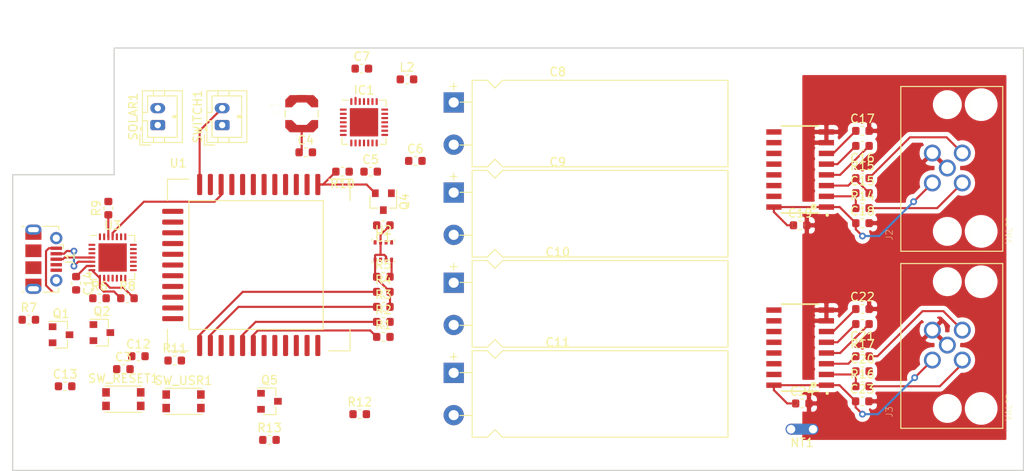
<source format=kicad_pcb>
(kicad_pcb (version 20171130) (host pcbnew 5.1.6-1.fc32)

  (general
    (thickness 1.6)
    (drawings 6)
    (tracks 144)
    (zones 0)
    (modules 60)
    (nets 53)
  )

  (page A4)
  (layers
    (0 F.Cu signal)
    (31 B.Cu signal)
    (32 B.Adhes user)
    (33 F.Adhes user)
    (34 B.Paste user)
    (35 F.Paste user)
    (36 B.SilkS user)
    (37 F.SilkS user)
    (38 B.Mask user)
    (39 F.Mask user)
    (40 Dwgs.User user)
    (41 Cmts.User user)
    (42 Eco1.User user)
    (43 Eco2.User user)
    (44 Edge.Cuts user)
    (45 Margin user)
    (46 B.CrtYd user)
    (47 F.CrtYd user)
    (48 B.Fab user)
    (49 F.Fab user)
  )

  (setup
    (last_trace_width 0.25)
    (trace_clearance 0.2)
    (zone_clearance 0.508)
    (zone_45_only no)
    (trace_min 0.2)
    (via_size 0.8)
    (via_drill 0.4)
    (via_min_size 0.4)
    (via_min_drill 0.3)
    (uvia_size 0.3)
    (uvia_drill 0.1)
    (uvias_allowed no)
    (uvia_min_size 0.2)
    (uvia_min_drill 0.1)
    (edge_width 0.05)
    (segment_width 0.2)
    (pcb_text_width 0.3)
    (pcb_text_size 1.5 1.5)
    (mod_edge_width 0.12)
    (mod_text_size 1 1)
    (mod_text_width 0.15)
    (pad_size 1.524 1.524)
    (pad_drill 0.762)
    (pad_to_mask_clearance 0.05)
    (aux_axis_origin 0 0)
    (visible_elements FFFFFF7F)
    (pcbplotparams
      (layerselection 0x010fc_ffffffff)
      (usegerberextensions false)
      (usegerberattributes true)
      (usegerberadvancedattributes true)
      (creategerberjobfile true)
      (excludeedgelayer true)
      (linewidth 0.100000)
      (plotframeref false)
      (viasonmask false)
      (mode 1)
      (useauxorigin false)
      (hpglpennumber 1)
      (hpglpenspeed 20)
      (hpglpendiameter 15.000000)
      (psnegative false)
      (psa4output false)
      (plotreference true)
      (plotvalue true)
      (plotinvisibletext false)
      (padsonsilk false)
      (subtractmaskfromsilk false)
      (outputformat 1)
      (mirror false)
      (drillshape 1)
      (scaleselection 1)
      (outputdirectory ""))
  )

  (net 0 "")
  (net 1 GND)
  (net 2 VEXT)
  (net 3 /RESET)
  (net 4 /BUFSRC)
  (net 5 /BOOST)
  (net 6 /BUCK)
  (net 7 /3.3V)
  (net 8 /VSUPERCAP)
  (net 9 +5V)
  (net 10 /AGND)
  (net 11 /A_RED)
  (net 12 "Net-(C15-Pad2)")
  (net 13 "Net-(C15-Pad1)")
  (net 14 "Net-(C16-Pad2)")
  (net 15 "Net-(C16-Pad1)")
  (net 16 "Net-(C17-Pad1)")
  (net 17 /B_RED)
  (net 18 "Net-(C20-Pad2)")
  (net 19 "Net-(C20-Pad1)")
  (net 20 "Net-(C21-Pad2)")
  (net 21 "Net-(C21-Pad1)")
  (net 22 "Net-(C22-Pad1)")
  (net 23 VS)
  (net 24 "Net-(J1-Pad6)")
  (net 25 "Net-(J1-Pad3)")
  (net 26 "Net-(J1-Pad2)")
  (net 27 /A_GREEN)
  (net 28 /A_WHITE)
  (net 29 /B_GREEN)
  (net 30 /B_WHITE)
  (net 31 /GPIO16)
  (net 32 /DTR)
  (net 33 /RTS)
  (net 34 "Net-(Q4-Pad3)")
  (net 35 /ADC)
  (net 36 "Net-(Q4-Pad1)")
  (net 37 /VIN)
  (net 38 /SDA)
  (net 39 /SCL)
  (net 40 /SDA2)
  (net 41 /SCL2)
  (net 42 "Net-(R5-Pad2)")
  (net 43 "Net-(R8-Pad2)")
  (net 44 /RX)
  (net 45 /GPIO15)
  (net 46 /GPIO11)
  (net 47 /GPIO10)
  (net 48 /TX)
  (net 49 /SWBOOST)
  (net 50 /SWBUCK)
  (net 51 "Net-(C10-Pad1)")
  (net 52 "Net-(C14-Pad1)")

  (net_class Default "This is the default net class."
    (clearance 0.2)
    (trace_width 0.25)
    (via_dia 0.8)
    (via_drill 0.4)
    (uvia_dia 0.3)
    (uvia_drill 0.1)
    (add_net +5V)
    (add_net /3.3V)
    (add_net /ADC)
    (add_net /AGND)
    (add_net /A_GREEN)
    (add_net /A_RED)
    (add_net /A_WHITE)
    (add_net /BOOST)
    (add_net /BUCK)
    (add_net /BUFSRC)
    (add_net /B_GREEN)
    (add_net /B_RED)
    (add_net /B_WHITE)
    (add_net /DTR)
    (add_net /GPIO10)
    (add_net /GPIO11)
    (add_net /GPIO15)
    (add_net /GPIO16)
    (add_net /RESET)
    (add_net /RTS)
    (add_net /RX)
    (add_net /SCL)
    (add_net /SCL2)
    (add_net /SDA)
    (add_net /SDA2)
    (add_net /SWBOOST)
    (add_net /SWBUCK)
    (add_net /TX)
    (add_net /VIN)
    (add_net /VSUPERCAP)
    (add_net GND)
    (add_net "Net-(C10-Pad1)")
    (add_net "Net-(C14-Pad1)")
    (add_net "Net-(C15-Pad1)")
    (add_net "Net-(C15-Pad2)")
    (add_net "Net-(C16-Pad1)")
    (add_net "Net-(C16-Pad2)")
    (add_net "Net-(C17-Pad1)")
    (add_net "Net-(C20-Pad1)")
    (add_net "Net-(C20-Pad2)")
    (add_net "Net-(C21-Pad1)")
    (add_net "Net-(C21-Pad2)")
    (add_net "Net-(C22-Pad1)")
    (add_net "Net-(J1-Pad2)")
    (add_net "Net-(J1-Pad3)")
    (add_net "Net-(J1-Pad6)")
    (add_net "Net-(Q4-Pad1)")
    (add_net "Net-(Q4-Pad3)")
    (add_net "Net-(R5-Pad2)")
    (add_net "Net-(R8-Pad2)")
    (add_net VEXT)
    (add_net VS)
  )

  (module SUPERCAP:SCCS30B106PRB (layer F.Cu) (tedit 5F4E6AC5) (tstamp 5F4AB601)
    (at 91.44 73.306)
    (descr "CP, Axial series, Axial, Horizontal, pin pitch=26mm, , length*diameter=20*10mm^2, Electrolytic Capacitor, , http://www.kemet.com/Lists/ProductCatalog/Attachments/424/KEM_AC102.pdf")
    (tags "CP Axial series Axial Horizontal pin pitch 26mm  length 20mm diameter 10mm Electrolytic Capacitor")
    (path /5F7499C2)
    (fp_text reference C11 (at 13 -6.12) (layer F.SilkS)
      (effects (font (size 1 1) (thickness 0.15)))
    )
    (fp_text value 10F (at 13 6.12) (layer F.Fab)
      (effects (font (size 1 1) (thickness 0.15)))
    )
    (fp_text user %R (at 13 0) (layer F.Fab)
      (effects (font (size 1 1) (thickness 0.15)))
    )
    (fp_line (start 3 -5) (end 3 5) (layer F.Fab) (width 0.1))
    (fp_line (start 33 -5) (end 33 5) (layer F.Fab) (width 0.1))
    (fp_line (start 3 -5) (end 4.68 -5) (layer F.Fab) (width 0.1))
    (fp_line (start 4.68 -5) (end 5.58 -4.1) (layer F.Fab) (width 0.1))
    (fp_line (start 5.58 -4.1) (end 6.48 -5) (layer F.Fab) (width 0.1))
    (fp_line (start 6.48 -5) (end 33 -5) (layer F.Fab) (width 0.1))
    (fp_line (start 3 5) (end 4.68 5) (layer F.Fab) (width 0.1))
    (fp_line (start 4.68 5) (end 5.58 4.1) (layer F.Fab) (width 0.1))
    (fp_line (start 5.58 4.1) (end 6.48 5) (layer F.Fab) (width 0.1))
    (fp_line (start 6.48 5) (end 33 5) (layer F.Fab) (width 0.1))
    (fp_line (start 0.7 -2.54) (end 3 -2.54) (layer F.Fab) (width 0.1))
    (fp_line (start 0.7 2.54) (end 3 2.54) (layer F.Fab) (width 0.1))
    (fp_line (start 4.7 -2.54) (end 6.5 -2.54) (layer F.Fab) (width 0.1))
    (fp_line (start 5.6 -3.44) (end 5.6 -1.64) (layer F.Fab) (width 0.1))
    (fp_line (start 0.3 -4.4) (end 1.1 -4.4) (layer F.SilkS) (width 0.12))
    (fp_line (start 0.7 -4.8) (end 0.7 -4) (layer F.SilkS) (width 0.12))
    (fp_line (start 2.88 -5.12) (end 2.88 5.12) (layer F.SilkS) (width 0.12))
    (fp_line (start 33.12 -5.12) (end 33.12 5.12) (layer F.SilkS) (width 0.12))
    (fp_line (start 2.88 -5.12) (end 4.68 -5.12) (layer F.SilkS) (width 0.12))
    (fp_line (start 4.68 -5.12) (end 5.58 -4.22) (layer F.SilkS) (width 0.12))
    (fp_line (start 5.58 -4.22) (end 6.48 -5.12) (layer F.SilkS) (width 0.12))
    (fp_line (start 6.48 -5.12) (end 33.12 -5.12) (layer F.SilkS) (width 0.12))
    (fp_line (start 2.88 5.12) (end 4.68 5.12) (layer F.SilkS) (width 0.12))
    (fp_line (start 4.68 5.12) (end 5.58 4.22) (layer F.SilkS) (width 0.12))
    (fp_line (start 5.58 4.22) (end 6.48 5.12) (layer F.SilkS) (width 0.12))
    (fp_line (start 6.48 5.12) (end 33.12 5.12) (layer F.SilkS) (width 0.12))
    (fp_line (start 1.44 -2.54) (end 2.88 -2.54) (layer F.SilkS) (width 0.12))
    (fp_line (start 1.42 2.54) (end 2.86 2.54) (layer F.SilkS) (width 0.12))
    (fp_line (start -1.45 -5.25) (end -1.45 5.25) (layer F.CrtYd) (width 0.05))
    (fp_line (start -1.45 5.25) (end 33.15 5.25) (layer F.CrtYd) (width 0.05))
    (fp_line (start 33.15 5.25) (end 33.15 -5.25) (layer F.CrtYd) (width 0.05))
    (fp_line (start 33.15 -5.25) (end -1.45 -5.25) (layer F.CrtYd) (width 0.05))
    (pad 1 thru_hole rect (at 0.7 -2.5) (size 2.4 2.4) (drill 1.2) (layers *.Cu *.Mask)
      (net 51 "Net-(C10-Pad1)"))
    (pad 2 thru_hole oval (at 0.7 2.5) (size 2.4 2.4) (drill 1.2) (layers *.Cu *.Mask)
      (net 1 GND))
    (model ${KISYS3DMOD}/Capacitor_THT.3dshapes/CP_Axial_L20.0mm_D10.0mm_P26.00mm_Horizontal.wrl
      (at (xyz 0 0 0))
      (scale (xyz 1 1 1))
      (rotate (xyz 0 0 0))
    )
  )

  (module SUPERCAP:SCCS30B106PRB (layer F.Cu) (tedit 5F4E6AC5) (tstamp 5F40EA05)
    (at 91.44 62.638)
    (descr "CP, Axial series, Axial, Horizontal, pin pitch=26mm, , length*diameter=20*10mm^2, Electrolytic Capacitor, , http://www.kemet.com/Lists/ProductCatalog/Attachments/424/KEM_AC102.pdf")
    (tags "CP Axial series Axial Horizontal pin pitch 26mm  length 20mm diameter 10mm Electrolytic Capacitor")
    (path /5F3BC1ED)
    (fp_text reference C10 (at 13 -6.12) (layer F.SilkS)
      (effects (font (size 1 1) (thickness 0.15)))
    )
    (fp_text value 10F (at 13 6.12) (layer F.Fab)
      (effects (font (size 1 1) (thickness 0.15)))
    )
    (fp_text user %R (at 13 0) (layer F.Fab)
      (effects (font (size 1 1) (thickness 0.15)))
    )
    (fp_line (start 3 -5) (end 3 5) (layer F.Fab) (width 0.1))
    (fp_line (start 33 -5) (end 33 5) (layer F.Fab) (width 0.1))
    (fp_line (start 3 -5) (end 4.68 -5) (layer F.Fab) (width 0.1))
    (fp_line (start 4.68 -5) (end 5.58 -4.1) (layer F.Fab) (width 0.1))
    (fp_line (start 5.58 -4.1) (end 6.48 -5) (layer F.Fab) (width 0.1))
    (fp_line (start 6.48 -5) (end 33 -5) (layer F.Fab) (width 0.1))
    (fp_line (start 3 5) (end 4.68 5) (layer F.Fab) (width 0.1))
    (fp_line (start 4.68 5) (end 5.58 4.1) (layer F.Fab) (width 0.1))
    (fp_line (start 5.58 4.1) (end 6.48 5) (layer F.Fab) (width 0.1))
    (fp_line (start 6.48 5) (end 33 5) (layer F.Fab) (width 0.1))
    (fp_line (start 0.7 -2.54) (end 3 -2.54) (layer F.Fab) (width 0.1))
    (fp_line (start 0.7 2.54) (end 3 2.54) (layer F.Fab) (width 0.1))
    (fp_line (start 4.7 -2.54) (end 6.5 -2.54) (layer F.Fab) (width 0.1))
    (fp_line (start 5.6 -3.44) (end 5.6 -1.64) (layer F.Fab) (width 0.1))
    (fp_line (start 0.3 -4.4) (end 1.1 -4.4) (layer F.SilkS) (width 0.12))
    (fp_line (start 0.7 -4.8) (end 0.7 -4) (layer F.SilkS) (width 0.12))
    (fp_line (start 2.88 -5.12) (end 2.88 5.12) (layer F.SilkS) (width 0.12))
    (fp_line (start 33.12 -5.12) (end 33.12 5.12) (layer F.SilkS) (width 0.12))
    (fp_line (start 2.88 -5.12) (end 4.68 -5.12) (layer F.SilkS) (width 0.12))
    (fp_line (start 4.68 -5.12) (end 5.58 -4.22) (layer F.SilkS) (width 0.12))
    (fp_line (start 5.58 -4.22) (end 6.48 -5.12) (layer F.SilkS) (width 0.12))
    (fp_line (start 6.48 -5.12) (end 33.12 -5.12) (layer F.SilkS) (width 0.12))
    (fp_line (start 2.88 5.12) (end 4.68 5.12) (layer F.SilkS) (width 0.12))
    (fp_line (start 4.68 5.12) (end 5.58 4.22) (layer F.SilkS) (width 0.12))
    (fp_line (start 5.58 4.22) (end 6.48 5.12) (layer F.SilkS) (width 0.12))
    (fp_line (start 6.48 5.12) (end 33.12 5.12) (layer F.SilkS) (width 0.12))
    (fp_line (start 1.44 -2.54) (end 2.88 -2.54) (layer F.SilkS) (width 0.12))
    (fp_line (start 1.42 2.54) (end 2.86 2.54) (layer F.SilkS) (width 0.12))
    (fp_line (start -1.45 -5.25) (end -1.45 5.25) (layer F.CrtYd) (width 0.05))
    (fp_line (start -1.45 5.25) (end 33.15 5.25) (layer F.CrtYd) (width 0.05))
    (fp_line (start 33.15 5.25) (end 33.15 -5.25) (layer F.CrtYd) (width 0.05))
    (fp_line (start 33.15 -5.25) (end -1.45 -5.25) (layer F.CrtYd) (width 0.05))
    (pad 1 thru_hole rect (at 0.7 -2.5) (size 2.4 2.4) (drill 1.2) (layers *.Cu *.Mask)
      (net 51 "Net-(C10-Pad1)"))
    (pad 2 thru_hole oval (at 0.7 2.5) (size 2.4 2.4) (drill 1.2) (layers *.Cu *.Mask)
      (net 1 GND))
    (model ${KISYS3DMOD}/Capacitor_THT.3dshapes/CP_Axial_L20.0mm_D10.0mm_P26.00mm_Horizontal.wrl
      (at (xyz 0 0 0))
      (scale (xyz 1 1 1))
      (rotate (xyz 0 0 0))
    )
  )

  (module SUPERCAP:SCCS30B106PRB (layer F.Cu) (tedit 5F4E6AC5) (tstamp 5F4AB5B4)
    (at 91.44 51.97)
    (descr "CP, Axial series, Axial, Horizontal, pin pitch=26mm, , length*diameter=20*10mm^2, Electrolytic Capacitor, , http://www.kemet.com/Lists/ProductCatalog/Attachments/424/KEM_AC102.pdf")
    (tags "CP Axial series Axial Horizontal pin pitch 26mm  length 20mm diameter 10mm Electrolytic Capacitor")
    (path /5F72EE3C)
    (fp_text reference C9 (at 13 -6.12) (layer F.SilkS)
      (effects (font (size 1 1) (thickness 0.15)))
    )
    (fp_text value 10F (at 13 6.12) (layer F.Fab)
      (effects (font (size 1 1) (thickness 0.15)))
    )
    (fp_text user %R (at 13 0) (layer F.Fab)
      (effects (font (size 1 1) (thickness 0.15)))
    )
    (fp_line (start 3 -5) (end 3 5) (layer F.Fab) (width 0.1))
    (fp_line (start 33 -5) (end 33 5) (layer F.Fab) (width 0.1))
    (fp_line (start 3 -5) (end 4.68 -5) (layer F.Fab) (width 0.1))
    (fp_line (start 4.68 -5) (end 5.58 -4.1) (layer F.Fab) (width 0.1))
    (fp_line (start 5.58 -4.1) (end 6.48 -5) (layer F.Fab) (width 0.1))
    (fp_line (start 6.48 -5) (end 33 -5) (layer F.Fab) (width 0.1))
    (fp_line (start 3 5) (end 4.68 5) (layer F.Fab) (width 0.1))
    (fp_line (start 4.68 5) (end 5.58 4.1) (layer F.Fab) (width 0.1))
    (fp_line (start 5.58 4.1) (end 6.48 5) (layer F.Fab) (width 0.1))
    (fp_line (start 6.48 5) (end 33 5) (layer F.Fab) (width 0.1))
    (fp_line (start 0.7 -2.54) (end 3 -2.54) (layer F.Fab) (width 0.1))
    (fp_line (start 0.7 2.54) (end 3 2.54) (layer F.Fab) (width 0.1))
    (fp_line (start 4.7 -2.54) (end 6.5 -2.54) (layer F.Fab) (width 0.1))
    (fp_line (start 5.6 -3.44) (end 5.6 -1.64) (layer F.Fab) (width 0.1))
    (fp_line (start 0.3 -4.4) (end 1.1 -4.4) (layer F.SilkS) (width 0.12))
    (fp_line (start 0.7 -4.8) (end 0.7 -4) (layer F.SilkS) (width 0.12))
    (fp_line (start 2.88 -5.12) (end 2.88 5.12) (layer F.SilkS) (width 0.12))
    (fp_line (start 33.12 -5.12) (end 33.12 5.12) (layer F.SilkS) (width 0.12))
    (fp_line (start 2.88 -5.12) (end 4.68 -5.12) (layer F.SilkS) (width 0.12))
    (fp_line (start 4.68 -5.12) (end 5.58 -4.22) (layer F.SilkS) (width 0.12))
    (fp_line (start 5.58 -4.22) (end 6.48 -5.12) (layer F.SilkS) (width 0.12))
    (fp_line (start 6.48 -5.12) (end 33.12 -5.12) (layer F.SilkS) (width 0.12))
    (fp_line (start 2.88 5.12) (end 4.68 5.12) (layer F.SilkS) (width 0.12))
    (fp_line (start 4.68 5.12) (end 5.58 4.22) (layer F.SilkS) (width 0.12))
    (fp_line (start 5.58 4.22) (end 6.48 5.12) (layer F.SilkS) (width 0.12))
    (fp_line (start 6.48 5.12) (end 33.12 5.12) (layer F.SilkS) (width 0.12))
    (fp_line (start 1.44 -2.54) (end 2.88 -2.54) (layer F.SilkS) (width 0.12))
    (fp_line (start 1.42 2.54) (end 2.86 2.54) (layer F.SilkS) (width 0.12))
    (fp_line (start -1.45 -5.25) (end -1.45 5.25) (layer F.CrtYd) (width 0.05))
    (fp_line (start -1.45 5.25) (end 33.15 5.25) (layer F.CrtYd) (width 0.05))
    (fp_line (start 33.15 5.25) (end 33.15 -5.25) (layer F.CrtYd) (width 0.05))
    (fp_line (start 33.15 -5.25) (end -1.45 -5.25) (layer F.CrtYd) (width 0.05))
    (pad 1 thru_hole rect (at 0.7 -2.5) (size 2.4 2.4) (drill 1.2) (layers *.Cu *.Mask)
      (net 8 /VSUPERCAP))
    (pad 2 thru_hole oval (at 0.7 2.5) (size 2.4 2.4) (drill 1.2) (layers *.Cu *.Mask)
      (net 51 "Net-(C10-Pad1)"))
    (model ${KISYS3DMOD}/Capacitor_THT.3dshapes/CP_Axial_L20.0mm_D10.0mm_P26.00mm_Horizontal.wrl
      (at (xyz 0 0 0))
      (scale (xyz 1 1 1))
      (rotate (xyz 0 0 0))
    )
  )

  (module SUPERCAP:SCCS30B106PRB (layer F.Cu) (tedit 5F4E6AC5) (tstamp 5F40E939)
    (at 91.44 41.302)
    (descr "CP, Axial series, Axial, Horizontal, pin pitch=26mm, , length*diameter=20*10mm^2, Electrolytic Capacitor, , http://www.kemet.com/Lists/ProductCatalog/Attachments/424/KEM_AC102.pdf")
    (tags "CP Axial series Axial Horizontal pin pitch 26mm  length 20mm diameter 10mm Electrolytic Capacitor")
    (path /5F3B43B8)
    (fp_text reference C8 (at 13 -6.12) (layer F.SilkS)
      (effects (font (size 1 1) (thickness 0.15)))
    )
    (fp_text value 10F (at 13 6.12) (layer F.Fab)
      (effects (font (size 1 1) (thickness 0.15)))
    )
    (fp_text user %R (at 13 0) (layer F.Fab)
      (effects (font (size 1 1) (thickness 0.15)))
    )
    (fp_line (start 3 -5) (end 3 5) (layer F.Fab) (width 0.1))
    (fp_line (start 33 -5) (end 33 5) (layer F.Fab) (width 0.1))
    (fp_line (start 3 -5) (end 4.68 -5) (layer F.Fab) (width 0.1))
    (fp_line (start 4.68 -5) (end 5.58 -4.1) (layer F.Fab) (width 0.1))
    (fp_line (start 5.58 -4.1) (end 6.48 -5) (layer F.Fab) (width 0.1))
    (fp_line (start 6.48 -5) (end 33 -5) (layer F.Fab) (width 0.1))
    (fp_line (start 3 5) (end 4.68 5) (layer F.Fab) (width 0.1))
    (fp_line (start 4.68 5) (end 5.58 4.1) (layer F.Fab) (width 0.1))
    (fp_line (start 5.58 4.1) (end 6.48 5) (layer F.Fab) (width 0.1))
    (fp_line (start 6.48 5) (end 33 5) (layer F.Fab) (width 0.1))
    (fp_line (start 0.7 -2.54) (end 3 -2.54) (layer F.Fab) (width 0.1))
    (fp_line (start 0.7 2.54) (end 3 2.54) (layer F.Fab) (width 0.1))
    (fp_line (start 4.7 -2.54) (end 6.5 -2.54) (layer F.Fab) (width 0.1))
    (fp_line (start 5.6 -3.44) (end 5.6 -1.64) (layer F.Fab) (width 0.1))
    (fp_line (start 0.3 -4.4) (end 1.1 -4.4) (layer F.SilkS) (width 0.12))
    (fp_line (start 0.7 -4.8) (end 0.7 -4) (layer F.SilkS) (width 0.12))
    (fp_line (start 2.88 -5.12) (end 2.88 5.12) (layer F.SilkS) (width 0.12))
    (fp_line (start 33.12 -5.12) (end 33.12 5.12) (layer F.SilkS) (width 0.12))
    (fp_line (start 2.88 -5.12) (end 4.68 -5.12) (layer F.SilkS) (width 0.12))
    (fp_line (start 4.68 -5.12) (end 5.58 -4.22) (layer F.SilkS) (width 0.12))
    (fp_line (start 5.58 -4.22) (end 6.48 -5.12) (layer F.SilkS) (width 0.12))
    (fp_line (start 6.48 -5.12) (end 33.12 -5.12) (layer F.SilkS) (width 0.12))
    (fp_line (start 2.88 5.12) (end 4.68 5.12) (layer F.SilkS) (width 0.12))
    (fp_line (start 4.68 5.12) (end 5.58 4.22) (layer F.SilkS) (width 0.12))
    (fp_line (start 5.58 4.22) (end 6.48 5.12) (layer F.SilkS) (width 0.12))
    (fp_line (start 6.48 5.12) (end 33.12 5.12) (layer F.SilkS) (width 0.12))
    (fp_line (start 1.44 -2.54) (end 2.88 -2.54) (layer F.SilkS) (width 0.12))
    (fp_line (start 1.42 2.54) (end 2.86 2.54) (layer F.SilkS) (width 0.12))
    (fp_line (start -1.45 -5.25) (end -1.45 5.25) (layer F.CrtYd) (width 0.05))
    (fp_line (start -1.45 5.25) (end 33.15 5.25) (layer F.CrtYd) (width 0.05))
    (fp_line (start 33.15 5.25) (end 33.15 -5.25) (layer F.CrtYd) (width 0.05))
    (fp_line (start 33.15 -5.25) (end -1.45 -5.25) (layer F.CrtYd) (width 0.05))
    (pad 1 thru_hole rect (at 0.7 -2.5) (size 2.4 2.4) (drill 1.2) (layers *.Cu *.Mask)
      (net 8 /VSUPERCAP))
    (pad 2 thru_hole oval (at 0.7 2.5) (size 2.4 2.4) (drill 1.2) (layers *.Cu *.Mask)
      (net 51 "Net-(C10-Pad1)"))
    (model ${KISYS3DMOD}/Capacitor_THT.3dshapes/CP_Axial_L20.0mm_D10.0mm_P26.00mm_Horizontal.wrl
      (at (xyz 0 0 0))
      (scale (xyz 1 1 1))
      (rotate (xyz 0 0 0))
    )
  )

  (module Inductor_SMD:L_0603_1608Metric (layer F.Cu) (tedit 5B301BBE) (tstamp 5F48FAEC)
    (at 86.614 36.068)
    (descr "Inductor SMD 0603 (1608 Metric), square (rectangular) end terminal, IPC_7351 nominal, (Body size source: http://www.tortai-tech.com/upload/download/2011102023233369053.pdf), generated with kicad-footprint-generator")
    (tags inductor)
    (path /CFAC69F3)
    (attr smd)
    (fp_text reference L2 (at 0 -1.43) (layer F.SilkS)
      (effects (font (size 1 1) (thickness 0.15)))
    )
    (fp_text value 10uH (at 0 1.43) (layer F.Fab)
      (effects (font (size 1 1) (thickness 0.15)))
    )
    (fp_text user %R (at 0 0) (layer F.Fab)
      (effects (font (size 0.4 0.4) (thickness 0.06)))
    )
    (fp_line (start -0.8 0.4) (end -0.8 -0.4) (layer F.Fab) (width 0.1))
    (fp_line (start -0.8 -0.4) (end 0.8 -0.4) (layer F.Fab) (width 0.1))
    (fp_line (start 0.8 -0.4) (end 0.8 0.4) (layer F.Fab) (width 0.1))
    (fp_line (start 0.8 0.4) (end -0.8 0.4) (layer F.Fab) (width 0.1))
    (fp_line (start -0.162779 -0.51) (end 0.162779 -0.51) (layer F.SilkS) (width 0.12))
    (fp_line (start -0.162779 0.51) (end 0.162779 0.51) (layer F.SilkS) (width 0.12))
    (fp_line (start -1.48 0.73) (end -1.48 -0.73) (layer F.CrtYd) (width 0.05))
    (fp_line (start -1.48 -0.73) (end 1.48 -0.73) (layer F.CrtYd) (width 0.05))
    (fp_line (start 1.48 -0.73) (end 1.48 0.73) (layer F.CrtYd) (width 0.05))
    (fp_line (start 1.48 0.73) (end -1.48 0.73) (layer F.CrtYd) (width 0.05))
    (pad 2 smd roundrect (at 0.7875 0) (size 0.875 0.95) (layers F.Cu F.Paste F.Mask) (roundrect_rratio 0.25)
      (net 50 /SWBUCK))
    (pad 1 smd roundrect (at -0.7875 0) (size 0.875 0.95) (layers F.Cu F.Paste F.Mask) (roundrect_rratio 0.25)
      (net 6 /BUCK))
    (model ${KISYS3DMOD}/Inductor_SMD.3dshapes/L_0603_1608Metric.wrl
      (at (xyz 0 0 0))
      (scale (xyz 1 1 1))
      (rotate (xyz 0 0 0))
    )
  )

  (module LPS4012:IND_LPS4012-103MRB (layer F.Cu) (tedit 5F3EA697) (tstamp 5F3F7BE2)
    (at 74.168 40.132 90)
    (path /CDC0F428)
    (fp_text reference L1 (at 0.635 -3.175 90) (layer F.SilkS)
      (effects (font (size 1 1) (thickness 0.015)))
    )
    (fp_text value 10uH-0.55A (at 8.89 3.175 90) (layer F.Fab)
      (effects (font (size 1 1) (thickness 0.015)))
    )
    (fp_poly (pts (xy 2.2 -1.395) (xy 1.65 -1.945) (xy 0.75 -1.945) (xy 0.75 -1.17)
      (xy 1.33 -0.575) (xy 1.33 0.575) (xy 0.75 1.17) (xy 0.75 1.945)
      (xy 1.64 1.945) (xy 2.2 1.395)) (layer F.Cu) (width 0.0001))
    (fp_poly (pts (xy -2.2 -1.395) (xy -1.65 -1.945) (xy -0.75 -1.945) (xy -0.75 -1.17)
      (xy -1.33 -0.575) (xy -1.33 0.575) (xy -0.75 1.17) (xy -0.75 1.945)
      (xy -1.64 1.945) (xy -2.2 1.395)) (layer F.Cu) (width 0.0001))
    (fp_poly (pts (xy 2.2 -1.395) (xy 1.65 -1.945) (xy 0.75 -1.945) (xy 0.75 -1.155)
      (xy 1.33 -0.575) (xy 1.33 0.59) (xy 0.75 1.17) (xy 0.75 1.945)
      (xy 1.65 1.945) (xy 2.2 1.395)) (layer F.Paste) (width 0.0001))
    (fp_poly (pts (xy -2.2 -1.395) (xy -1.65 -1.945) (xy -0.75 -1.945) (xy -0.75 -1.155)
      (xy -1.33 -0.575) (xy -1.33 0.59) (xy -0.75 1.17) (xy -0.75 1.945)
      (xy -1.65 1.945) (xy -2.2 1.395)) (layer F.Paste) (width 0.0001))
    (fp_poly (pts (xy -0.65 -2.05) (xy -1.65 -2.05) (xy -1.7 -2.05) (xy -2.3 -1.45)
      (xy -2.3 1.45) (xy -1.7 2.05) (xy -0.65 2.05) (xy -0.65 1.1)
      (xy -1.2 0.55) (xy -1.2 -0.55) (xy -0.65 -1.1)) (layer F.Mask) (width 0.0001))
    (fp_poly (pts (xy 0.65 -2.05) (xy 1.7 -2.05) (xy 2.3 -1.45) (xy 2.3 1.45)
      (xy 1.7 2.05) (xy 0.65 2.05) (xy 0.65 1.1) (xy 1.2 0.55)
      (xy 1.2 -0.55) (xy 0.65 -1.1)) (layer F.Mask) (width 0.0001))
    (fp_line (start -1.45 -1.95) (end 1.45 -1.95) (layer F.Fab) (width 0.127))
    (fp_line (start 1.95 -1.45) (end 1.95 1.45) (layer F.Fab) (width 0.127))
    (fp_line (start -1.45 1.95) (end 1.45 1.95) (layer F.Fab) (width 0.127))
    (fp_line (start -1.95 -1.45) (end -1.95 1.45) (layer F.Fab) (width 0.127))
    (fp_line (start -1.95 -1.45) (end -1.45 -1.95) (layer F.Fab) (width 0.127))
    (fp_line (start 1.45 -1.95) (end 1.95 -1.45) (layer F.Fab) (width 0.127))
    (fp_line (start 1.45 1.95) (end 1.95 1.45) (layer F.Fab) (width 0.127))
    (fp_line (start -1.45 1.95) (end -1.95 1.45) (layer F.Fab) (width 0.127))
    (fp_line (start -0.4 -1.95) (end 0.4 -1.95) (layer F.SilkS) (width 0.127))
    (fp_line (start -0.4 1.95) (end 0.4 1.95) (layer F.SilkS) (width 0.127))
    (fp_line (start -2.45 -2.2) (end 2.45 -2.2) (layer F.CrtYd) (width 0.05))
    (fp_line (start 2.45 -2.2) (end 2.45 2.2) (layer F.CrtYd) (width 0.05))
    (fp_line (start 2.45 2.2) (end -2.45 2.2) (layer F.CrtYd) (width 0.05))
    (fp_line (start -2.45 2.2) (end -2.45 -2.2) (layer F.CrtYd) (width 0.05))
    (pad 2 smd rect (at 1.765 0 90) (size 0.87 1.15) (layers F.Cu)
      (net 49 /SWBOOST))
    (pad 1 smd rect (at -1.765 0 90) (size 0.87 1.15) (layers F.Cu)
      (net 4 /BUFSRC))
  )

  (module nau7802:SOIC127P700X210-16N (layer F.Cu) (tedit 5EA843BF) (tstamp 5F40EE35)
    (at 133.096 67.818 180)
    (path /5F94939E)
    (fp_text reference U5 (at 0.175 -6.435) (layer F.SilkS)
      (effects (font (size 1 1) (thickness 0.015)))
    )
    (fp_text value NAU7802SOIC (at 8.765 6.365) (layer F.Fab)
      (effects (font (size 1 1) (thickness 0.015)))
    )
    (fp_circle (center -1.6 -4.4) (end -1.4 -4.4) (layer F.SilkS) (width 0.3))
    (fp_line (start -4.375 5.5) (end -4.375 -5.5) (layer F.CrtYd) (width 0.05))
    (fp_line (start 4.375 5.5) (end -4.375 5.5) (layer F.CrtYd) (width 0.05))
    (fp_line (start 4.375 -5.5) (end 4.375 5.5) (layer F.CrtYd) (width 0.05))
    (fp_line (start -4.375 -5.5) (end 4.375 -5.5) (layer F.CrtYd) (width 0.05))
    (fp_circle (center -3.2 -5.4) (end -3.1 -5.4) (layer F.SilkS) (width 0.2))
    (fp_line (start -2.2 5.15) (end -2.2 -5.15) (layer F.Fab) (width 0.2))
    (fp_line (start 2.2 5.15) (end -2.2 5.15) (layer F.SilkS) (width 0.2))
    (fp_line (start 2.2 -5.15) (end 2.2 5.15) (layer F.Fab) (width 0.2))
    (fp_line (start -2.2 -5.15) (end 2.2 -5.15) (layer F.SilkS) (width 0.2))
    (pad 1 smd rect (at -3.105 -4.445 180) (size 1.8 0.64) (layers F.Cu F.Paste F.Mask)
      (net 17 /B_RED))
    (pad 2 smd rect (at -3.105 -3.175 180) (size 1.8 0.64) (layers F.Cu F.Paste F.Mask)
      (net 19 "Net-(C20-Pad1)"))
    (pad 3 smd rect (at -3.105 -1.905 180) (size 1.8 0.64) (layers F.Cu F.Paste F.Mask)
      (net 18 "Net-(C20-Pad2)"))
    (pad 4 smd rect (at -3.105 -0.635 180) (size 1.8 0.64) (layers F.Cu F.Paste F.Mask)
      (net 21 "Net-(C21-Pad1)"))
    (pad 5 smd rect (at -3.105 0.635 180) (size 1.8 0.64) (layers F.Cu F.Paste F.Mask)
      (net 20 "Net-(C21-Pad2)"))
    (pad 6 smd rect (at -3.105 1.905 180) (size 1.8 0.64) (layers F.Cu F.Paste F.Mask)
      (net 22 "Net-(C22-Pad1)"))
    (pad 7 smd rect (at -3.105 3.175 180) (size 1.8 0.64) (layers F.Cu F.Paste F.Mask)
      (net 10 /AGND))
    (pad 8 smd rect (at -3.105 4.445 180) (size 1.8 0.64) (layers F.Cu F.Paste F.Mask)
      (net 10 /AGND))
    (pad 9 smd rect (at 3.105 4.445 180) (size 1.8 0.64) (layers F.Cu F.Paste F.Mask)
      (net 1 GND))
    (pad 10 smd rect (at 3.105 3.175 180) (size 1.8 0.64) (layers F.Cu F.Paste F.Mask))
    (pad 11 smd rect (at 3.105 1.905 180) (size 1.8 0.64) (layers F.Cu F.Paste F.Mask))
    (pad 12 smd rect (at 3.105 0.635 180) (size 1.8 0.64) (layers F.Cu F.Paste F.Mask)
      (net 46 /GPIO11))
    (pad 13 smd rect (at 3.105 -0.635 180) (size 1.8 0.64) (layers F.Cu F.Paste F.Mask)
      (net 41 /SCL2))
    (pad 14 smd rect (at 3.105 -1.905 180) (size 1.8 0.64) (layers F.Cu F.Paste F.Mask)
      (net 40 /SDA2))
    (pad 15 smd rect (at 3.105 -3.175 180) (size 1.8 0.64) (layers F.Cu F.Paste F.Mask)
      (net 2 VEXT))
    (pad 16 smd rect (at 3.105 -4.445 180) (size 1.8 0.64) (layers F.Cu F.Paste F.Mask)
      (net 17 /B_RED))
  )

  (module nau7802:SOIC127P700X210-16N (layer F.Cu) (tedit 5EA843BF) (tstamp 5F490686)
    (at 133.096 46.736 180)
    (path /5F41501D)
    (fp_text reference U4 (at 0.175 -6.435) (layer F.SilkS)
      (effects (font (size 1 1) (thickness 0.015)))
    )
    (fp_text value NAU7802SOIC (at 8.765 6.365) (layer F.Fab)
      (effects (font (size 1 1) (thickness 0.015)))
    )
    (fp_circle (center -1.6 -4.4) (end -1.4 -4.4) (layer F.SilkS) (width 0.3))
    (fp_line (start -4.375 5.5) (end -4.375 -5.5) (layer F.CrtYd) (width 0.05))
    (fp_line (start 4.375 5.5) (end -4.375 5.5) (layer F.CrtYd) (width 0.05))
    (fp_line (start 4.375 -5.5) (end 4.375 5.5) (layer F.CrtYd) (width 0.05))
    (fp_line (start -4.375 -5.5) (end 4.375 -5.5) (layer F.CrtYd) (width 0.05))
    (fp_circle (center -3.2 -5.4) (end -3.1 -5.4) (layer F.SilkS) (width 0.2))
    (fp_line (start -2.2 5.15) (end -2.2 -5.15) (layer F.Fab) (width 0.2))
    (fp_line (start 2.2 5.15) (end -2.2 5.15) (layer F.SilkS) (width 0.2))
    (fp_line (start 2.2 -5.15) (end 2.2 5.15) (layer F.Fab) (width 0.2))
    (fp_line (start -2.2 -5.15) (end 2.2 -5.15) (layer F.SilkS) (width 0.2))
    (pad 1 smd rect (at -3.105 -4.445 180) (size 1.8 0.64) (layers F.Cu F.Paste F.Mask)
      (net 11 /A_RED))
    (pad 2 smd rect (at -3.105 -3.175 180) (size 1.8 0.64) (layers F.Cu F.Paste F.Mask)
      (net 13 "Net-(C15-Pad1)"))
    (pad 3 smd rect (at -3.105 -1.905 180) (size 1.8 0.64) (layers F.Cu F.Paste F.Mask)
      (net 12 "Net-(C15-Pad2)"))
    (pad 4 smd rect (at -3.105 -0.635 180) (size 1.8 0.64) (layers F.Cu F.Paste F.Mask)
      (net 15 "Net-(C16-Pad1)"))
    (pad 5 smd rect (at -3.105 0.635 180) (size 1.8 0.64) (layers F.Cu F.Paste F.Mask)
      (net 14 "Net-(C16-Pad2)"))
    (pad 6 smd rect (at -3.105 1.905 180) (size 1.8 0.64) (layers F.Cu F.Paste F.Mask)
      (net 16 "Net-(C17-Pad1)"))
    (pad 7 smd rect (at -3.105 3.175 180) (size 1.8 0.64) (layers F.Cu F.Paste F.Mask)
      (net 10 /AGND))
    (pad 8 smd rect (at -3.105 4.445 180) (size 1.8 0.64) (layers F.Cu F.Paste F.Mask)
      (net 10 /AGND))
    (pad 9 smd rect (at 3.105 4.445 180) (size 1.8 0.64) (layers F.Cu F.Paste F.Mask)
      (net 1 GND))
    (pad 10 smd rect (at 3.105 3.175 180) (size 1.8 0.64) (layers F.Cu F.Paste F.Mask))
    (pad 11 smd rect (at 3.105 1.905 180) (size 1.8 0.64) (layers F.Cu F.Paste F.Mask))
    (pad 12 smd rect (at 3.105 0.635 180) (size 1.8 0.64) (layers F.Cu F.Paste F.Mask)
      (net 47 /GPIO10))
    (pad 13 smd rect (at 3.105 -0.635 180) (size 1.8 0.64) (layers F.Cu F.Paste F.Mask)
      (net 39 /SCL))
    (pad 14 smd rect (at 3.105 -1.905 180) (size 1.8 0.64) (layers F.Cu F.Paste F.Mask)
      (net 38 /SDA))
    (pad 15 smd rect (at 3.105 -3.175 180) (size 1.8 0.64) (layers F.Cu F.Paste F.Mask)
      (net 2 VEXT))
    (pad 16 smd rect (at 3.105 -4.445 180) (size 1.8 0.64) (layers F.Cu F.Paste F.Mask)
      (net 11 /A_RED))
  )

  (module Package_DFN_QFN:QFN-28-1EP_5x5mm_P0.5mm_EP3.35x3.35mm (layer F.Cu) (tedit 5DC5F6A4) (tstamp 5F40EDF9)
    (at 51.816 57.15)
    (descr "QFN, 28 Pin (http://ww1.microchip.com/downloads/en/PackagingSpec/00000049BQ.pdf#page=283), generated with kicad-footprint-generator ipc_noLead_generator.py")
    (tags "QFN NoLead")
    (path /5F3DC0EE)
    (attr smd)
    (fp_text reference U3 (at 0 -3.8) (layer F.SilkS)
      (effects (font (size 1 1) (thickness 0.15)))
    )
    (fp_text value CP2102N-A01-GQFN28 (at 0 3.8) (layer F.Fab)
      (effects (font (size 1 1) (thickness 0.15)))
    )
    (fp_text user %R (at 0 0) (layer F.Fab)
      (effects (font (size 1 1) (thickness 0.15)))
    )
    (fp_line (start 1.885 -2.61) (end 2.61 -2.61) (layer F.SilkS) (width 0.12))
    (fp_line (start 2.61 -2.61) (end 2.61 -1.885) (layer F.SilkS) (width 0.12))
    (fp_line (start -1.885 2.61) (end -2.61 2.61) (layer F.SilkS) (width 0.12))
    (fp_line (start -2.61 2.61) (end -2.61 1.885) (layer F.SilkS) (width 0.12))
    (fp_line (start 1.885 2.61) (end 2.61 2.61) (layer F.SilkS) (width 0.12))
    (fp_line (start 2.61 2.61) (end 2.61 1.885) (layer F.SilkS) (width 0.12))
    (fp_line (start -1.885 -2.61) (end -2.61 -2.61) (layer F.SilkS) (width 0.12))
    (fp_line (start -1.5 -2.5) (end 2.5 -2.5) (layer F.Fab) (width 0.1))
    (fp_line (start 2.5 -2.5) (end 2.5 2.5) (layer F.Fab) (width 0.1))
    (fp_line (start 2.5 2.5) (end -2.5 2.5) (layer F.Fab) (width 0.1))
    (fp_line (start -2.5 2.5) (end -2.5 -1.5) (layer F.Fab) (width 0.1))
    (fp_line (start -2.5 -1.5) (end -1.5 -2.5) (layer F.Fab) (width 0.1))
    (fp_line (start -3.1 -3.1) (end -3.1 3.1) (layer F.CrtYd) (width 0.05))
    (fp_line (start -3.1 3.1) (end 3.1 3.1) (layer F.CrtYd) (width 0.05))
    (fp_line (start 3.1 3.1) (end 3.1 -3.1) (layer F.CrtYd) (width 0.05))
    (fp_line (start 3.1 -3.1) (end -3.1 -3.1) (layer F.CrtYd) (width 0.05))
    (pad "" smd roundrect (at 1.12 1.12) (size 0.9 0.9) (layers F.Paste) (roundrect_rratio 0.25))
    (pad "" smd roundrect (at 1.12 0) (size 0.9 0.9) (layers F.Paste) (roundrect_rratio 0.25))
    (pad "" smd roundrect (at 1.12 -1.12) (size 0.9 0.9) (layers F.Paste) (roundrect_rratio 0.25))
    (pad "" smd roundrect (at 0 1.12) (size 0.9 0.9) (layers F.Paste) (roundrect_rratio 0.25))
    (pad "" smd roundrect (at 0 0) (size 0.9 0.9) (layers F.Paste) (roundrect_rratio 0.25))
    (pad "" smd roundrect (at 0 -1.12) (size 0.9 0.9) (layers F.Paste) (roundrect_rratio 0.25))
    (pad "" smd roundrect (at -1.12 1.12) (size 0.9 0.9) (layers F.Paste) (roundrect_rratio 0.25))
    (pad "" smd roundrect (at -1.12 0) (size 0.9 0.9) (layers F.Paste) (roundrect_rratio 0.25))
    (pad "" smd roundrect (at -1.12 -1.12) (size 0.9 0.9) (layers F.Paste) (roundrect_rratio 0.25))
    (pad 29 smd rect (at 0 0) (size 3.35 3.35) (layers F.Cu F.Mask)
      (net 1 GND))
    (pad 28 smd roundrect (at -1.5 -2.45) (size 0.25 0.8) (layers F.Cu F.Paste F.Mask) (roundrect_rratio 0.25)
      (net 32 /DTR))
    (pad 27 smd roundrect (at -1 -2.45) (size 0.25 0.8) (layers F.Cu F.Paste F.Mask) (roundrect_rratio 0.25))
    (pad 26 smd roundrect (at -0.5 -2.45) (size 0.25 0.8) (layers F.Cu F.Paste F.Mask) (roundrect_rratio 0.25)
      (net 44 /RX))
    (pad 25 smd roundrect (at 0 -2.45) (size 0.25 0.8) (layers F.Cu F.Paste F.Mask) (roundrect_rratio 0.25)
      (net 48 /TX))
    (pad 24 smd roundrect (at 0.5 -2.45) (size 0.25 0.8) (layers F.Cu F.Paste F.Mask) (roundrect_rratio 0.25)
      (net 33 /RTS))
    (pad 23 smd roundrect (at 1 -2.45) (size 0.25 0.8) (layers F.Cu F.Paste F.Mask) (roundrect_rratio 0.25))
    (pad 22 smd roundrect (at 1.5 -2.45) (size 0.25 0.8) (layers F.Cu F.Paste F.Mask) (roundrect_rratio 0.25))
    (pad 21 smd roundrect (at 2.45 -1.5) (size 0.8 0.25) (layers F.Cu F.Paste F.Mask) (roundrect_rratio 0.25))
    (pad 20 smd roundrect (at 2.45 -1) (size 0.8 0.25) (layers F.Cu F.Paste F.Mask) (roundrect_rratio 0.25))
    (pad 19 smd roundrect (at 2.45 -0.5) (size 0.8 0.25) (layers F.Cu F.Paste F.Mask) (roundrect_rratio 0.25))
    (pad 18 smd roundrect (at 2.45 0) (size 0.8 0.25) (layers F.Cu F.Paste F.Mask) (roundrect_rratio 0.25))
    (pad 17 smd roundrect (at 2.45 0.5) (size 0.8 0.25) (layers F.Cu F.Paste F.Mask) (roundrect_rratio 0.25))
    (pad 16 smd roundrect (at 2.45 1) (size 0.8 0.25) (layers F.Cu F.Paste F.Mask) (roundrect_rratio 0.25))
    (pad 15 smd roundrect (at 2.45 1.5) (size 0.8 0.25) (layers F.Cu F.Paste F.Mask) (roundrect_rratio 0.25))
    (pad 14 smd roundrect (at 1.5 2.45) (size 0.25 0.8) (layers F.Cu F.Paste F.Mask) (roundrect_rratio 0.25))
    (pad 13 smd roundrect (at 1 2.45) (size 0.25 0.8) (layers F.Cu F.Paste F.Mask) (roundrect_rratio 0.25))
    (pad 12 smd roundrect (at 0.5 2.45) (size 0.25 0.8) (layers F.Cu F.Paste F.Mask) (roundrect_rratio 0.25))
    (pad 11 smd roundrect (at 0 2.45) (size 0.25 0.8) (layers F.Cu F.Paste F.Mask) (roundrect_rratio 0.25))
    (pad 10 smd roundrect (at -0.5 2.45) (size 0.25 0.8) (layers F.Cu F.Paste F.Mask) (roundrect_rratio 0.25))
    (pad 9 smd roundrect (at -1 2.45) (size 0.25 0.8) (layers F.Cu F.Paste F.Mask) (roundrect_rratio 0.25)
      (net 43 "Net-(R8-Pad2)"))
    (pad 8 smd roundrect (at -1.5 2.45) (size 0.25 0.8) (layers F.Cu F.Paste F.Mask) (roundrect_rratio 0.25)
      (net 9 +5V))
    (pad 7 smd roundrect (at -2.45 1.5) (size 0.8 0.25) (layers F.Cu F.Paste F.Mask) (roundrect_rratio 0.25)
      (net 9 +5V))
    (pad 6 smd roundrect (at -2.45 1) (size 0.8 0.25) (layers F.Cu F.Paste F.Mask) (roundrect_rratio 0.25)
      (net 52 "Net-(C14-Pad1)"))
    (pad 5 smd roundrect (at -2.45 0.5) (size 0.8 0.25) (layers F.Cu F.Paste F.Mask) (roundrect_rratio 0.25)
      (net 26 "Net-(J1-Pad2)"))
    (pad 4 smd roundrect (at -2.45 0) (size 0.8 0.25) (layers F.Cu F.Paste F.Mask) (roundrect_rratio 0.25)
      (net 25 "Net-(J1-Pad3)"))
    (pad 3 smd roundrect (at -2.45 -0.5) (size 0.8 0.25) (layers F.Cu F.Paste F.Mask) (roundrect_rratio 0.25)
      (net 1 GND))
    (pad 2 smd roundrect (at -2.45 -1) (size 0.8 0.25) (layers F.Cu F.Paste F.Mask) (roundrect_rratio 0.25))
    (pad 1 smd roundrect (at -2.45 -1.5) (size 0.8 0.25) (layers F.Cu F.Paste F.Mask) (roundrect_rratio 0.25))
    (model ${KISYS3DMOD}/Package_DFN_QFN.3dshapes/QFN-28-1EP_5x5mm_P0.5mm_EP3.35x3.35mm.wrl
      (at (xyz 0 0 0))
      (scale (xyz 1 1 1))
      (rotate (xyz 0 0 0))
    )
  )

  (module Package_LGA:Bosch_LGA-8_2.5x2.5mm_P0.65mm_ClockwisePinNumbering (layer F.Cu) (tedit 5A0FA816) (tstamp 5F40EDBE)
    (at 83.82 56.388)
    (descr LGA-8)
    (tags "lga land grid array")
    (path /5F40DD10)
    (attr smd)
    (fp_text reference U2 (at 0.015 -2.465) (layer F.SilkS)
      (effects (font (size 1 1) (thickness 0.15)))
    )
    (fp_text value BME280 (at 0.015 2.535) (layer F.Fab)
      (effects (font (size 1 1) (thickness 0.15)))
    )
    (fp_text user %R (at 0 0 180) (layer F.Fab)
      (effects (font (size 0.5 0.5) (thickness 0.075)))
    )
    (fp_line (start -1.35 1.36) (end -1.2 1.36) (layer F.SilkS) (width 0.1))
    (fp_line (start -1.25 -0.5) (end -0.5 -1.25) (layer F.Fab) (width 0.1))
    (fp_line (start -1.35 1.35) (end -1.35 1.2) (layer F.SilkS) (width 0.1))
    (fp_line (start 1.35 1.35) (end 1.35 1.2) (layer F.SilkS) (width 0.1))
    (fp_line (start 1.35 1.35) (end 1.2 1.35) (layer F.SilkS) (width 0.1))
    (fp_line (start 1.2 -1.35) (end 1.35 -1.35) (layer F.SilkS) (width 0.1))
    (fp_line (start 1.35 -1.35) (end 1.35 -1.2) (layer F.SilkS) (width 0.1))
    (fp_line (start -1.35 -1.2) (end -1.35 -1.45) (layer F.SilkS) (width 0.1))
    (fp_line (start -1.25 1.25) (end -1.25 -0.5) (layer F.Fab) (width 0.1))
    (fp_line (start -0.5 -1.25) (end 1.25 -1.25) (layer F.Fab) (width 0.1))
    (fp_line (start 1.25 -1.25) (end 1.25 1.25) (layer F.Fab) (width 0.1))
    (fp_line (start 1.25 1.25) (end -1.25 1.25) (layer F.Fab) (width 0.1))
    (fp_line (start -1.41 1.54) (end -1.41 -1.54) (layer F.CrtYd) (width 0.05))
    (fp_line (start -1.41 -1.54) (end 1.41 -1.54) (layer F.CrtYd) (width 0.05))
    (fp_line (start 1.41 -1.54) (end 1.41 1.54) (layer F.CrtYd) (width 0.05))
    (fp_line (start 1.41 1.54) (end -1.41 1.54) (layer F.CrtYd) (width 0.05))
    (pad 5 smd rect (at 0.975 1.025 90) (size 0.5 0.35) (layers F.Cu F.Paste F.Mask)
      (net 42 "Net-(R5-Pad2)"))
    (pad 6 smd rect (at 0.325 1.025 90) (size 0.5 0.35) (layers F.Cu F.Paste F.Mask)
      (net 2 VEXT))
    (pad 7 smd rect (at -0.325 1.025 90) (size 0.5 0.35) (layers F.Cu F.Paste F.Mask)
      (net 1 GND))
    (pad 8 smd rect (at -0.975 1.025 90) (size 0.5 0.35) (layers F.Cu F.Paste F.Mask)
      (net 2 VEXT))
    (pad 1 smd rect (at -0.975 -1.025 90) (size 0.5 0.35) (layers F.Cu F.Paste F.Mask)
      (net 1 GND))
    (pad 2 smd rect (at -0.325 -1.025 90) (size 0.5 0.35) (layers F.Cu F.Paste F.Mask)
      (net 2 VEXT))
    (pad 3 smd rect (at 0.325 -1.025 90) (size 0.5 0.35) (layers F.Cu F.Paste F.Mask)
      (net 38 /SDA))
    (pad 4 smd rect (at 0.975 -1.025 90) (size 0.5 0.35) (layers F.Cu F.Paste F.Mask)
      (net 39 /SCL))
    (model ${KISYS3DMOD}/Package_LGA.3dshapes/Bosch_LGA-8_2.5x2.5mm_P0.65mm_ClockwisePinNumbering.wrl
      (offset (xyz 0.01500000025472259 -0.03500000059435272 0))
      (scale (xyz 1 1 1))
      (rotate (xyz 0 0 0))
    )
  )

  (module Modules:AM02 (layer F.Cu) (tedit 5EFA0D73) (tstamp 5F40EDA1)
    (at 64.008 61.214)
    (descr "Heltec AM02")
    (path /5F3D6973)
    (fp_text reference U1 (at -4.445 -15.24) (layer F.SilkS)
      (effects (font (size 1 1) (thickness 0.15)))
    )
    (fp_text value HTCC-AM02 (at 17.78 -3.81) (layer F.Fab)
      (effects (font (size 1 1) (thickness 0.15)))
    )
    (fp_text user AM02 (at 5.207 -3.302) (layer F.CrtYd)
      (effects (font (size 1 1) (thickness 0.15)))
    )
    (fp_line (start 15.875 6.985) (end 15.875 4.445) (layer F.SilkS) (width 0.12))
    (fp_line (start 13.335 6.985) (end 15.875 6.985) (layer F.SilkS) (width 0.12))
    (fp_line (start -5.715 6.985) (end -3.175 6.985) (layer F.SilkS) (width 0.12))
    (fp_line (start -5.715 4.445) (end -5.715 6.985) (layer F.SilkS) (width 0.12))
    (fp_line (start -5.715 -13.335) (end -5.715 -10.795) (layer F.SilkS) (width 0.12))
    (fp_line (start -3.175 -13.335) (end -5.715 -13.335) (layer F.SilkS) (width 0.12))
    (fp_line (start 15.875 -13.335) (end 15.875 -10.795) (layer F.SilkS) (width 0.12))
    (fp_line (start 13.335 -13.335) (end 15.875 -13.335) (layer F.SilkS) (width 0.12))
    (fp_line (start -3.175 4.445) (end -3.175 -10.795) (layer F.SilkS) (width 0.12))
    (fp_line (start 12.7 4.445) (end -3.175 4.445) (layer F.SilkS) (width 0.12))
    (fp_line (start 12.7 -10.795) (end 12.7 4.445) (layer F.SilkS) (width 0.12))
    (fp_line (start -3.175 -10.795) (end 12.7 -10.795) (layer F.SilkS) (width 0.12))
    (fp_line (start -5.08 6.35) (end -5.08 -12.7) (layer F.CrtYd) (width 0.12))
    (fp_line (start 15.24 6.35) (end -5.08 6.35) (layer F.CrtYd) (width 0.12))
    (fp_line (start 15.24 -12.7) (end 15.24 6.35) (layer F.CrtYd) (width 0.12))
    (fp_line (start -5.08 -12.7) (end 15.24 -12.7) (layer F.CrtYd) (width 0.12))
    (pad 35 smd roundrect (at 12.065 6.35) (size 0.6 2.5) (layers F.Cu F.Paste F.Mask) (roundrect_rratio 0.25)
      (net 1 GND))
    (pad 34 smd roundrect (at 10.795 6.35) (size 0.6 2.5) (layers F.Cu F.Paste F.Mask) (roundrect_rratio 0.25))
    (pad 33 smd roundrect (at 9.525 6.35) (size 0.6 2.5) (layers F.Cu F.Paste F.Mask) (roundrect_rratio 0.25)
      (net 3 /RESET))
    (pad 32 smd roundrect (at 8.255 6.35) (size 0.6 2.5) (layers F.Cu F.Paste F.Mask) (roundrect_rratio 0.25))
    (pad 31 smd roundrect (at 6.985 6.35) (size 0.6 2.5) (layers F.Cu F.Paste F.Mask) (roundrect_rratio 0.25))
    (pad 30 smd roundrect (at 5.715 6.35) (size 0.6 2.5) (layers F.Cu F.Paste F.Mask) (roundrect_rratio 0.25))
    (pad 29 smd roundrect (at 4.445 6.35) (size 0.6 2.5) (layers F.Cu F.Paste F.Mask) (roundrect_rratio 0.25)
      (net 38 /SDA))
    (pad 28 smd roundrect (at 3.175 6.35) (size 0.6 2.5) (layers F.Cu F.Paste F.Mask) (roundrect_rratio 0.25)
      (net 39 /SCL))
    (pad 27 smd roundrect (at 1.905 6.35) (size 0.6 2.5) (layers F.Cu F.Paste F.Mask) (roundrect_rratio 0.25)
      (net 46 /GPIO11))
    (pad 26 smd roundrect (at 0.635 6.35) (size 0.6 2.5) (layers F.Cu F.Paste F.Mask) (roundrect_rratio 0.25)
      (net 47 /GPIO10))
    (pad 25 smd roundrect (at -0.635 6.35) (size 0.6 2.5) (layers F.Cu F.Paste F.Mask) (roundrect_rratio 0.25)
      (net 40 /SDA2))
    (pad 24 smd roundrect (at -1.905 6.35) (size 0.6 2.5) (layers F.Cu F.Paste F.Mask) (roundrect_rratio 0.25)
      (net 41 /SCL2))
    (pad 23 smd roundrect (at -5.08 3.175 270) (size 0.6 2.5) (layers F.Cu F.Paste F.Mask) (roundrect_rratio 0.25)
      (net 1 GND))
    (pad 22 smd roundrect (at -5.08 1.905 270) (size 0.6 2.5) (layers F.Cu F.Paste F.Mask) (roundrect_rratio 0.25))
    (pad 21 smd roundrect (at -5.08 0.635 270) (size 0.6 2.5) (layers F.Cu F.Paste F.Mask) (roundrect_rratio 0.25))
    (pad 20 smd roundrect (at -5.08 -0.635 270) (size 0.6 2.5) (layers F.Cu F.Paste F.Mask) (roundrect_rratio 0.25))
    (pad 19 smd roundrect (at -5.08 -1.905 270) (size 0.6 2.5) (layers F.Cu F.Paste F.Mask) (roundrect_rratio 0.25))
    (pad 18 smd roundrect (at -5.08 -3.175 270) (size 0.6 2.5) (layers F.Cu F.Paste F.Mask) (roundrect_rratio 0.25))
    (pad 17 smd roundrect (at -5.08 -4.445 270) (size 0.6 2.5) (layers F.Cu F.Paste F.Mask) (roundrect_rratio 0.25))
    (pad 16 smd roundrect (at -5.08 -5.715 270) (size 0.6 2.5) (layers F.Cu F.Paste F.Mask) (roundrect_rratio 0.25))
    (pad 15 smd roundrect (at -5.08 -6.985 270) (size 0.6 2.5) (layers F.Cu F.Paste F.Mask) (roundrect_rratio 0.25))
    (pad 14 smd roundrect (at -5.08 -8.255 270) (size 0.6 2.5) (layers F.Cu F.Paste F.Mask) (roundrect_rratio 0.25)
      (net 31 /GPIO16))
    (pad 13 smd roundrect (at -5.08 -9.525 270) (size 0.6 2.5) (layers F.Cu F.Paste F.Mask) (roundrect_rratio 0.25)
      (net 45 /GPIO15))
    (pad 12 smd roundrect (at -1.905 -12.7 180) (size 0.6 2.5) (layers F.Cu F.Paste F.Mask) (roundrect_rratio 0.25)
      (net 37 /VIN))
    (pad 11 smd roundrect (at -0.635 -12.7 180) (size 0.6 2.5) (layers F.Cu F.Paste F.Mask) (roundrect_rratio 0.25)
      (net 1 GND))
    (pad 10 smd roundrect (at 0.635 -12.7 180) (size 0.6 2.5) (layers F.Cu F.Paste F.Mask) (roundrect_rratio 0.25)
      (net 48 /TX))
    (pad 9 smd roundrect (at 1.905 -12.7 180) (size 0.6 2.5) (layers F.Cu F.Paste F.Mask) (roundrect_rratio 0.25)
      (net 44 /RX))
    (pad 8 smd roundrect (at 3.175 -12.7 180) (size 0.6 2.5) (layers F.Cu F.Paste F.Mask) (roundrect_rratio 0.25))
    (pad 7 smd roundrect (at 4.445 -12.7 180) (size 0.6 2.5) (layers F.Cu F.Paste F.Mask) (roundrect_rratio 0.25))
    (pad 6 smd roundrect (at 5.715 -12.7 180) (size 0.6 2.5) (layers F.Cu F.Paste F.Mask) (roundrect_rratio 0.25))
    (pad 5 smd roundrect (at 6.985 -12.7 180) (size 0.6 2.5) (layers F.Cu F.Paste F.Mask) (roundrect_rratio 0.25))
    (pad 4 smd roundrect (at 8.255 -12.7 180) (size 0.6 2.5) (layers F.Cu F.Paste F.Mask) (roundrect_rratio 0.25))
    (pad 3 smd roundrect (at 9.525 -12.7 180) (size 0.6 2.5) (layers F.Cu F.Paste F.Mask) (roundrect_rratio 0.25))
    (pad 2 smd roundrect (at 10.795 -12.7 180) (size 0.6 2.5) (layers F.Cu F.Paste F.Mask) (roundrect_rratio 0.25))
    (pad 1 smd roundrect (at 12.065 -12.7 180) (size 0.6 2.5) (layers F.Cu F.Paste F.Mask) (roundrect_rratio 0.25)
      (net 35 /ADC))
  )

  (module Connector_JST:JST_PH_B2B-PH-K_1x02_P2.00mm_Vertical (layer F.Cu) (tedit 5B7745C2) (tstamp 5F40ED69)
    (at 64.77 41.48 90)
    (descr "JST PH series connector, B2B-PH-K (http://www.jst-mfg.com/product/pdf/eng/ePH.pdf), generated with kicad-footprint-generator")
    (tags "connector JST PH side entry")
    (path /5FBE9AF3)
    (fp_text reference SWITCH1 (at 1 -2.9 90) (layer F.SilkS)
      (effects (font (size 1 1) (thickness 0.15)))
    )
    (fp_text value Conn_01x02_Female (at 1 4 90) (layer F.Fab)
      (effects (font (size 1 1) (thickness 0.15)))
    )
    (fp_text user %R (at 1 1.5 90) (layer F.Fab)
      (effects (font (size 1 1) (thickness 0.15)))
    )
    (fp_line (start -2.06 -1.81) (end -2.06 2.91) (layer F.SilkS) (width 0.12))
    (fp_line (start -2.06 2.91) (end 4.06 2.91) (layer F.SilkS) (width 0.12))
    (fp_line (start 4.06 2.91) (end 4.06 -1.81) (layer F.SilkS) (width 0.12))
    (fp_line (start 4.06 -1.81) (end -2.06 -1.81) (layer F.SilkS) (width 0.12))
    (fp_line (start -0.3 -1.81) (end -0.3 -2.01) (layer F.SilkS) (width 0.12))
    (fp_line (start -0.3 -2.01) (end -0.6 -2.01) (layer F.SilkS) (width 0.12))
    (fp_line (start -0.6 -2.01) (end -0.6 -1.81) (layer F.SilkS) (width 0.12))
    (fp_line (start -0.3 -1.91) (end -0.6 -1.91) (layer F.SilkS) (width 0.12))
    (fp_line (start 0.5 -1.81) (end 0.5 -1.2) (layer F.SilkS) (width 0.12))
    (fp_line (start 0.5 -1.2) (end -1.45 -1.2) (layer F.SilkS) (width 0.12))
    (fp_line (start -1.45 -1.2) (end -1.45 2.3) (layer F.SilkS) (width 0.12))
    (fp_line (start -1.45 2.3) (end 3.45 2.3) (layer F.SilkS) (width 0.12))
    (fp_line (start 3.45 2.3) (end 3.45 -1.2) (layer F.SilkS) (width 0.12))
    (fp_line (start 3.45 -1.2) (end 1.5 -1.2) (layer F.SilkS) (width 0.12))
    (fp_line (start 1.5 -1.2) (end 1.5 -1.81) (layer F.SilkS) (width 0.12))
    (fp_line (start -2.06 -0.5) (end -1.45 -0.5) (layer F.SilkS) (width 0.12))
    (fp_line (start -2.06 0.8) (end -1.45 0.8) (layer F.SilkS) (width 0.12))
    (fp_line (start 4.06 -0.5) (end 3.45 -0.5) (layer F.SilkS) (width 0.12))
    (fp_line (start 4.06 0.8) (end 3.45 0.8) (layer F.SilkS) (width 0.12))
    (fp_line (start 0.9 2.3) (end 0.9 1.8) (layer F.SilkS) (width 0.12))
    (fp_line (start 0.9 1.8) (end 1.1 1.8) (layer F.SilkS) (width 0.12))
    (fp_line (start 1.1 1.8) (end 1.1 2.3) (layer F.SilkS) (width 0.12))
    (fp_line (start 1 2.3) (end 1 1.8) (layer F.SilkS) (width 0.12))
    (fp_line (start -1.11 -2.11) (end -2.36 -2.11) (layer F.SilkS) (width 0.12))
    (fp_line (start -2.36 -2.11) (end -2.36 -0.86) (layer F.SilkS) (width 0.12))
    (fp_line (start -1.11 -2.11) (end -2.36 -2.11) (layer F.Fab) (width 0.1))
    (fp_line (start -2.36 -2.11) (end -2.36 -0.86) (layer F.Fab) (width 0.1))
    (fp_line (start -1.95 -1.7) (end -1.95 2.8) (layer F.Fab) (width 0.1))
    (fp_line (start -1.95 2.8) (end 3.95 2.8) (layer F.Fab) (width 0.1))
    (fp_line (start 3.95 2.8) (end 3.95 -1.7) (layer F.Fab) (width 0.1))
    (fp_line (start 3.95 -1.7) (end -1.95 -1.7) (layer F.Fab) (width 0.1))
    (fp_line (start -2.45 -2.2) (end -2.45 3.3) (layer F.CrtYd) (width 0.05))
    (fp_line (start -2.45 3.3) (end 4.45 3.3) (layer F.CrtYd) (width 0.05))
    (fp_line (start 4.45 3.3) (end 4.45 -2.2) (layer F.CrtYd) (width 0.05))
    (fp_line (start 4.45 -2.2) (end -2.45 -2.2) (layer F.CrtYd) (width 0.05))
    (pad 2 thru_hole oval (at 2 0 90) (size 1.2 1.75) (drill 0.75) (layers *.Cu *.Mask)
      (net 37 /VIN))
    (pad 1 thru_hole roundrect (at 0 0 90) (size 1.2 1.75) (drill 0.75) (layers *.Cu *.Mask) (roundrect_rratio 0.208333)
      (net 7 /3.3V))
    (model ${KISYS3DMOD}/Connector_JST.3dshapes/JST_PH_B2B-PH-K_1x02_P2.00mm_Vertical.wrl
      (at (xyz 0 0 0))
      (scale (xyz 1 1 1))
      (rotate (xyz 0 0 0))
    )
  )

  (module Button_Switch_SMD:SW_Push_1P1T_NO_CK_KMR2 (layer F.Cu) (tedit 5A02FC95) (tstamp 5F40ED3F)
    (at 60.198 74.168)
    (descr "CK components KMR2 tactile switch http://www.ckswitches.com/media/1479/kmr2.pdf")
    (tags "tactile switch kmr2")
    (path /5F9FB3F8)
    (attr smd)
    (fp_text reference SW_USR1 (at 0 -2.45) (layer F.SilkS)
      (effects (font (size 1 1) (thickness 0.15)))
    )
    (fp_text value SW_Push (at 0 2.55) (layer F.Fab)
      (effects (font (size 1 1) (thickness 0.15)))
    )
    (fp_text user %R (at 0 -2.45) (layer F.Fab)
      (effects (font (size 1 1) (thickness 0.15)))
    )
    (fp_line (start -2.1 -1.4) (end 2.1 -1.4) (layer F.Fab) (width 0.1))
    (fp_line (start 2.1 -1.4) (end 2.1 1.4) (layer F.Fab) (width 0.1))
    (fp_line (start 2.1 1.4) (end -2.1 1.4) (layer F.Fab) (width 0.1))
    (fp_line (start -2.1 1.4) (end -2.1 -1.4) (layer F.Fab) (width 0.1))
    (fp_line (start 2.2 0.05) (end 2.2 -0.05) (layer F.SilkS) (width 0.12))
    (fp_line (start -2.8 -1.8) (end 2.8 -1.8) (layer F.CrtYd) (width 0.05))
    (fp_line (start 2.8 -1.8) (end 2.8 1.8) (layer F.CrtYd) (width 0.05))
    (fp_line (start 2.8 1.8) (end -2.8 1.8) (layer F.CrtYd) (width 0.05))
    (fp_line (start -2.8 1.8) (end -2.8 -1.8) (layer F.CrtYd) (width 0.05))
    (fp_circle (center 0 0) (end 0 0.8) (layer F.Fab) (width 0.1))
    (fp_line (start -2.2 1.55) (end 2.2 1.55) (layer F.SilkS) (width 0.12))
    (fp_line (start 2.2 -1.55) (end -2.2 -1.55) (layer F.SilkS) (width 0.12))
    (fp_line (start -2.2 0.05) (end -2.2 -0.05) (layer F.SilkS) (width 0.12))
    (pad 2 smd rect (at 2.05 0.8) (size 0.9 1) (layers F.Cu F.Paste F.Mask)
      (net 1 GND))
    (pad 1 smd rect (at 2.05 -0.8) (size 0.9 1) (layers F.Cu F.Paste F.Mask)
      (net 31 /GPIO16))
    (pad 2 smd rect (at -2.05 0.8) (size 0.9 1) (layers F.Cu F.Paste F.Mask)
      (net 1 GND))
    (pad 1 smd rect (at -2.05 -0.8) (size 0.9 1) (layers F.Cu F.Paste F.Mask)
      (net 31 /GPIO16))
    (model ${KISYS3DMOD}/Button_Switch_SMD.3dshapes/SW_Push_1P1T_NO_CK_KMR2.wrl
      (at (xyz 0 0 0))
      (scale (xyz 1 1 1))
      (rotate (xyz 0 0 0))
    )
  )

  (module Button_Switch_SMD:SW_Push_1P1T_NO_CK_KMR2 (layer F.Cu) (tedit 5A02FC95) (tstamp 5F40ED29)
    (at 53.086 73.914)
    (descr "CK components KMR2 tactile switch http://www.ckswitches.com/media/1479/kmr2.pdf")
    (tags "tactile switch kmr2")
    (path /5FAA7FAC)
    (attr smd)
    (fp_text reference SW_RESET1 (at 0 -2.45) (layer F.SilkS)
      (effects (font (size 1 1) (thickness 0.15)))
    )
    (fp_text value SW_Push (at 0 2.55) (layer F.Fab)
      (effects (font (size 1 1) (thickness 0.15)))
    )
    (fp_text user %R (at 0 -2.45) (layer F.Fab)
      (effects (font (size 1 1) (thickness 0.15)))
    )
    (fp_line (start -2.1 -1.4) (end 2.1 -1.4) (layer F.Fab) (width 0.1))
    (fp_line (start 2.1 -1.4) (end 2.1 1.4) (layer F.Fab) (width 0.1))
    (fp_line (start 2.1 1.4) (end -2.1 1.4) (layer F.Fab) (width 0.1))
    (fp_line (start -2.1 1.4) (end -2.1 -1.4) (layer F.Fab) (width 0.1))
    (fp_line (start 2.2 0.05) (end 2.2 -0.05) (layer F.SilkS) (width 0.12))
    (fp_line (start -2.8 -1.8) (end 2.8 -1.8) (layer F.CrtYd) (width 0.05))
    (fp_line (start 2.8 -1.8) (end 2.8 1.8) (layer F.CrtYd) (width 0.05))
    (fp_line (start 2.8 1.8) (end -2.8 1.8) (layer F.CrtYd) (width 0.05))
    (fp_line (start -2.8 1.8) (end -2.8 -1.8) (layer F.CrtYd) (width 0.05))
    (fp_circle (center 0 0) (end 0 0.8) (layer F.Fab) (width 0.1))
    (fp_line (start -2.2 1.55) (end 2.2 1.55) (layer F.SilkS) (width 0.12))
    (fp_line (start 2.2 -1.55) (end -2.2 -1.55) (layer F.SilkS) (width 0.12))
    (fp_line (start -2.2 0.05) (end -2.2 -0.05) (layer F.SilkS) (width 0.12))
    (pad 2 smd rect (at 2.05 0.8) (size 0.9 1) (layers F.Cu F.Paste F.Mask)
      (net 1 GND))
    (pad 1 smd rect (at 2.05 -0.8) (size 0.9 1) (layers F.Cu F.Paste F.Mask)
      (net 3 /RESET))
    (pad 2 smd rect (at -2.05 0.8) (size 0.9 1) (layers F.Cu F.Paste F.Mask)
      (net 1 GND))
    (pad 1 smd rect (at -2.05 -0.8) (size 0.9 1) (layers F.Cu F.Paste F.Mask)
      (net 3 /RESET))
    (model ${KISYS3DMOD}/Button_Switch_SMD.3dshapes/SW_Push_1P1T_NO_CK_KMR2.wrl
      (at (xyz 0 0 0))
      (scale (xyz 1 1 1))
      (rotate (xyz 0 0 0))
    )
  )

  (module Connector_JST:JST_PH_B2B-PH-K_1x02_P2.00mm_Vertical (layer F.Cu) (tedit 5B7745C2) (tstamp 5F40ED13)
    (at 57.15 41.48 90)
    (descr "JST PH series connector, B2B-PH-K (http://www.jst-mfg.com/product/pdf/eng/ePH.pdf), generated with kicad-footprint-generator")
    (tags "connector JST PH side entry")
    (path /5FC3F569)
    (fp_text reference SOLAR1 (at 1 -2.9 90) (layer F.SilkS)
      (effects (font (size 1 1) (thickness 0.15)))
    )
    (fp_text value Conn_01x02_Female (at 1 4 90) (layer F.Fab)
      (effects (font (size 1 1) (thickness 0.15)))
    )
    (fp_text user %R (at 1 1.5 90) (layer F.Fab)
      (effects (font (size 1 1) (thickness 0.15)))
    )
    (fp_line (start -2.06 -1.81) (end -2.06 2.91) (layer F.SilkS) (width 0.12))
    (fp_line (start -2.06 2.91) (end 4.06 2.91) (layer F.SilkS) (width 0.12))
    (fp_line (start 4.06 2.91) (end 4.06 -1.81) (layer F.SilkS) (width 0.12))
    (fp_line (start 4.06 -1.81) (end -2.06 -1.81) (layer F.SilkS) (width 0.12))
    (fp_line (start -0.3 -1.81) (end -0.3 -2.01) (layer F.SilkS) (width 0.12))
    (fp_line (start -0.3 -2.01) (end -0.6 -2.01) (layer F.SilkS) (width 0.12))
    (fp_line (start -0.6 -2.01) (end -0.6 -1.81) (layer F.SilkS) (width 0.12))
    (fp_line (start -0.3 -1.91) (end -0.6 -1.91) (layer F.SilkS) (width 0.12))
    (fp_line (start 0.5 -1.81) (end 0.5 -1.2) (layer F.SilkS) (width 0.12))
    (fp_line (start 0.5 -1.2) (end -1.45 -1.2) (layer F.SilkS) (width 0.12))
    (fp_line (start -1.45 -1.2) (end -1.45 2.3) (layer F.SilkS) (width 0.12))
    (fp_line (start -1.45 2.3) (end 3.45 2.3) (layer F.SilkS) (width 0.12))
    (fp_line (start 3.45 2.3) (end 3.45 -1.2) (layer F.SilkS) (width 0.12))
    (fp_line (start 3.45 -1.2) (end 1.5 -1.2) (layer F.SilkS) (width 0.12))
    (fp_line (start 1.5 -1.2) (end 1.5 -1.81) (layer F.SilkS) (width 0.12))
    (fp_line (start -2.06 -0.5) (end -1.45 -0.5) (layer F.SilkS) (width 0.12))
    (fp_line (start -2.06 0.8) (end -1.45 0.8) (layer F.SilkS) (width 0.12))
    (fp_line (start 4.06 -0.5) (end 3.45 -0.5) (layer F.SilkS) (width 0.12))
    (fp_line (start 4.06 0.8) (end 3.45 0.8) (layer F.SilkS) (width 0.12))
    (fp_line (start 0.9 2.3) (end 0.9 1.8) (layer F.SilkS) (width 0.12))
    (fp_line (start 0.9 1.8) (end 1.1 1.8) (layer F.SilkS) (width 0.12))
    (fp_line (start 1.1 1.8) (end 1.1 2.3) (layer F.SilkS) (width 0.12))
    (fp_line (start 1 2.3) (end 1 1.8) (layer F.SilkS) (width 0.12))
    (fp_line (start -1.11 -2.11) (end -2.36 -2.11) (layer F.SilkS) (width 0.12))
    (fp_line (start -2.36 -2.11) (end -2.36 -0.86) (layer F.SilkS) (width 0.12))
    (fp_line (start -1.11 -2.11) (end -2.36 -2.11) (layer F.Fab) (width 0.1))
    (fp_line (start -2.36 -2.11) (end -2.36 -0.86) (layer F.Fab) (width 0.1))
    (fp_line (start -1.95 -1.7) (end -1.95 2.8) (layer F.Fab) (width 0.1))
    (fp_line (start -1.95 2.8) (end 3.95 2.8) (layer F.Fab) (width 0.1))
    (fp_line (start 3.95 2.8) (end 3.95 -1.7) (layer F.Fab) (width 0.1))
    (fp_line (start 3.95 -1.7) (end -1.95 -1.7) (layer F.Fab) (width 0.1))
    (fp_line (start -2.45 -2.2) (end -2.45 3.3) (layer F.CrtYd) (width 0.05))
    (fp_line (start -2.45 3.3) (end 4.45 3.3) (layer F.CrtYd) (width 0.05))
    (fp_line (start 4.45 3.3) (end 4.45 -2.2) (layer F.CrtYd) (width 0.05))
    (fp_line (start 4.45 -2.2) (end -2.45 -2.2) (layer F.CrtYd) (width 0.05))
    (pad 2 thru_hole oval (at 2 0 90) (size 1.2 1.75) (drill 0.75) (layers *.Cu *.Mask)
      (net 1 GND))
    (pad 1 thru_hole roundrect (at 0 0 90) (size 1.2 1.75) (drill 0.75) (layers *.Cu *.Mask) (roundrect_rratio 0.208333)
      (net 23 VS))
    (model ${KISYS3DMOD}/Connector_JST.3dshapes/JST_PH_B2B-PH-K_1x02_P2.00mm_Vertical.wrl
      (at (xyz 0 0 0))
      (scale (xyz 1 1 1))
      (rotate (xyz 0 0 0))
    )
  )

  (module Resistor_SMD:R_0603_1608Metric (layer F.Cu) (tedit 5B301BBD) (tstamp 5F40ECE9)
    (at 140.462 68.834)
    (descr "Resistor SMD 0603 (1608 Metric), square (rectangular) end terminal, IPC_7351 nominal, (Body size source: http://www.tortai-tech.com/upload/download/2011102023233369053.pdf), generated with kicad-footprint-generator")
    (tags resistor)
    (path /5F949431)
    (attr smd)
    (fp_text reference R17 (at 0 -1.43) (layer F.SilkS)
      (effects (font (size 1 1) (thickness 0.15)))
    )
    (fp_text value 47 (at 0 1.43) (layer F.Fab)
      (effects (font (size 1 1) (thickness 0.15)))
    )
    (fp_text user %R (at 0 0) (layer F.Fab)
      (effects (font (size 0.4 0.4) (thickness 0.06)))
    )
    (fp_line (start -0.8 0.4) (end -0.8 -0.4) (layer F.Fab) (width 0.1))
    (fp_line (start -0.8 -0.4) (end 0.8 -0.4) (layer F.Fab) (width 0.1))
    (fp_line (start 0.8 -0.4) (end 0.8 0.4) (layer F.Fab) (width 0.1))
    (fp_line (start 0.8 0.4) (end -0.8 0.4) (layer F.Fab) (width 0.1))
    (fp_line (start -0.162779 -0.51) (end 0.162779 -0.51) (layer F.SilkS) (width 0.12))
    (fp_line (start -0.162779 0.51) (end 0.162779 0.51) (layer F.SilkS) (width 0.12))
    (fp_line (start -1.48 0.73) (end -1.48 -0.73) (layer F.CrtYd) (width 0.05))
    (fp_line (start -1.48 -0.73) (end 1.48 -0.73) (layer F.CrtYd) (width 0.05))
    (fp_line (start 1.48 -0.73) (end 1.48 0.73) (layer F.CrtYd) (width 0.05))
    (fp_line (start 1.48 0.73) (end -1.48 0.73) (layer F.CrtYd) (width 0.05))
    (pad 2 smd roundrect (at 0.7875 0) (size 0.875 0.95) (layers F.Cu F.Paste F.Mask) (roundrect_rratio 0.25)
      (net 29 /B_GREEN))
    (pad 1 smd roundrect (at -0.7875 0) (size 0.875 0.95) (layers F.Cu F.Paste F.Mask) (roundrect_rratio 0.25)
      (net 18 "Net-(C20-Pad2)"))
    (model ${KISYS3DMOD}/Resistor_SMD.3dshapes/R_0603_1608Metric.wrl
      (at (xyz 0 0 0))
      (scale (xyz 1 1 1))
      (rotate (xyz 0 0 0))
    )
  )

  (module Resistor_SMD:R_0603_1608Metric (layer F.Cu) (tedit 5B301BBD) (tstamp 5F40ECD8)
    (at 140.462 72.39)
    (descr "Resistor SMD 0603 (1608 Metric), square (rectangular) end terminal, IPC_7351 nominal, (Body size source: http://www.tortai-tech.com/upload/download/2011102023233369053.pdf), generated with kicad-footprint-generator")
    (tags resistor)
    (path /5F949425)
    (attr smd)
    (fp_text reference R16 (at 0 -1.43) (layer F.SilkS)
      (effects (font (size 1 1) (thickness 0.15)))
    )
    (fp_text value 47 (at 0 1.43) (layer F.Fab)
      (effects (font (size 1 1) (thickness 0.15)))
    )
    (fp_text user %R (at 0 0) (layer F.Fab)
      (effects (font (size 0.4 0.4) (thickness 0.06)))
    )
    (fp_line (start -0.8 0.4) (end -0.8 -0.4) (layer F.Fab) (width 0.1))
    (fp_line (start -0.8 -0.4) (end 0.8 -0.4) (layer F.Fab) (width 0.1))
    (fp_line (start 0.8 -0.4) (end 0.8 0.4) (layer F.Fab) (width 0.1))
    (fp_line (start 0.8 0.4) (end -0.8 0.4) (layer F.Fab) (width 0.1))
    (fp_line (start -0.162779 -0.51) (end 0.162779 -0.51) (layer F.SilkS) (width 0.12))
    (fp_line (start -0.162779 0.51) (end 0.162779 0.51) (layer F.SilkS) (width 0.12))
    (fp_line (start -1.48 0.73) (end -1.48 -0.73) (layer F.CrtYd) (width 0.05))
    (fp_line (start -1.48 -0.73) (end 1.48 -0.73) (layer F.CrtYd) (width 0.05))
    (fp_line (start 1.48 -0.73) (end 1.48 0.73) (layer F.CrtYd) (width 0.05))
    (fp_line (start 1.48 0.73) (end -1.48 0.73) (layer F.CrtYd) (width 0.05))
    (pad 2 smd roundrect (at 0.7875 0) (size 0.875 0.95) (layers F.Cu F.Paste F.Mask) (roundrect_rratio 0.25)
      (net 30 /B_WHITE))
    (pad 1 smd roundrect (at -0.7875 0) (size 0.875 0.95) (layers F.Cu F.Paste F.Mask) (roundrect_rratio 0.25)
      (net 19 "Net-(C20-Pad1)"))
    (model ${KISYS3DMOD}/Resistor_SMD.3dshapes/R_0603_1608Metric.wrl
      (at (xyz 0 0 0))
      (scale (xyz 1 1 1))
      (rotate (xyz 0 0 0))
    )
  )

  (module Resistor_SMD:R_0603_1608Metric (layer F.Cu) (tedit 5B301BBD) (tstamp 5F49178F)
    (at 140.462 47.752)
    (descr "Resistor SMD 0603 (1608 Metric), square (rectangular) end terminal, IPC_7351 nominal, (Body size source: http://www.tortai-tech.com/upload/download/2011102023233369053.pdf), generated with kicad-footprint-generator")
    (tags resistor)
    (path /5F86CB81)
    (attr smd)
    (fp_text reference R15 (at 0 -1.43) (layer F.SilkS)
      (effects (font (size 1 1) (thickness 0.15)))
    )
    (fp_text value 47 (at 0 1.43) (layer F.Fab)
      (effects (font (size 1 1) (thickness 0.15)))
    )
    (fp_text user %R (at 0 0) (layer F.Fab)
      (effects (font (size 0.4 0.4) (thickness 0.06)))
    )
    (fp_line (start -0.8 0.4) (end -0.8 -0.4) (layer F.Fab) (width 0.1))
    (fp_line (start -0.8 -0.4) (end 0.8 -0.4) (layer F.Fab) (width 0.1))
    (fp_line (start 0.8 -0.4) (end 0.8 0.4) (layer F.Fab) (width 0.1))
    (fp_line (start 0.8 0.4) (end -0.8 0.4) (layer F.Fab) (width 0.1))
    (fp_line (start -0.162779 -0.51) (end 0.162779 -0.51) (layer F.SilkS) (width 0.12))
    (fp_line (start -0.162779 0.51) (end 0.162779 0.51) (layer F.SilkS) (width 0.12))
    (fp_line (start -1.48 0.73) (end -1.48 -0.73) (layer F.CrtYd) (width 0.05))
    (fp_line (start -1.48 -0.73) (end 1.48 -0.73) (layer F.CrtYd) (width 0.05))
    (fp_line (start 1.48 -0.73) (end 1.48 0.73) (layer F.CrtYd) (width 0.05))
    (fp_line (start 1.48 0.73) (end -1.48 0.73) (layer F.CrtYd) (width 0.05))
    (pad 2 smd roundrect (at 0.7875 0) (size 0.875 0.95) (layers F.Cu F.Paste F.Mask) (roundrect_rratio 0.25)
      (net 27 /A_GREEN))
    (pad 1 smd roundrect (at -0.7875 0) (size 0.875 0.95) (layers F.Cu F.Paste F.Mask) (roundrect_rratio 0.25)
      (net 12 "Net-(C15-Pad2)"))
    (model ${KISYS3DMOD}/Resistor_SMD.3dshapes/R_0603_1608Metric.wrl
      (at (xyz 0 0 0))
      (scale (xyz 1 1 1))
      (rotate (xyz 0 0 0))
    )
  )

  (module Resistor_SMD:R_0603_1608Metric (layer F.Cu) (tedit 5B301BBD) (tstamp 5F40ECB6)
    (at 140.462 51.308)
    (descr "Resistor SMD 0603 (1608 Metric), square (rectangular) end terminal, IPC_7351 nominal, (Body size source: http://www.tortai-tech.com/upload/download/2011102023233369053.pdf), generated with kicad-footprint-generator")
    (tags resistor)
    (path /5F860866)
    (attr smd)
    (fp_text reference R14 (at 0 -1.43) (layer F.SilkS)
      (effects (font (size 1 1) (thickness 0.15)))
    )
    (fp_text value 47 (at 0 1.43) (layer F.Fab)
      (effects (font (size 1 1) (thickness 0.15)))
    )
    (fp_text user %R (at 0 0) (layer F.Fab)
      (effects (font (size 0.4 0.4) (thickness 0.06)))
    )
    (fp_line (start -0.8 0.4) (end -0.8 -0.4) (layer F.Fab) (width 0.1))
    (fp_line (start -0.8 -0.4) (end 0.8 -0.4) (layer F.Fab) (width 0.1))
    (fp_line (start 0.8 -0.4) (end 0.8 0.4) (layer F.Fab) (width 0.1))
    (fp_line (start 0.8 0.4) (end -0.8 0.4) (layer F.Fab) (width 0.1))
    (fp_line (start -0.162779 -0.51) (end 0.162779 -0.51) (layer F.SilkS) (width 0.12))
    (fp_line (start -0.162779 0.51) (end 0.162779 0.51) (layer F.SilkS) (width 0.12))
    (fp_line (start -1.48 0.73) (end -1.48 -0.73) (layer F.CrtYd) (width 0.05))
    (fp_line (start -1.48 -0.73) (end 1.48 -0.73) (layer F.CrtYd) (width 0.05))
    (fp_line (start 1.48 -0.73) (end 1.48 0.73) (layer F.CrtYd) (width 0.05))
    (fp_line (start 1.48 0.73) (end -1.48 0.73) (layer F.CrtYd) (width 0.05))
    (pad 2 smd roundrect (at 0.7875 0) (size 0.875 0.95) (layers F.Cu F.Paste F.Mask) (roundrect_rratio 0.25)
      (net 28 /A_WHITE))
    (pad 1 smd roundrect (at -0.7875 0) (size 0.875 0.95) (layers F.Cu F.Paste F.Mask) (roundrect_rratio 0.25)
      (net 13 "Net-(C15-Pad1)"))
    (model ${KISYS3DMOD}/Resistor_SMD.3dshapes/R_0603_1608Metric.wrl
      (at (xyz 0 0 0))
      (scale (xyz 1 1 1))
      (rotate (xyz 0 0 0))
    )
  )

  (module Resistor_SMD:R_0603_1608Metric (layer F.Cu) (tedit 5B301BBD) (tstamp 5F40ECA5)
    (at 70.358 78.74)
    (descr "Resistor SMD 0603 (1608 Metric), square (rectangular) end terminal, IPC_7351 nominal, (Body size source: http://www.tortai-tech.com/upload/download/2011102023233369053.pdf), generated with kicad-footprint-generator")
    (tags resistor)
    (path /5F52EDEF)
    (attr smd)
    (fp_text reference R13 (at 0 -1.43) (layer F.SilkS)
      (effects (font (size 1 1) (thickness 0.15)))
    )
    (fp_text value 10k (at 0 1.43) (layer F.Fab)
      (effects (font (size 1 1) (thickness 0.15)))
    )
    (fp_text user %R (at 0 0) (layer F.Fab)
      (effects (font (size 0.4 0.4) (thickness 0.06)))
    )
    (fp_line (start -0.8 0.4) (end -0.8 -0.4) (layer F.Fab) (width 0.1))
    (fp_line (start -0.8 -0.4) (end 0.8 -0.4) (layer F.Fab) (width 0.1))
    (fp_line (start 0.8 -0.4) (end 0.8 0.4) (layer F.Fab) (width 0.1))
    (fp_line (start 0.8 0.4) (end -0.8 0.4) (layer F.Fab) (width 0.1))
    (fp_line (start -0.162779 -0.51) (end 0.162779 -0.51) (layer F.SilkS) (width 0.12))
    (fp_line (start -0.162779 0.51) (end 0.162779 0.51) (layer F.SilkS) (width 0.12))
    (fp_line (start -1.48 0.73) (end -1.48 -0.73) (layer F.CrtYd) (width 0.05))
    (fp_line (start -1.48 -0.73) (end 1.48 -0.73) (layer F.CrtYd) (width 0.05))
    (fp_line (start 1.48 -0.73) (end 1.48 0.73) (layer F.CrtYd) (width 0.05))
    (fp_line (start 1.48 0.73) (end -1.48 0.73) (layer F.CrtYd) (width 0.05))
    (pad 2 smd roundrect (at 0.7875 0) (size 0.875 0.95) (layers F.Cu F.Paste F.Mask) (roundrect_rratio 0.25)
      (net 36 "Net-(Q4-Pad1)"))
    (pad 1 smd roundrect (at -0.7875 0) (size 0.875 0.95) (layers F.Cu F.Paste F.Mask) (roundrect_rratio 0.25)
      (net 37 /VIN))
    (model ${KISYS3DMOD}/Resistor_SMD.3dshapes/R_0603_1608Metric.wrl
      (at (xyz 0 0 0))
      (scale (xyz 1 1 1))
      (rotate (xyz 0 0 0))
    )
  )

  (module Resistor_SMD:R_0603_1608Metric (layer F.Cu) (tedit 5B301BBD) (tstamp 5F40EC94)
    (at 81.026 75.692)
    (descr "Resistor SMD 0603 (1608 Metric), square (rectangular) end terminal, IPC_7351 nominal, (Body size source: http://www.tortai-tech.com/upload/download/2011102023233369053.pdf), generated with kicad-footprint-generator")
    (tags resistor)
    (path /5F511AB7)
    (attr smd)
    (fp_text reference R12 (at 0 -1.43) (layer F.SilkS)
      (effects (font (size 1 1) (thickness 0.15)))
    )
    (fp_text value 100k (at 0 1.43) (layer F.Fab)
      (effects (font (size 1 1) (thickness 0.15)))
    )
    (fp_text user %R (at 0 0) (layer F.Fab)
      (effects (font (size 0.4 0.4) (thickness 0.06)))
    )
    (fp_line (start -0.8 0.4) (end -0.8 -0.4) (layer F.Fab) (width 0.1))
    (fp_line (start -0.8 -0.4) (end 0.8 -0.4) (layer F.Fab) (width 0.1))
    (fp_line (start 0.8 -0.4) (end 0.8 0.4) (layer F.Fab) (width 0.1))
    (fp_line (start 0.8 0.4) (end -0.8 0.4) (layer F.Fab) (width 0.1))
    (fp_line (start -0.162779 -0.51) (end 0.162779 -0.51) (layer F.SilkS) (width 0.12))
    (fp_line (start -0.162779 0.51) (end 0.162779 0.51) (layer F.SilkS) (width 0.12))
    (fp_line (start -1.48 0.73) (end -1.48 -0.73) (layer F.CrtYd) (width 0.05))
    (fp_line (start -1.48 -0.73) (end 1.48 -0.73) (layer F.CrtYd) (width 0.05))
    (fp_line (start 1.48 -0.73) (end 1.48 0.73) (layer F.CrtYd) (width 0.05))
    (fp_line (start 1.48 0.73) (end -1.48 0.73) (layer F.CrtYd) (width 0.05))
    (pad 2 smd roundrect (at 0.7875 0) (size 0.875 0.95) (layers F.Cu F.Paste F.Mask) (roundrect_rratio 0.25)
      (net 1 GND))
    (pad 1 smd roundrect (at -0.7875 0) (size 0.875 0.95) (layers F.Cu F.Paste F.Mask) (roundrect_rratio 0.25)
      (net 34 "Net-(Q4-Pad3)"))
    (model ${KISYS3DMOD}/Resistor_SMD.3dshapes/R_0603_1608Metric.wrl
      (at (xyz 0 0 0))
      (scale (xyz 1 1 1))
      (rotate (xyz 0 0 0))
    )
  )

  (module Resistor_SMD:R_0603_1608Metric (layer F.Cu) (tedit 5B301BBD) (tstamp 5F40EC83)
    (at 59.1565 69.342)
    (descr "Resistor SMD 0603 (1608 Metric), square (rectangular) end terminal, IPC_7351 nominal, (Body size source: http://www.tortai-tech.com/upload/download/2011102023233369053.pdf), generated with kicad-footprint-generator")
    (tags resistor)
    (path /5F51B57E)
    (attr smd)
    (fp_text reference R11 (at 0 -1.43) (layer F.SilkS)
      (effects (font (size 1 1) (thickness 0.15)))
    )
    (fp_text value 1k (at 0 1.43) (layer F.Fab)
      (effects (font (size 1 1) (thickness 0.15)))
    )
    (fp_text user %R (at 0 0) (layer F.Fab)
      (effects (font (size 0.4 0.4) (thickness 0.06)))
    )
    (fp_line (start -0.8 0.4) (end -0.8 -0.4) (layer F.Fab) (width 0.1))
    (fp_line (start -0.8 -0.4) (end 0.8 -0.4) (layer F.Fab) (width 0.1))
    (fp_line (start 0.8 -0.4) (end 0.8 0.4) (layer F.Fab) (width 0.1))
    (fp_line (start 0.8 0.4) (end -0.8 0.4) (layer F.Fab) (width 0.1))
    (fp_line (start -0.162779 -0.51) (end 0.162779 -0.51) (layer F.SilkS) (width 0.12))
    (fp_line (start -0.162779 0.51) (end 0.162779 0.51) (layer F.SilkS) (width 0.12))
    (fp_line (start -1.48 0.73) (end -1.48 -0.73) (layer F.CrtYd) (width 0.05))
    (fp_line (start -1.48 -0.73) (end 1.48 -0.73) (layer F.CrtYd) (width 0.05))
    (fp_line (start 1.48 -0.73) (end 1.48 0.73) (layer F.CrtYd) (width 0.05))
    (fp_line (start 1.48 0.73) (end -1.48 0.73) (layer F.CrtYd) (width 0.05))
    (pad 2 smd roundrect (at 0.7875 0) (size 0.875 0.95) (layers F.Cu F.Paste F.Mask) (roundrect_rratio 0.25)
      (net 45 /GPIO15))
    (pad 1 smd roundrect (at -0.7875 0) (size 0.875 0.95) (layers F.Cu F.Paste F.Mask) (roundrect_rratio 0.25)
      (net 36 "Net-(Q4-Pad1)"))
    (model ${KISYS3DMOD}/Resistor_SMD.3dshapes/R_0603_1608Metric.wrl
      (at (xyz 0 0 0))
      (scale (xyz 1 1 1))
      (rotate (xyz 0 0 0))
    )
  )

  (module Resistor_SMD:R_0603_1608Metric (layer F.Cu) (tedit 5B301BBD) (tstamp 5F40EC72)
    (at 78.994 46.99 180)
    (descr "Resistor SMD 0603 (1608 Metric), square (rectangular) end terminal, IPC_7351 nominal, (Body size source: http://www.tortai-tech.com/upload/download/2011102023233369053.pdf), generated with kicad-footprint-generator")
    (tags resistor)
    (path /5F4F617C)
    (attr smd)
    (fp_text reference R10 (at 0 -1.43) (layer F.SilkS)
      (effects (font (size 1 1) (thickness 0.15)))
    )
    (fp_text value 220k (at 0 1.43) (layer F.Fab)
      (effects (font (size 1 1) (thickness 0.15)))
    )
    (fp_text user %R (at 0 0) (layer F.Fab)
      (effects (font (size 0.4 0.4) (thickness 0.06)))
    )
    (fp_line (start -0.8 0.4) (end -0.8 -0.4) (layer F.Fab) (width 0.1))
    (fp_line (start -0.8 -0.4) (end 0.8 -0.4) (layer F.Fab) (width 0.1))
    (fp_line (start 0.8 -0.4) (end 0.8 0.4) (layer F.Fab) (width 0.1))
    (fp_line (start 0.8 0.4) (end -0.8 0.4) (layer F.Fab) (width 0.1))
    (fp_line (start -0.162779 -0.51) (end 0.162779 -0.51) (layer F.SilkS) (width 0.12))
    (fp_line (start -0.162779 0.51) (end 0.162779 0.51) (layer F.SilkS) (width 0.12))
    (fp_line (start -1.48 0.73) (end -1.48 -0.73) (layer F.CrtYd) (width 0.05))
    (fp_line (start -1.48 -0.73) (end 1.48 -0.73) (layer F.CrtYd) (width 0.05))
    (fp_line (start 1.48 -0.73) (end 1.48 0.73) (layer F.CrtYd) (width 0.05))
    (fp_line (start 1.48 0.73) (end -1.48 0.73) (layer F.CrtYd) (width 0.05))
    (pad 2 smd roundrect (at 0.7875 0 180) (size 0.875 0.95) (layers F.Cu F.Paste F.Mask) (roundrect_rratio 0.25)
      (net 35 /ADC))
    (pad 1 smd roundrect (at -0.7875 0 180) (size 0.875 0.95) (layers F.Cu F.Paste F.Mask) (roundrect_rratio 0.25)
      (net 8 /VSUPERCAP))
    (model ${KISYS3DMOD}/Resistor_SMD.3dshapes/R_0603_1608Metric.wrl
      (at (xyz 0 0 0))
      (scale (xyz 1 1 1))
      (rotate (xyz 0 0 0))
    )
  )

  (module Resistor_SMD:R_0603_1608Metric (layer F.Cu) (tedit 5B301BBD) (tstamp 5F40EC61)
    (at 51.308 51.308 90)
    (descr "Resistor SMD 0603 (1608 Metric), square (rectangular) end terminal, IPC_7351 nominal, (Body size source: http://www.tortai-tech.com/upload/download/2011102023233369053.pdf), generated with kicad-footprint-generator")
    (tags resistor)
    (path /5F4567F6)
    (attr smd)
    (fp_text reference R9 (at 0 -1.43 90) (layer F.SilkS)
      (effects (font (size 1 1) (thickness 0.15)))
    )
    (fp_text value 10k (at 0 1.43 90) (layer F.Fab)
      (effects (font (size 1 1) (thickness 0.15)))
    )
    (fp_text user %R (at 0 0 180) (layer F.Fab)
      (effects (font (size 0.4 0.4) (thickness 0.06)))
    )
    (fp_line (start -0.8 0.4) (end -0.8 -0.4) (layer F.Fab) (width 0.1))
    (fp_line (start -0.8 -0.4) (end 0.8 -0.4) (layer F.Fab) (width 0.1))
    (fp_line (start 0.8 -0.4) (end 0.8 0.4) (layer F.Fab) (width 0.1))
    (fp_line (start 0.8 0.4) (end -0.8 0.4) (layer F.Fab) (width 0.1))
    (fp_line (start -0.162779 -0.51) (end 0.162779 -0.51) (layer F.SilkS) (width 0.12))
    (fp_line (start -0.162779 0.51) (end 0.162779 0.51) (layer F.SilkS) (width 0.12))
    (fp_line (start -1.48 0.73) (end -1.48 -0.73) (layer F.CrtYd) (width 0.05))
    (fp_line (start -1.48 -0.73) (end 1.48 -0.73) (layer F.CrtYd) (width 0.05))
    (fp_line (start 1.48 -0.73) (end 1.48 0.73) (layer F.CrtYd) (width 0.05))
    (fp_line (start 1.48 0.73) (end -1.48 0.73) (layer F.CrtYd) (width 0.05))
    (pad 2 smd roundrect (at 0.7875 0 90) (size 0.875 0.95) (layers F.Cu F.Paste F.Mask) (roundrect_rratio 0.25)
      (net 1 GND))
    (pad 1 smd roundrect (at -0.7875 0 90) (size 0.875 0.95) (layers F.Cu F.Paste F.Mask) (roundrect_rratio 0.25)
      (net 44 /RX))
    (model ${KISYS3DMOD}/Resistor_SMD.3dshapes/R_0603_1608Metric.wrl
      (at (xyz 0 0 0))
      (scale (xyz 1 1 1))
      (rotate (xyz 0 0 0))
    )
  )

  (module Resistor_SMD:R_0603_1608Metric (layer F.Cu) (tedit 5B301BBD) (tstamp 5F40EC50)
    (at 53.5685 61.976)
    (descr "Resistor SMD 0603 (1608 Metric), square (rectangular) end terminal, IPC_7351 nominal, (Body size source: http://www.tortai-tech.com/upload/download/2011102023233369053.pdf), generated with kicad-footprint-generator")
    (tags resistor)
    (path /5F4345AF)
    (attr smd)
    (fp_text reference R8 (at 0 -1.43) (layer F.SilkS)
      (effects (font (size 1 1) (thickness 0.15)))
    )
    (fp_text value 4.7k (at 0 1.43) (layer F.Fab)
      (effects (font (size 1 1) (thickness 0.15)))
    )
    (fp_text user %R (at 0 0) (layer F.Fab)
      (effects (font (size 0.4 0.4) (thickness 0.06)))
    )
    (fp_line (start -0.8 0.4) (end -0.8 -0.4) (layer F.Fab) (width 0.1))
    (fp_line (start -0.8 -0.4) (end 0.8 -0.4) (layer F.Fab) (width 0.1))
    (fp_line (start 0.8 -0.4) (end 0.8 0.4) (layer F.Fab) (width 0.1))
    (fp_line (start 0.8 0.4) (end -0.8 0.4) (layer F.Fab) (width 0.1))
    (fp_line (start -0.162779 -0.51) (end 0.162779 -0.51) (layer F.SilkS) (width 0.12))
    (fp_line (start -0.162779 0.51) (end 0.162779 0.51) (layer F.SilkS) (width 0.12))
    (fp_line (start -1.48 0.73) (end -1.48 -0.73) (layer F.CrtYd) (width 0.05))
    (fp_line (start -1.48 -0.73) (end 1.48 -0.73) (layer F.CrtYd) (width 0.05))
    (fp_line (start 1.48 -0.73) (end 1.48 0.73) (layer F.CrtYd) (width 0.05))
    (fp_line (start 1.48 0.73) (end -1.48 0.73) (layer F.CrtYd) (width 0.05))
    (pad 2 smd roundrect (at 0.7875 0) (size 0.875 0.95) (layers F.Cu F.Paste F.Mask) (roundrect_rratio 0.25)
      (net 43 "Net-(R8-Pad2)"))
    (pad 1 smd roundrect (at -0.7875 0) (size 0.875 0.95) (layers F.Cu F.Paste F.Mask) (roundrect_rratio 0.25)
      (net 9 +5V))
    (model ${KISYS3DMOD}/Resistor_SMD.3dshapes/R_0603_1608Metric.wrl
      (at (xyz 0 0 0))
      (scale (xyz 1 1 1))
      (rotate (xyz 0 0 0))
    )
  )

  (module Resistor_SMD:R_0603_1608Metric (layer F.Cu) (tedit 5B301BBD) (tstamp 5F40EC3F)
    (at 41.91 64.516)
    (descr "Resistor SMD 0603 (1608 Metric), square (rectangular) end terminal, IPC_7351 nominal, (Body size source: http://www.tortai-tech.com/upload/download/2011102023233369053.pdf), generated with kicad-footprint-generator")
    (tags resistor)
    (path /5F9CBF6D)
    (attr smd)
    (fp_text reference R7 (at 0 -1.43) (layer F.SilkS)
      (effects (font (size 1 1) (thickness 0.15)))
    )
    (fp_text value 10k (at 0 1.43) (layer F.Fab)
      (effects (font (size 1 1) (thickness 0.15)))
    )
    (fp_text user %R (at 0 0) (layer F.Fab)
      (effects (font (size 0.4 0.4) (thickness 0.06)))
    )
    (fp_line (start -0.8 0.4) (end -0.8 -0.4) (layer F.Fab) (width 0.1))
    (fp_line (start -0.8 -0.4) (end 0.8 -0.4) (layer F.Fab) (width 0.1))
    (fp_line (start 0.8 -0.4) (end 0.8 0.4) (layer F.Fab) (width 0.1))
    (fp_line (start 0.8 0.4) (end -0.8 0.4) (layer F.Fab) (width 0.1))
    (fp_line (start -0.162779 -0.51) (end 0.162779 -0.51) (layer F.SilkS) (width 0.12))
    (fp_line (start -0.162779 0.51) (end 0.162779 0.51) (layer F.SilkS) (width 0.12))
    (fp_line (start -1.48 0.73) (end -1.48 -0.73) (layer F.CrtYd) (width 0.05))
    (fp_line (start -1.48 -0.73) (end 1.48 -0.73) (layer F.CrtYd) (width 0.05))
    (fp_line (start 1.48 -0.73) (end 1.48 0.73) (layer F.CrtYd) (width 0.05))
    (fp_line (start 1.48 0.73) (end -1.48 0.73) (layer F.CrtYd) (width 0.05))
    (pad 2 smd roundrect (at 0.7875 0) (size 0.875 0.95) (layers F.Cu F.Paste F.Mask) (roundrect_rratio 0.25)
      (net 31 /GPIO16))
    (pad 1 smd roundrect (at -0.7875 0) (size 0.875 0.95) (layers F.Cu F.Paste F.Mask) (roundrect_rratio 0.25)
      (net 37 /VIN))
    (model ${KISYS3DMOD}/Resistor_SMD.3dshapes/R_0603_1608Metric.wrl
      (at (xyz 0 0 0))
      (scale (xyz 1 1 1))
      (rotate (xyz 0 0 0))
    )
  )

  (module Resistor_SMD:R_0603_1608Metric (layer F.Cu) (tedit 5B301BBD) (tstamp 5F40EC2E)
    (at 50.2665 61.976)
    (descr "Resistor SMD 0603 (1608 Metric), square (rectangular) end terminal, IPC_7351 nominal, (Body size source: http://www.tortai-tech.com/upload/download/2011102023233369053.pdf), generated with kicad-footprint-generator")
    (tags resistor)
    (path /5FA845E7)
    (attr smd)
    (fp_text reference R6 (at 0 -1.43) (layer F.SilkS)
      (effects (font (size 1 1) (thickness 0.15)))
    )
    (fp_text value 10k (at 0 1.43) (layer F.Fab)
      (effects (font (size 1 1) (thickness 0.15)))
    )
    (fp_text user %R (at 0 0) (layer F.Fab)
      (effects (font (size 0.4 0.4) (thickness 0.06)))
    )
    (fp_line (start -0.8 0.4) (end -0.8 -0.4) (layer F.Fab) (width 0.1))
    (fp_line (start -0.8 -0.4) (end 0.8 -0.4) (layer F.Fab) (width 0.1))
    (fp_line (start 0.8 -0.4) (end 0.8 0.4) (layer F.Fab) (width 0.1))
    (fp_line (start 0.8 0.4) (end -0.8 0.4) (layer F.Fab) (width 0.1))
    (fp_line (start -0.162779 -0.51) (end 0.162779 -0.51) (layer F.SilkS) (width 0.12))
    (fp_line (start -0.162779 0.51) (end 0.162779 0.51) (layer F.SilkS) (width 0.12))
    (fp_line (start -1.48 0.73) (end -1.48 -0.73) (layer F.CrtYd) (width 0.05))
    (fp_line (start -1.48 -0.73) (end 1.48 -0.73) (layer F.CrtYd) (width 0.05))
    (fp_line (start 1.48 -0.73) (end 1.48 0.73) (layer F.CrtYd) (width 0.05))
    (fp_line (start 1.48 0.73) (end -1.48 0.73) (layer F.CrtYd) (width 0.05))
    (pad 2 smd roundrect (at 0.7875 0) (size 0.875 0.95) (layers F.Cu F.Paste F.Mask) (roundrect_rratio 0.25)
      (net 37 /VIN))
    (pad 1 smd roundrect (at -0.7875 0) (size 0.875 0.95) (layers F.Cu F.Paste F.Mask) (roundrect_rratio 0.25)
      (net 3 /RESET))
    (model ${KISYS3DMOD}/Resistor_SMD.3dshapes/R_0603_1608Metric.wrl
      (at (xyz 0 0 0))
      (scale (xyz 1 1 1))
      (rotate (xyz 0 0 0))
    )
  )

  (module Resistor_SMD:R_0603_1608Metric (layer F.Cu) (tedit 5B301BBD) (tstamp 5F40EC1D)
    (at 83.82 59.436)
    (descr "Resistor SMD 0603 (1608 Metric), square (rectangular) end terminal, IPC_7351 nominal, (Body size source: http://www.tortai-tech.com/upload/download/2011102023233369053.pdf), generated with kicad-footprint-generator")
    (tags resistor)
    (path /5F6AF340)
    (attr smd)
    (fp_text reference R5 (at 0 -1.43) (layer F.SilkS)
      (effects (font (size 1 1) (thickness 0.15)))
    )
    (fp_text value 10k (at 0 1.43) (layer F.Fab)
      (effects (font (size 1 1) (thickness 0.15)))
    )
    (fp_text user %R (at 0 0) (layer F.Fab)
      (effects (font (size 0.4 0.4) (thickness 0.06)))
    )
    (fp_line (start -0.8 0.4) (end -0.8 -0.4) (layer F.Fab) (width 0.1))
    (fp_line (start -0.8 -0.4) (end 0.8 -0.4) (layer F.Fab) (width 0.1))
    (fp_line (start 0.8 -0.4) (end 0.8 0.4) (layer F.Fab) (width 0.1))
    (fp_line (start 0.8 0.4) (end -0.8 0.4) (layer F.Fab) (width 0.1))
    (fp_line (start -0.162779 -0.51) (end 0.162779 -0.51) (layer F.SilkS) (width 0.12))
    (fp_line (start -0.162779 0.51) (end 0.162779 0.51) (layer F.SilkS) (width 0.12))
    (fp_line (start -1.48 0.73) (end -1.48 -0.73) (layer F.CrtYd) (width 0.05))
    (fp_line (start -1.48 -0.73) (end 1.48 -0.73) (layer F.CrtYd) (width 0.05))
    (fp_line (start 1.48 -0.73) (end 1.48 0.73) (layer F.CrtYd) (width 0.05))
    (fp_line (start 1.48 0.73) (end -1.48 0.73) (layer F.CrtYd) (width 0.05))
    (pad 2 smd roundrect (at 0.7875 0) (size 0.875 0.95) (layers F.Cu F.Paste F.Mask) (roundrect_rratio 0.25)
      (net 42 "Net-(R5-Pad2)"))
    (pad 1 smd roundrect (at -0.7875 0) (size 0.875 0.95) (layers F.Cu F.Paste F.Mask) (roundrect_rratio 0.25)
      (net 2 VEXT))
    (model ${KISYS3DMOD}/Resistor_SMD.3dshapes/R_0603_1608Metric.wrl
      (at (xyz 0 0 0))
      (scale (xyz 1 1 1))
      (rotate (xyz 0 0 0))
    )
  )

  (module Resistor_SMD:R_0603_1608Metric (layer F.Cu) (tedit 5B301BBD) (tstamp 5F40EC0C)
    (at 83.82 61.214)
    (descr "Resistor SMD 0603 (1608 Metric), square (rectangular) end terminal, IPC_7351 nominal, (Body size source: http://www.tortai-tech.com/upload/download/2011102023233369053.pdf), generated with kicad-footprint-generator")
    (tags resistor)
    (path /5F629278)
    (attr smd)
    (fp_text reference R4 (at 0 -1.43) (layer F.SilkS)
      (effects (font (size 1 1) (thickness 0.15)))
    )
    (fp_text value 10k (at 0 1.43) (layer F.Fab)
      (effects (font (size 1 1) (thickness 0.15)))
    )
    (fp_text user %R (at 0 0) (layer F.Fab)
      (effects (font (size 0.4 0.4) (thickness 0.06)))
    )
    (fp_line (start -0.8 0.4) (end -0.8 -0.4) (layer F.Fab) (width 0.1))
    (fp_line (start -0.8 -0.4) (end 0.8 -0.4) (layer F.Fab) (width 0.1))
    (fp_line (start 0.8 -0.4) (end 0.8 0.4) (layer F.Fab) (width 0.1))
    (fp_line (start 0.8 0.4) (end -0.8 0.4) (layer F.Fab) (width 0.1))
    (fp_line (start -0.162779 -0.51) (end 0.162779 -0.51) (layer F.SilkS) (width 0.12))
    (fp_line (start -0.162779 0.51) (end 0.162779 0.51) (layer F.SilkS) (width 0.12))
    (fp_line (start -1.48 0.73) (end -1.48 -0.73) (layer F.CrtYd) (width 0.05))
    (fp_line (start -1.48 -0.73) (end 1.48 -0.73) (layer F.CrtYd) (width 0.05))
    (fp_line (start 1.48 -0.73) (end 1.48 0.73) (layer F.CrtYd) (width 0.05))
    (fp_line (start 1.48 0.73) (end -1.48 0.73) (layer F.CrtYd) (width 0.05))
    (pad 2 smd roundrect (at 0.7875 0) (size 0.875 0.95) (layers F.Cu F.Paste F.Mask) (roundrect_rratio 0.25)
      (net 2 VEXT))
    (pad 1 smd roundrect (at -0.7875 0) (size 0.875 0.95) (layers F.Cu F.Paste F.Mask) (roundrect_rratio 0.25)
      (net 41 /SCL2))
    (model ${KISYS3DMOD}/Resistor_SMD.3dshapes/R_0603_1608Metric.wrl
      (at (xyz 0 0 0))
      (scale (xyz 1 1 1))
      (rotate (xyz 0 0 0))
    )
  )

  (module Resistor_SMD:R_0603_1608Metric (layer F.Cu) (tedit 5B301BBD) (tstamp 5F40EBFB)
    (at 83.82 62.992)
    (descr "Resistor SMD 0603 (1608 Metric), square (rectangular) end terminal, IPC_7351 nominal, (Body size source: http://www.tortai-tech.com/upload/download/2011102023233369053.pdf), generated with kicad-footprint-generator")
    (tags resistor)
    (path /5F628D0D)
    (attr smd)
    (fp_text reference R3 (at 0 -1.43) (layer F.SilkS)
      (effects (font (size 1 1) (thickness 0.15)))
    )
    (fp_text value 10k (at 0 1.43) (layer F.Fab)
      (effects (font (size 1 1) (thickness 0.15)))
    )
    (fp_text user %R (at 0 0) (layer F.Fab)
      (effects (font (size 0.4 0.4) (thickness 0.06)))
    )
    (fp_line (start -0.8 0.4) (end -0.8 -0.4) (layer F.Fab) (width 0.1))
    (fp_line (start -0.8 -0.4) (end 0.8 -0.4) (layer F.Fab) (width 0.1))
    (fp_line (start 0.8 -0.4) (end 0.8 0.4) (layer F.Fab) (width 0.1))
    (fp_line (start 0.8 0.4) (end -0.8 0.4) (layer F.Fab) (width 0.1))
    (fp_line (start -0.162779 -0.51) (end 0.162779 -0.51) (layer F.SilkS) (width 0.12))
    (fp_line (start -0.162779 0.51) (end 0.162779 0.51) (layer F.SilkS) (width 0.12))
    (fp_line (start -1.48 0.73) (end -1.48 -0.73) (layer F.CrtYd) (width 0.05))
    (fp_line (start -1.48 -0.73) (end 1.48 -0.73) (layer F.CrtYd) (width 0.05))
    (fp_line (start 1.48 -0.73) (end 1.48 0.73) (layer F.CrtYd) (width 0.05))
    (fp_line (start 1.48 0.73) (end -1.48 0.73) (layer F.CrtYd) (width 0.05))
    (pad 2 smd roundrect (at 0.7875 0) (size 0.875 0.95) (layers F.Cu F.Paste F.Mask) (roundrect_rratio 0.25)
      (net 2 VEXT))
    (pad 1 smd roundrect (at -0.7875 0) (size 0.875 0.95) (layers F.Cu F.Paste F.Mask) (roundrect_rratio 0.25)
      (net 40 /SDA2))
    (model ${KISYS3DMOD}/Resistor_SMD.3dshapes/R_0603_1608Metric.wrl
      (at (xyz 0 0 0))
      (scale (xyz 1 1 1))
      (rotate (xyz 0 0 0))
    )
  )

  (module Resistor_SMD:R_0603_1608Metric (layer F.Cu) (tedit 5B301BBD) (tstamp 5F40EBEA)
    (at 83.82 64.77)
    (descr "Resistor SMD 0603 (1608 Metric), square (rectangular) end terminal, IPC_7351 nominal, (Body size source: http://www.tortai-tech.com/upload/download/2011102023233369053.pdf), generated with kicad-footprint-generator")
    (tags resistor)
    (path /5F5AA753)
    (attr smd)
    (fp_text reference R2 (at 0 -1.43) (layer F.SilkS)
      (effects (font (size 1 1) (thickness 0.15)))
    )
    (fp_text value 10k (at 0 1.43) (layer F.Fab)
      (effects (font (size 1 1) (thickness 0.15)))
    )
    (fp_text user %R (at 0 0) (layer F.Fab)
      (effects (font (size 0.4 0.4) (thickness 0.06)))
    )
    (fp_line (start -0.8 0.4) (end -0.8 -0.4) (layer F.Fab) (width 0.1))
    (fp_line (start -0.8 -0.4) (end 0.8 -0.4) (layer F.Fab) (width 0.1))
    (fp_line (start 0.8 -0.4) (end 0.8 0.4) (layer F.Fab) (width 0.1))
    (fp_line (start 0.8 0.4) (end -0.8 0.4) (layer F.Fab) (width 0.1))
    (fp_line (start -0.162779 -0.51) (end 0.162779 -0.51) (layer F.SilkS) (width 0.12))
    (fp_line (start -0.162779 0.51) (end 0.162779 0.51) (layer F.SilkS) (width 0.12))
    (fp_line (start -1.48 0.73) (end -1.48 -0.73) (layer F.CrtYd) (width 0.05))
    (fp_line (start -1.48 -0.73) (end 1.48 -0.73) (layer F.CrtYd) (width 0.05))
    (fp_line (start 1.48 -0.73) (end 1.48 0.73) (layer F.CrtYd) (width 0.05))
    (fp_line (start 1.48 0.73) (end -1.48 0.73) (layer F.CrtYd) (width 0.05))
    (pad 2 smd roundrect (at 0.7875 0) (size 0.875 0.95) (layers F.Cu F.Paste F.Mask) (roundrect_rratio 0.25)
      (net 2 VEXT))
    (pad 1 smd roundrect (at -0.7875 0) (size 0.875 0.95) (layers F.Cu F.Paste F.Mask) (roundrect_rratio 0.25)
      (net 39 /SCL))
    (model ${KISYS3DMOD}/Resistor_SMD.3dshapes/R_0603_1608Metric.wrl
      (at (xyz 0 0 0))
      (scale (xyz 1 1 1))
      (rotate (xyz 0 0 0))
    )
  )

  (module Resistor_SMD:R_0603_1608Metric (layer F.Cu) (tedit 5B301BBD) (tstamp 5F40EBD9)
    (at 83.82 66.548)
    (descr "Resistor SMD 0603 (1608 Metric), square (rectangular) end terminal, IPC_7351 nominal, (Body size source: http://www.tortai-tech.com/upload/download/2011102023233369053.pdf), generated with kicad-footprint-generator")
    (tags resistor)
    (path /5F5A7054)
    (attr smd)
    (fp_text reference R1 (at 0 -1.43) (layer F.SilkS)
      (effects (font (size 1 1) (thickness 0.15)))
    )
    (fp_text value 10k (at 0 1.43) (layer F.Fab)
      (effects (font (size 1 1) (thickness 0.15)))
    )
    (fp_text user %R (at 0 0) (layer F.Fab)
      (effects (font (size 0.4 0.4) (thickness 0.06)))
    )
    (fp_line (start -0.8 0.4) (end -0.8 -0.4) (layer F.Fab) (width 0.1))
    (fp_line (start -0.8 -0.4) (end 0.8 -0.4) (layer F.Fab) (width 0.1))
    (fp_line (start 0.8 -0.4) (end 0.8 0.4) (layer F.Fab) (width 0.1))
    (fp_line (start 0.8 0.4) (end -0.8 0.4) (layer F.Fab) (width 0.1))
    (fp_line (start -0.162779 -0.51) (end 0.162779 -0.51) (layer F.SilkS) (width 0.12))
    (fp_line (start -0.162779 0.51) (end 0.162779 0.51) (layer F.SilkS) (width 0.12))
    (fp_line (start -1.48 0.73) (end -1.48 -0.73) (layer F.CrtYd) (width 0.05))
    (fp_line (start -1.48 -0.73) (end 1.48 -0.73) (layer F.CrtYd) (width 0.05))
    (fp_line (start 1.48 -0.73) (end 1.48 0.73) (layer F.CrtYd) (width 0.05))
    (fp_line (start 1.48 0.73) (end -1.48 0.73) (layer F.CrtYd) (width 0.05))
    (pad 2 smd roundrect (at 0.7875 0) (size 0.875 0.95) (layers F.Cu F.Paste F.Mask) (roundrect_rratio 0.25)
      (net 2 VEXT))
    (pad 1 smd roundrect (at -0.7875 0) (size 0.875 0.95) (layers F.Cu F.Paste F.Mask) (roundrect_rratio 0.25)
      (net 38 /SDA))
    (model ${KISYS3DMOD}/Resistor_SMD.3dshapes/R_0603_1608Metric.wrl
      (at (xyz 0 0 0))
      (scale (xyz 1 1 1))
      (rotate (xyz 0 0 0))
    )
  )

  (module Package_TO_SOT_SMD:SOT-23 (layer F.Cu) (tedit 5A02FF57) (tstamp 5F40EBC8)
    (at 70.358 74.168)
    (descr "SOT-23, Standard")
    (tags SOT-23)
    (path /5F52A0A0)
    (attr smd)
    (fp_text reference Q5 (at 0 -2.5) (layer F.SilkS)
      (effects (font (size 1 1) (thickness 0.15)))
    )
    (fp_text value AO3401A (at 0 2.5) (layer F.Fab)
      (effects (font (size 1 1) (thickness 0.15)))
    )
    (fp_text user %R (at 0 0 90) (layer F.Fab)
      (effects (font (size 0.5 0.5) (thickness 0.075)))
    )
    (fp_line (start -0.7 -0.95) (end -0.7 1.5) (layer F.Fab) (width 0.1))
    (fp_line (start -0.15 -1.52) (end 0.7 -1.52) (layer F.Fab) (width 0.1))
    (fp_line (start -0.7 -0.95) (end -0.15 -1.52) (layer F.Fab) (width 0.1))
    (fp_line (start 0.7 -1.52) (end 0.7 1.52) (layer F.Fab) (width 0.1))
    (fp_line (start -0.7 1.52) (end 0.7 1.52) (layer F.Fab) (width 0.1))
    (fp_line (start 0.76 1.58) (end 0.76 0.65) (layer F.SilkS) (width 0.12))
    (fp_line (start 0.76 -1.58) (end 0.76 -0.65) (layer F.SilkS) (width 0.12))
    (fp_line (start -1.7 -1.75) (end 1.7 -1.75) (layer F.CrtYd) (width 0.05))
    (fp_line (start 1.7 -1.75) (end 1.7 1.75) (layer F.CrtYd) (width 0.05))
    (fp_line (start 1.7 1.75) (end -1.7 1.75) (layer F.CrtYd) (width 0.05))
    (fp_line (start -1.7 1.75) (end -1.7 -1.75) (layer F.CrtYd) (width 0.05))
    (fp_line (start 0.76 -1.58) (end -1.4 -1.58) (layer F.SilkS) (width 0.12))
    (fp_line (start 0.76 1.58) (end -0.7 1.58) (layer F.SilkS) (width 0.12))
    (pad 3 smd rect (at 1 0) (size 0.9 0.8) (layers F.Cu F.Paste F.Mask)
      (net 2 VEXT))
    (pad 2 smd rect (at -1 0.95) (size 0.9 0.8) (layers F.Cu F.Paste F.Mask)
      (net 37 /VIN))
    (pad 1 smd rect (at -1 -0.95) (size 0.9 0.8) (layers F.Cu F.Paste F.Mask)
      (net 36 "Net-(Q4-Pad1)"))
    (model ${KISYS3DMOD}/Package_TO_SOT_SMD.3dshapes/SOT-23.wrl
      (at (xyz 0 0 0))
      (scale (xyz 1 1 1))
      (rotate (xyz 0 0 0))
    )
  )

  (module Package_TO_SOT_SMD:SOT-23 (layer F.Cu) (tedit 5A02FF57) (tstamp 5F40EBB3)
    (at 83.82 50.546 270)
    (descr "SOT-23, Standard")
    (tags SOT-23)
    (path /5F50FD9E)
    (attr smd)
    (fp_text reference Q4 (at 0 -2.5 90) (layer F.SilkS)
      (effects (font (size 1 1) (thickness 0.15)))
    )
    (fp_text value AO3401A (at 0 2.5 90) (layer F.Fab)
      (effects (font (size 1 1) (thickness 0.15)))
    )
    (fp_text user %R (at 0 0) (layer F.Fab)
      (effects (font (size 0.5 0.5) (thickness 0.075)))
    )
    (fp_line (start -0.7 -0.95) (end -0.7 1.5) (layer F.Fab) (width 0.1))
    (fp_line (start -0.15 -1.52) (end 0.7 -1.52) (layer F.Fab) (width 0.1))
    (fp_line (start -0.7 -0.95) (end -0.15 -1.52) (layer F.Fab) (width 0.1))
    (fp_line (start 0.7 -1.52) (end 0.7 1.52) (layer F.Fab) (width 0.1))
    (fp_line (start -0.7 1.52) (end 0.7 1.52) (layer F.Fab) (width 0.1))
    (fp_line (start 0.76 1.58) (end 0.76 0.65) (layer F.SilkS) (width 0.12))
    (fp_line (start 0.76 -1.58) (end 0.76 -0.65) (layer F.SilkS) (width 0.12))
    (fp_line (start -1.7 -1.75) (end 1.7 -1.75) (layer F.CrtYd) (width 0.05))
    (fp_line (start 1.7 -1.75) (end 1.7 1.75) (layer F.CrtYd) (width 0.05))
    (fp_line (start 1.7 1.75) (end -1.7 1.75) (layer F.CrtYd) (width 0.05))
    (fp_line (start -1.7 1.75) (end -1.7 -1.75) (layer F.CrtYd) (width 0.05))
    (fp_line (start 0.76 -1.58) (end -1.4 -1.58) (layer F.SilkS) (width 0.12))
    (fp_line (start 0.76 1.58) (end -0.7 1.58) (layer F.SilkS) (width 0.12))
    (pad 3 smd rect (at 1 0 270) (size 0.9 0.8) (layers F.Cu F.Paste F.Mask)
      (net 34 "Net-(Q4-Pad3)"))
    (pad 2 smd rect (at -1 0.95 270) (size 0.9 0.8) (layers F.Cu F.Paste F.Mask)
      (net 35 /ADC))
    (pad 1 smd rect (at -1 -0.95 270) (size 0.9 0.8) (layers F.Cu F.Paste F.Mask)
      (net 36 "Net-(Q4-Pad1)"))
    (model ${KISYS3DMOD}/Package_TO_SOT_SMD.3dshapes/SOT-23.wrl
      (at (xyz 0 0 0))
      (scale (xyz 1 1 1))
      (rotate (xyz 0 0 0))
    )
  )

  (module Package_TO_SOT_SMD:SOT-23 (layer F.Cu) (tedit 5A02FF57) (tstamp 5F40EB9E)
    (at 50.546 66.04)
    (descr "SOT-23, Standard")
    (tags SOT-23)
    (path /5FA1D75B)
    (attr smd)
    (fp_text reference Q2 (at 0 -2.5) (layer F.SilkS)
      (effects (font (size 1 1) (thickness 0.15)))
    )
    (fp_text value AO3401A (at 0 2.5) (layer F.Fab)
      (effects (font (size 1 1) (thickness 0.15)))
    )
    (fp_text user %R (at 0 0 90) (layer F.Fab)
      (effects (font (size 0.5 0.5) (thickness 0.075)))
    )
    (fp_line (start -0.7 -0.95) (end -0.7 1.5) (layer F.Fab) (width 0.1))
    (fp_line (start -0.15 -1.52) (end 0.7 -1.52) (layer F.Fab) (width 0.1))
    (fp_line (start -0.7 -0.95) (end -0.15 -1.52) (layer F.Fab) (width 0.1))
    (fp_line (start 0.7 -1.52) (end 0.7 1.52) (layer F.Fab) (width 0.1))
    (fp_line (start -0.7 1.52) (end 0.7 1.52) (layer F.Fab) (width 0.1))
    (fp_line (start 0.76 1.58) (end 0.76 0.65) (layer F.SilkS) (width 0.12))
    (fp_line (start 0.76 -1.58) (end 0.76 -0.65) (layer F.SilkS) (width 0.12))
    (fp_line (start -1.7 -1.75) (end 1.7 -1.75) (layer F.CrtYd) (width 0.05))
    (fp_line (start 1.7 -1.75) (end 1.7 1.75) (layer F.CrtYd) (width 0.05))
    (fp_line (start 1.7 1.75) (end -1.7 1.75) (layer F.CrtYd) (width 0.05))
    (fp_line (start -1.7 1.75) (end -1.7 -1.75) (layer F.CrtYd) (width 0.05))
    (fp_line (start 0.76 -1.58) (end -1.4 -1.58) (layer F.SilkS) (width 0.12))
    (fp_line (start 0.76 1.58) (end -0.7 1.58) (layer F.SilkS) (width 0.12))
    (pad 3 smd rect (at 1 0) (size 0.9 0.8) (layers F.Cu F.Paste F.Mask)
      (net 3 /RESET))
    (pad 2 smd rect (at -1 0.95) (size 0.9 0.8) (layers F.Cu F.Paste F.Mask)
      (net 33 /RTS))
    (pad 1 smd rect (at -1 -0.95) (size 0.9 0.8) (layers F.Cu F.Paste F.Mask)
      (net 32 /DTR))
    (model ${KISYS3DMOD}/Package_TO_SOT_SMD.3dshapes/SOT-23.wrl
      (at (xyz 0 0 0))
      (scale (xyz 1 1 1))
      (rotate (xyz 0 0 0))
    )
  )

  (module Package_TO_SOT_SMD:SOT-23 (layer F.Cu) (tedit 5A02FF57) (tstamp 5F40EB89)
    (at 45.72 66.294)
    (descr "SOT-23, Standard")
    (tags SOT-23)
    (path /5F99C568)
    (attr smd)
    (fp_text reference Q1 (at 0 -2.5) (layer F.SilkS)
      (effects (font (size 1 1) (thickness 0.15)))
    )
    (fp_text value AO3401A (at 0 2.5) (layer F.Fab)
      (effects (font (size 1 1) (thickness 0.15)))
    )
    (fp_text user %R (at 0 0 90) (layer F.Fab)
      (effects (font (size 0.5 0.5) (thickness 0.075)))
    )
    (fp_line (start -0.7 -0.95) (end -0.7 1.5) (layer F.Fab) (width 0.1))
    (fp_line (start -0.15 -1.52) (end 0.7 -1.52) (layer F.Fab) (width 0.1))
    (fp_line (start -0.7 -0.95) (end -0.15 -1.52) (layer F.Fab) (width 0.1))
    (fp_line (start 0.7 -1.52) (end 0.7 1.52) (layer F.Fab) (width 0.1))
    (fp_line (start -0.7 1.52) (end 0.7 1.52) (layer F.Fab) (width 0.1))
    (fp_line (start 0.76 1.58) (end 0.76 0.65) (layer F.SilkS) (width 0.12))
    (fp_line (start 0.76 -1.58) (end 0.76 -0.65) (layer F.SilkS) (width 0.12))
    (fp_line (start -1.7 -1.75) (end 1.7 -1.75) (layer F.CrtYd) (width 0.05))
    (fp_line (start 1.7 -1.75) (end 1.7 1.75) (layer F.CrtYd) (width 0.05))
    (fp_line (start 1.7 1.75) (end -1.7 1.75) (layer F.CrtYd) (width 0.05))
    (fp_line (start -1.7 1.75) (end -1.7 -1.75) (layer F.CrtYd) (width 0.05))
    (fp_line (start 0.76 -1.58) (end -1.4 -1.58) (layer F.SilkS) (width 0.12))
    (fp_line (start 0.76 1.58) (end -0.7 1.58) (layer F.SilkS) (width 0.12))
    (pad 3 smd rect (at 1 0) (size 0.9 0.8) (layers F.Cu F.Paste F.Mask)
      (net 31 /GPIO16))
    (pad 2 smd rect (at -1 0.95) (size 0.9 0.8) (layers F.Cu F.Paste F.Mask)
      (net 32 /DTR))
    (pad 1 smd rect (at -1 -0.95) (size 0.9 0.8) (layers F.Cu F.Paste F.Mask)
      (net 33 /RTS))
    (model ${KISYS3DMOD}/Package_TO_SOT_SMD.3dshapes/SOT-23.wrl
      (at (xyz 0 0 0))
      (scale (xyz 1 1 1))
      (rotate (xyz 0 0 0))
    )
  )

  (module NetTie:NetTie-2_THT_Pad1.0mm (layer F.Cu) (tedit 5A1CF824) (tstamp 5F48FD0A)
    (at 134.62 77.47 180)
    (descr "Net tie, 2 pin, 1.0mm round THT pads")
    (tags "net tie")
    (path /6045DF23)
    (attr virtual)
    (fp_text reference NT1 (at 1.3 -1.6) (layer F.SilkS)
      (effects (font (size 1 1) (thickness 0.15)))
    )
    (fp_text value Net-Tie_2 (at 1.3 1.6) (layer F.Fab)
      (effects (font (size 1 1) (thickness 0.15)))
    )
    (fp_poly (pts (xy 0 -0.65) (xy 2.6 -0.65) (xy 2.6 0.65) (xy 0 0.65)) (layer F.Cu) (width 0))
    (fp_poly (pts (xy 0 -0.65) (xy 2.6 -0.65) (xy 2.6 0.65) (xy 0 0.65)) (layer B.Cu) (width 0))
    (fp_line (start -0.9 0.9) (end -0.9 -0.9) (layer F.CrtYd) (width 0.05))
    (fp_line (start 3.5 0.9) (end -0.9 0.9) (layer F.CrtYd) (width 0.05))
    (fp_line (start 3.5 -0.9) (end 3.5 0.9) (layer F.CrtYd) (width 0.05))
    (fp_line (start -0.9 -0.9) (end 3.5 -0.9) (layer F.CrtYd) (width 0.05))
    (pad 2 thru_hole circle (at 2.6 0 180) (size 1.3 1.3) (drill 1) (layers *.Cu)
      (net 1 GND))
    (pad 1 thru_hole circle (at 0 0 180) (size 1.3 1.3) (drill 1) (layers *.Cu)
      (net 10 /AGND))
  )

  (module T4145015051-001:T4145015051-001 (layer F.Cu) (tedit 0) (tstamp 5F40EB68)
    (at 150.495 67.515 90)
    (path /602AD758)
    (fp_text reference J3 (at -7.90874 -6.85962 90) (layer F.SilkS)
      (effects (font (size 0.787953 0.787953) (thickness 0.05)))
    )
    (fp_text value VAL** (at -7.38206 7.25284 90) (layer F.SilkS)
      (effects (font (size 0.788591 0.788591) (thickness 0.05)))
    )
    (fp_line (start 9.65 -5.5) (end 9.65 6.55) (layer F.SilkS) (width 0.127))
    (fp_line (start -9.85 -5.5) (end 9.65 -5.5) (layer F.SilkS) (width 0.127))
    (fp_line (start -9.85 6.55) (end -9.85 -5.5) (layer F.SilkS) (width 0.127))
    (fp_line (start 9.65 6.55) (end -9.85 6.55) (layer F.SilkS) (width 0.127))
    (pad Hole np_thru_hole circle (at -7.5 4 90) (size 2.85 2.85) (drill 2.85) (layers *.Cu *.Mask F.SilkS))
    (pad Hole np_thru_hole circle (at -7.5 0 90) (size 2.4 2.4) (drill 2.4) (layers *.Cu *.Mask F.SilkS))
    (pad Hole np_thru_hole circle (at 7.5 4 90) (size 2.85 2.85) (drill 2.85) (layers *.Cu *.Mask F.SilkS))
    (pad Hole np_thru_hole circle (at 7.5 0 90) (size 2.4 2.4) (drill 2.4) (layers *.Cu *.Mask F.SilkS))
    (pad P$5 thru_hole circle (at 0 0 90) (size 2 2) (drill 1.4) (layers *.Cu *.Mask)
      (net 10 /AGND))
    (pad P$4 thru_hole circle (at 1.77 1.77 90) (size 2 2) (drill 1.4) (layers *.Cu *.Mask)
      (net 29 /B_GREEN))
    (pad P$3 thru_hole circle (at -1.77 1.77 90) (size 2 2) (drill 1.4) (layers *.Cu *.Mask)
      (net 30 /B_WHITE))
    (pad P$2 thru_hole circle (at 1.77 -1.77 90) (size 2 2) (drill 1.4) (layers *.Cu *.Mask)
      (net 10 /AGND))
    (pad P$1 thru_hole circle (at -1.77 -1.77 90) (size 2 2) (drill 1.4) (layers *.Cu *.Mask)
      (net 17 /B_RED))
  )

  (module T4145015051-001:T4145015051-001 (layer F.Cu) (tedit 0) (tstamp 5F40EB57)
    (at 150.495 46.56 90)
    (path /601E2EC5)
    (fp_text reference J2 (at -7.90874 -6.85962 90) (layer F.SilkS)
      (effects (font (size 0.787953 0.787953) (thickness 0.05)))
    )
    (fp_text value VAL** (at -7.38206 7.25284 90) (layer F.SilkS)
      (effects (font (size 0.788591 0.788591) (thickness 0.05)))
    )
    (fp_line (start 9.65 -5.5) (end 9.65 6.55) (layer F.SilkS) (width 0.127))
    (fp_line (start -9.85 -5.5) (end 9.65 -5.5) (layer F.SilkS) (width 0.127))
    (fp_line (start -9.85 6.55) (end -9.85 -5.5) (layer F.SilkS) (width 0.127))
    (fp_line (start 9.65 6.55) (end -9.85 6.55) (layer F.SilkS) (width 0.127))
    (pad Hole np_thru_hole circle (at -7.5 4 90) (size 2.85 2.85) (drill 2.85) (layers *.Cu *.Mask F.SilkS))
    (pad Hole np_thru_hole circle (at -7.5 0 90) (size 2.4 2.4) (drill 2.4) (layers *.Cu *.Mask F.SilkS))
    (pad Hole np_thru_hole circle (at 7.5 4 90) (size 2.85 2.85) (drill 2.85) (layers *.Cu *.Mask F.SilkS))
    (pad Hole np_thru_hole circle (at 7.5 0 90) (size 2.4 2.4) (drill 2.4) (layers *.Cu *.Mask F.SilkS))
    (pad P$5 thru_hole circle (at 0 0 90) (size 2 2) (drill 1.4) (layers *.Cu *.Mask)
      (net 10 /AGND))
    (pad P$4 thru_hole circle (at 1.77 1.77 90) (size 2 2) (drill 1.4) (layers *.Cu *.Mask)
      (net 27 /A_GREEN))
    (pad P$3 thru_hole circle (at -1.77 1.77 90) (size 2 2) (drill 1.4) (layers *.Cu *.Mask)
      (net 28 /A_WHITE))
    (pad P$2 thru_hole circle (at 1.77 -1.77 90) (size 2 2) (drill 1.4) (layers *.Cu *.Mask)
      (net 10 /AGND))
    (pad P$1 thru_hole circle (at -1.77 -1.77 90) (size 2 2) (drill 1.4) (layers *.Cu *.Mask)
      (net 11 /A_RED))
  )

  (module Connector_USB:USB_Micro-B_Molex-105017-0001 (layer F.Cu) (tedit 5A1DC0BE) (tstamp 5F40EB46)
    (at 43.688 57.355 270)
    (descr http://www.molex.com/pdm_docs/sd/1050170001_sd.pdf)
    (tags "Micro-USB SMD Typ-B")
    (path /5F4CCE72)
    (attr smd)
    (fp_text reference J1 (at 0 -3.1125 90) (layer F.SilkS)
      (effects (font (size 1 1) (thickness 0.15)))
    )
    (fp_text value USB_B_Micro (at 0.3 4.3375 90) (layer F.Fab)
      (effects (font (size 1 1) (thickness 0.15)))
    )
    (fp_text user %R (at 0 0.8875 90) (layer F.Fab)
      (effects (font (size 1 1) (thickness 0.15)))
    )
    (fp_text user "PCB Edge" (at 0 2.6875 90) (layer Dwgs.User)
      (effects (font (size 0.5 0.5) (thickness 0.08)))
    )
    (fp_line (start -4.4 3.64) (end 4.4 3.64) (layer F.CrtYd) (width 0.05))
    (fp_line (start 4.4 -2.46) (end 4.4 3.64) (layer F.CrtYd) (width 0.05))
    (fp_line (start -4.4 -2.46) (end 4.4 -2.46) (layer F.CrtYd) (width 0.05))
    (fp_line (start -4.4 3.64) (end -4.4 -2.46) (layer F.CrtYd) (width 0.05))
    (fp_line (start -3.9 -1.7625) (end -3.45 -1.7625) (layer F.SilkS) (width 0.12))
    (fp_line (start -3.9 0.0875) (end -3.9 -1.7625) (layer F.SilkS) (width 0.12))
    (fp_line (start 3.9 2.6375) (end 3.9 2.3875) (layer F.SilkS) (width 0.12))
    (fp_line (start 3.75 3.3875) (end 3.75 -1.6125) (layer F.Fab) (width 0.1))
    (fp_line (start -3 2.689204) (end 3 2.689204) (layer F.Fab) (width 0.1))
    (fp_line (start -3.75 3.389204) (end 3.75 3.389204) (layer F.Fab) (width 0.1))
    (fp_line (start -3.75 -1.6125) (end 3.75 -1.6125) (layer F.Fab) (width 0.1))
    (fp_line (start -3.75 3.3875) (end -3.75 -1.6125) (layer F.Fab) (width 0.1))
    (fp_line (start -3.9 2.6375) (end -3.9 2.3875) (layer F.SilkS) (width 0.12))
    (fp_line (start 3.9 0.0875) (end 3.9 -1.7625) (layer F.SilkS) (width 0.12))
    (fp_line (start 3.9 -1.7625) (end 3.45 -1.7625) (layer F.SilkS) (width 0.12))
    (fp_line (start -1.7 -2.3125) (end -1.25 -2.3125) (layer F.SilkS) (width 0.12))
    (fp_line (start -1.7 -2.3125) (end -1.7 -1.8625) (layer F.SilkS) (width 0.12))
    (fp_line (start -1.3 -1.7125) (end -1.5 -1.9125) (layer F.Fab) (width 0.1))
    (fp_line (start -1.1 -1.9125) (end -1.3 -1.7125) (layer F.Fab) (width 0.1))
    (fp_line (start -1.5 -2.1225) (end -1.1 -2.1225) (layer F.Fab) (width 0.1))
    (fp_line (start -1.5 -2.1225) (end -1.5 -1.9125) (layer F.Fab) (width 0.1))
    (fp_line (start -1.1 -2.1225) (end -1.1 -1.9125) (layer F.Fab) (width 0.1))
    (pad 6 smd rect (at -2.9 1.2375 270) (size 1.2 1.9) (layers F.Cu F.Mask)
      (net 24 "Net-(J1-Pad6)"))
    (pad 6 smd rect (at 2.9 1.2375 270) (size 1.2 1.9) (layers F.Cu F.Mask)
      (net 24 "Net-(J1-Pad6)"))
    (pad 6 thru_hole oval (at 3.5 1.2375 270) (size 1.2 1.9) (drill oval 0.6 1.3) (layers *.Cu *.Mask)
      (net 24 "Net-(J1-Pad6)"))
    (pad 6 thru_hole oval (at -3.5 1.2375 90) (size 1.2 1.9) (drill oval 0.6 1.3) (layers *.Cu *.Mask)
      (net 24 "Net-(J1-Pad6)"))
    (pad 6 smd rect (at -1 1.2375 270) (size 1.5 1.9) (layers F.Cu F.Paste F.Mask)
      (net 24 "Net-(J1-Pad6)"))
    (pad 6 thru_hole circle (at 2.5 -1.4625 270) (size 1.45 1.45) (drill 0.85) (layers *.Cu *.Mask)
      (net 24 "Net-(J1-Pad6)"))
    (pad 3 smd rect (at 0 -1.4625 270) (size 0.4 1.35) (layers F.Cu F.Paste F.Mask)
      (net 25 "Net-(J1-Pad3)"))
    (pad 4 smd rect (at 0.65 -1.4625 270) (size 0.4 1.35) (layers F.Cu F.Paste F.Mask))
    (pad 5 smd rect (at 1.3 -1.4625 270) (size 0.4 1.35) (layers F.Cu F.Paste F.Mask)
      (net 1 GND))
    (pad 1 smd rect (at -1.3 -1.4625 270) (size 0.4 1.35) (layers F.Cu F.Paste F.Mask)
      (net 9 +5V))
    (pad 2 smd rect (at -0.65 -1.4625 270) (size 0.4 1.35) (layers F.Cu F.Paste F.Mask)
      (net 26 "Net-(J1-Pad2)"))
    (pad 6 thru_hole circle (at -2.5 -1.4625 270) (size 1.45 1.45) (drill 0.85) (layers *.Cu *.Mask)
      (net 24 "Net-(J1-Pad6)"))
    (pad 6 smd rect (at 1 1.2375 270) (size 1.5 1.9) (layers F.Cu F.Paste F.Mask)
      (net 24 "Net-(J1-Pad6)"))
    (model ${KISYS3DMOD}/Connector_USB.3dshapes/USB_Micro-B_Molex-105017-0001.wrl
      (at (xyz 0 0 0))
      (scale (xyz 1 1 1))
      (rotate (xyz 0 0 0))
    )
  )

  (module Package_DFN_QFN:QFN-28-1EP_5x5mm_P0.5mm_EP3.35x3.35mm (layer F.Cu) (tedit 5DC5F6A4) (tstamp 5F40EB1D)
    (at 81.534 41.148)
    (descr "QFN, 28 Pin (http://ww1.microchip.com/downloads/en/PackagingSpec/00000049BQ.pdf#page=283), generated with kicad-footprint-generator ipc_noLead_generator.py")
    (tags "QFN NoLead")
    (path /98E10CFB)
    (attr smd)
    (fp_text reference IC1 (at 0 -3.8) (layer F.SilkS)
      (effects (font (size 1 1) (thickness 0.15)))
    )
    (fp_text value AEM10941 (at 0 3.8) (layer F.Fab)
      (effects (font (size 1 1) (thickness 0.15)))
    )
    (fp_text user %R (at 0 0) (layer F.Fab)
      (effects (font (size 1 1) (thickness 0.15)))
    )
    (fp_line (start 1.885 -2.61) (end 2.61 -2.61) (layer F.SilkS) (width 0.12))
    (fp_line (start 2.61 -2.61) (end 2.61 -1.885) (layer F.SilkS) (width 0.12))
    (fp_line (start -1.885 2.61) (end -2.61 2.61) (layer F.SilkS) (width 0.12))
    (fp_line (start -2.61 2.61) (end -2.61 1.885) (layer F.SilkS) (width 0.12))
    (fp_line (start 1.885 2.61) (end 2.61 2.61) (layer F.SilkS) (width 0.12))
    (fp_line (start 2.61 2.61) (end 2.61 1.885) (layer F.SilkS) (width 0.12))
    (fp_line (start -1.885 -2.61) (end -2.61 -2.61) (layer F.SilkS) (width 0.12))
    (fp_line (start -1.5 -2.5) (end 2.5 -2.5) (layer F.Fab) (width 0.1))
    (fp_line (start 2.5 -2.5) (end 2.5 2.5) (layer F.Fab) (width 0.1))
    (fp_line (start 2.5 2.5) (end -2.5 2.5) (layer F.Fab) (width 0.1))
    (fp_line (start -2.5 2.5) (end -2.5 -1.5) (layer F.Fab) (width 0.1))
    (fp_line (start -2.5 -1.5) (end -1.5 -2.5) (layer F.Fab) (width 0.1))
    (fp_line (start -3.1 -3.1) (end -3.1 3.1) (layer F.CrtYd) (width 0.05))
    (fp_line (start -3.1 3.1) (end 3.1 3.1) (layer F.CrtYd) (width 0.05))
    (fp_line (start 3.1 3.1) (end 3.1 -3.1) (layer F.CrtYd) (width 0.05))
    (fp_line (start 3.1 -3.1) (end -3.1 -3.1) (layer F.CrtYd) (width 0.05))
    (pad "" smd roundrect (at 1.12 1.12) (size 0.9 0.9) (layers F.Paste) (roundrect_rratio 0.25))
    (pad "" smd roundrect (at 1.12 0) (size 0.9 0.9) (layers F.Paste) (roundrect_rratio 0.25))
    (pad "" smd roundrect (at 1.12 -1.12) (size 0.9 0.9) (layers F.Paste) (roundrect_rratio 0.25))
    (pad "" smd roundrect (at 0 1.12) (size 0.9 0.9) (layers F.Paste) (roundrect_rratio 0.25))
    (pad "" smd roundrect (at 0 0) (size 0.9 0.9) (layers F.Paste) (roundrect_rratio 0.25))
    (pad "" smd roundrect (at 0 -1.12) (size 0.9 0.9) (layers F.Paste) (roundrect_rratio 0.25))
    (pad "" smd roundrect (at -1.12 1.12) (size 0.9 0.9) (layers F.Paste) (roundrect_rratio 0.25))
    (pad "" smd roundrect (at -1.12 0) (size 0.9 0.9) (layers F.Paste) (roundrect_rratio 0.25))
    (pad "" smd roundrect (at -1.12 -1.12) (size 0.9 0.9) (layers F.Paste) (roundrect_rratio 0.25))
    (pad 29 smd rect (at 0 0) (size 3.35 3.35) (layers F.Cu F.Mask)
      (net 1 GND))
    (pad 28 smd roundrect (at -1.5 -2.45) (size 0.25 0.8) (layers F.Cu F.Paste F.Mask) (roundrect_rratio 0.25)
      (net 49 /SWBOOST))
    (pad 27 smd roundrect (at -1 -2.45) (size 0.25 0.8) (layers F.Cu F.Paste F.Mask) (roundrect_rratio 0.25)
      (net 4 /BUFSRC))
    (pad 26 smd roundrect (at -0.5 -2.45) (size 0.25 0.8) (layers F.Cu F.Paste F.Mask) (roundrect_rratio 0.25)
      (net 23 VS))
    (pad 25 smd roundrect (at 0 -2.45) (size 0.25 0.8) (layers F.Cu F.Paste F.Mask) (roundrect_rratio 0.25)
      (net 23 VS))
    (pad 24 smd roundrect (at 0.5 -2.45) (size 0.25 0.8) (layers F.Cu F.Paste F.Mask) (roundrect_rratio 0.25))
    (pad 23 smd roundrect (at 1 -2.45) (size 0.25 0.8) (layers F.Cu F.Paste F.Mask) (roundrect_rratio 0.25))
    (pad 22 smd roundrect (at 1.5 -2.45) (size 0.25 0.8) (layers F.Cu F.Paste F.Mask) (roundrect_rratio 0.25))
    (pad 21 smd roundrect (at 2.45 -1.5) (size 0.8 0.25) (layers F.Cu F.Paste F.Mask) (roundrect_rratio 0.25))
    (pad 20 smd roundrect (at 2.45 -1) (size 0.8 0.25) (layers F.Cu F.Paste F.Mask) (roundrect_rratio 0.25))
    (pad 19 smd roundrect (at 2.45 -0.5) (size 0.8 0.25) (layers F.Cu F.Paste F.Mask) (roundrect_rratio 0.25))
    (pad 18 smd roundrect (at 2.45 0) (size 0.8 0.25) (layers F.Cu F.Paste F.Mask) (roundrect_rratio 0.25)
      (net 6 /BUCK))
    (pad 17 smd roundrect (at 2.45 0.5) (size 0.8 0.25) (layers F.Cu F.Paste F.Mask) (roundrect_rratio 0.25)
      (net 1 GND))
    (pad 16 smd roundrect (at 2.45 1) (size 0.8 0.25) (layers F.Cu F.Paste F.Mask) (roundrect_rratio 0.25)
      (net 8 /VSUPERCAP))
    (pad 15 smd roundrect (at 2.45 1.5) (size 0.8 0.25) (layers F.Cu F.Paste F.Mask) (roundrect_rratio 0.25)
      (net 51 "Net-(C10-Pad1)"))
    (pad 14 smd roundrect (at 1.5 2.45) (size 0.25 0.8) (layers F.Cu F.Paste F.Mask) (roundrect_rratio 0.25)
      (net 7 /3.3V))
    (pad 13 smd roundrect (at 1 2.45) (size 0.25 0.8) (layers F.Cu F.Paste F.Mask) (roundrect_rratio 0.25))
    (pad 12 smd roundrect (at 0.5 2.45) (size 0.25 0.8) (layers F.Cu F.Paste F.Mask) (roundrect_rratio 0.25)
      (net 6 /BUCK))
    (pad 11 smd roundrect (at 0 2.45) (size 0.25 0.8) (layers F.Cu F.Paste F.Mask) (roundrect_rratio 0.25))
    (pad 10 smd roundrect (at -0.5 2.45) (size 0.25 0.8) (layers F.Cu F.Paste F.Mask) (roundrect_rratio 0.25)
      (net 1 GND))
    (pad 9 smd roundrect (at -1 2.45) (size 0.25 0.8) (layers F.Cu F.Paste F.Mask) (roundrect_rratio 0.25)
      (net 1 GND))
    (pad 8 smd roundrect (at -1.5 2.45) (size 0.25 0.8) (layers F.Cu F.Paste F.Mask) (roundrect_rratio 0.25)
      (net 1 GND))
    (pad 7 smd roundrect (at -2.45 1.5) (size 0.8 0.25) (layers F.Cu F.Paste F.Mask) (roundrect_rratio 0.25)
      (net 1 GND))
    (pad 6 smd roundrect (at -2.45 1) (size 0.8 0.25) (layers F.Cu F.Paste F.Mask) (roundrect_rratio 0.25)
      (net 1 GND))
    (pad 5 smd roundrect (at -2.45 0.5) (size 0.8 0.25) (layers F.Cu F.Paste F.Mask) (roundrect_rratio 0.25)
      (net 6 /BUCK))
    (pad 4 smd roundrect (at -2.45 0) (size 0.8 0.25) (layers F.Cu F.Paste F.Mask) (roundrect_rratio 0.25)
      (net 1 GND))
    (pad 3 smd roundrect (at -2.45 -0.5) (size 0.8 0.25) (layers F.Cu F.Paste F.Mask) (roundrect_rratio 0.25)
      (net 6 /BUCK))
    (pad 2 smd roundrect (at -2.45 -1) (size 0.8 0.25) (layers F.Cu F.Paste F.Mask) (roundrect_rratio 0.25)
      (net 50 /SWBUCK))
    (pad 1 smd roundrect (at -2.45 -1.5) (size 0.8 0.25) (layers F.Cu F.Paste F.Mask) (roundrect_rratio 0.25)
      (net 5 /BOOST))
    (model ${KISYS3DMOD}/Package_DFN_QFN.3dshapes/QFN-28-1EP_5x5mm_P0.5mm_EP3.35x3.35mm.wrl
      (at (xyz 0 0 0))
      (scale (xyz 1 1 1))
      (rotate (xyz 0 0 0))
    )
  )

  (module Capacitor_SMD:C_0603_1608Metric (layer F.Cu) (tedit 5B301BBE) (tstamp 5F40EAE2)
    (at 140.462 63.246)
    (descr "Capacitor SMD 0603 (1608 Metric), square (rectangular) end terminal, IPC_7351 nominal, (Body size source: http://www.tortai-tech.com/upload/download/2011102023233369053.pdf), generated with kicad-footprint-generator")
    (tags capacitor)
    (path /5F9493CA)
    (attr smd)
    (fp_text reference C22 (at 0 -1.43) (layer F.SilkS)
      (effects (font (size 1 1) (thickness 0.15)))
    )
    (fp_text value 0.1uF (at 0 1.43) (layer F.Fab)
      (effects (font (size 1 1) (thickness 0.15)))
    )
    (fp_text user %R (at 0 0) (layer F.Fab)
      (effects (font (size 0.4 0.4) (thickness 0.06)))
    )
    (fp_line (start -0.8 0.4) (end -0.8 -0.4) (layer F.Fab) (width 0.1))
    (fp_line (start -0.8 -0.4) (end 0.8 -0.4) (layer F.Fab) (width 0.1))
    (fp_line (start 0.8 -0.4) (end 0.8 0.4) (layer F.Fab) (width 0.1))
    (fp_line (start 0.8 0.4) (end -0.8 0.4) (layer F.Fab) (width 0.1))
    (fp_line (start -0.162779 -0.51) (end 0.162779 -0.51) (layer F.SilkS) (width 0.12))
    (fp_line (start -0.162779 0.51) (end 0.162779 0.51) (layer F.SilkS) (width 0.12))
    (fp_line (start -1.48 0.73) (end -1.48 -0.73) (layer F.CrtYd) (width 0.05))
    (fp_line (start -1.48 -0.73) (end 1.48 -0.73) (layer F.CrtYd) (width 0.05))
    (fp_line (start 1.48 -0.73) (end 1.48 0.73) (layer F.CrtYd) (width 0.05))
    (fp_line (start 1.48 0.73) (end -1.48 0.73) (layer F.CrtYd) (width 0.05))
    (pad 2 smd roundrect (at 0.7875 0) (size 0.875 0.95) (layers F.Cu F.Paste F.Mask) (roundrect_rratio 0.25)
      (net 10 /AGND))
    (pad 1 smd roundrect (at -0.7875 0) (size 0.875 0.95) (layers F.Cu F.Paste F.Mask) (roundrect_rratio 0.25)
      (net 22 "Net-(C22-Pad1)"))
    (model ${KISYS3DMOD}/Capacitor_SMD.3dshapes/C_0603_1608Metric.wrl
      (at (xyz 0 0 0))
      (scale (xyz 1 1 1))
      (rotate (xyz 0 0 0))
    )
  )

  (module Capacitor_SMD:C_0603_1608Metric (layer F.Cu) (tedit 5B301BBE) (tstamp 5F40EAD1)
    (at 140.462 65.024 180)
    (descr "Capacitor SMD 0603 (1608 Metric), square (rectangular) end terminal, IPC_7351 nominal, (Body size source: http://www.tortai-tech.com/upload/download/2011102023233369053.pdf), generated with kicad-footprint-generator")
    (tags capacitor)
    (path /5F9493D8)
    (attr smd)
    (fp_text reference C21 (at 0 -1.43) (layer F.SilkS)
      (effects (font (size 1 1) (thickness 0.15)))
    )
    (fp_text value 330pF (at 0 1.43) (layer F.Fab)
      (effects (font (size 1 1) (thickness 0.15)))
    )
    (fp_text user %R (at 0 0) (layer F.Fab)
      (effects (font (size 0.4 0.4) (thickness 0.06)))
    )
    (fp_line (start -0.8 0.4) (end -0.8 -0.4) (layer F.Fab) (width 0.1))
    (fp_line (start -0.8 -0.4) (end 0.8 -0.4) (layer F.Fab) (width 0.1))
    (fp_line (start 0.8 -0.4) (end 0.8 0.4) (layer F.Fab) (width 0.1))
    (fp_line (start 0.8 0.4) (end -0.8 0.4) (layer F.Fab) (width 0.1))
    (fp_line (start -0.162779 -0.51) (end 0.162779 -0.51) (layer F.SilkS) (width 0.12))
    (fp_line (start -0.162779 0.51) (end 0.162779 0.51) (layer F.SilkS) (width 0.12))
    (fp_line (start -1.48 0.73) (end -1.48 -0.73) (layer F.CrtYd) (width 0.05))
    (fp_line (start -1.48 -0.73) (end 1.48 -0.73) (layer F.CrtYd) (width 0.05))
    (fp_line (start 1.48 -0.73) (end 1.48 0.73) (layer F.CrtYd) (width 0.05))
    (fp_line (start 1.48 0.73) (end -1.48 0.73) (layer F.CrtYd) (width 0.05))
    (pad 2 smd roundrect (at 0.7875 0 180) (size 0.875 0.95) (layers F.Cu F.Paste F.Mask) (roundrect_rratio 0.25)
      (net 20 "Net-(C21-Pad2)"))
    (pad 1 smd roundrect (at -0.7875 0 180) (size 0.875 0.95) (layers F.Cu F.Paste F.Mask) (roundrect_rratio 0.25)
      (net 21 "Net-(C21-Pad1)"))
    (model ${KISYS3DMOD}/Capacitor_SMD.3dshapes/C_0603_1608Metric.wrl
      (at (xyz 0 0 0))
      (scale (xyz 1 1 1))
      (rotate (xyz 0 0 0))
    )
  )

  (module Capacitor_SMD:C_0603_1608Metric (layer F.Cu) (tedit 5B301BBE) (tstamp 5F40EAC0)
    (at 140.462 70.612)
    (descr "Capacitor SMD 0603 (1608 Metric), square (rectangular) end terminal, IPC_7351 nominal, (Body size source: http://www.tortai-tech.com/upload/download/2011102023233369053.pdf), generated with kicad-footprint-generator")
    (tags capacitor)
    (path /5F9493E4)
    (attr smd)
    (fp_text reference C20 (at 0 -1.43) (layer F.SilkS)
      (effects (font (size 1 1) (thickness 0.15)))
    )
    (fp_text value 0.1uF (at 0 1.43) (layer F.Fab)
      (effects (font (size 1 1) (thickness 0.15)))
    )
    (fp_text user %R (at 0 0) (layer F.Fab)
      (effects (font (size 0.4 0.4) (thickness 0.06)))
    )
    (fp_line (start -0.8 0.4) (end -0.8 -0.4) (layer F.Fab) (width 0.1))
    (fp_line (start -0.8 -0.4) (end 0.8 -0.4) (layer F.Fab) (width 0.1))
    (fp_line (start 0.8 -0.4) (end 0.8 0.4) (layer F.Fab) (width 0.1))
    (fp_line (start 0.8 0.4) (end -0.8 0.4) (layer F.Fab) (width 0.1))
    (fp_line (start -0.162779 -0.51) (end 0.162779 -0.51) (layer F.SilkS) (width 0.12))
    (fp_line (start -0.162779 0.51) (end 0.162779 0.51) (layer F.SilkS) (width 0.12))
    (fp_line (start -1.48 0.73) (end -1.48 -0.73) (layer F.CrtYd) (width 0.05))
    (fp_line (start -1.48 -0.73) (end 1.48 -0.73) (layer F.CrtYd) (width 0.05))
    (fp_line (start 1.48 -0.73) (end 1.48 0.73) (layer F.CrtYd) (width 0.05))
    (fp_line (start 1.48 0.73) (end -1.48 0.73) (layer F.CrtYd) (width 0.05))
    (pad 2 smd roundrect (at 0.7875 0) (size 0.875 0.95) (layers F.Cu F.Paste F.Mask) (roundrect_rratio 0.25)
      (net 18 "Net-(C20-Pad2)"))
    (pad 1 smd roundrect (at -0.7875 0) (size 0.875 0.95) (layers F.Cu F.Paste F.Mask) (roundrect_rratio 0.25)
      (net 19 "Net-(C20-Pad1)"))
    (model ${KISYS3DMOD}/Capacitor_SMD.3dshapes/C_0603_1608Metric.wrl
      (at (xyz 0 0 0))
      (scale (xyz 1 1 1))
      (rotate (xyz 0 0 0))
    )
  )

  (module Capacitor_SMD:C_0603_1608Metric (layer F.Cu) (tedit 5B301BBE) (tstamp 5F40EAAF)
    (at 133.35 74.422)
    (descr "Capacitor SMD 0603 (1608 Metric), square (rectangular) end terminal, IPC_7351 nominal, (Body size source: http://www.tortai-tech.com/upload/download/2011102023233369053.pdf), generated with kicad-footprint-generator")
    (tags capacitor)
    (path /5F9493F4)
    (attr smd)
    (fp_text reference C24 (at 0 -1.43) (layer F.SilkS)
      (effects (font (size 1 1) (thickness 0.15)))
    )
    (fp_text value 1uF (at 0 1.43) (layer F.Fab)
      (effects (font (size 1 1) (thickness 0.15)))
    )
    (fp_text user %R (at 0 0) (layer F.Fab)
      (effects (font (size 0.4 0.4) (thickness 0.06)))
    )
    (fp_line (start -0.8 0.4) (end -0.8 -0.4) (layer F.Fab) (width 0.1))
    (fp_line (start -0.8 -0.4) (end 0.8 -0.4) (layer F.Fab) (width 0.1))
    (fp_line (start 0.8 -0.4) (end 0.8 0.4) (layer F.Fab) (width 0.1))
    (fp_line (start 0.8 0.4) (end -0.8 0.4) (layer F.Fab) (width 0.1))
    (fp_line (start -0.162779 -0.51) (end 0.162779 -0.51) (layer F.SilkS) (width 0.12))
    (fp_line (start -0.162779 0.51) (end 0.162779 0.51) (layer F.SilkS) (width 0.12))
    (fp_line (start -1.48 0.73) (end -1.48 -0.73) (layer F.CrtYd) (width 0.05))
    (fp_line (start -1.48 -0.73) (end 1.48 -0.73) (layer F.CrtYd) (width 0.05))
    (fp_line (start 1.48 -0.73) (end 1.48 0.73) (layer F.CrtYd) (width 0.05))
    (fp_line (start 1.48 0.73) (end -1.48 0.73) (layer F.CrtYd) (width 0.05))
    (pad 2 smd roundrect (at 0.7875 0) (size 0.875 0.95) (layers F.Cu F.Paste F.Mask) (roundrect_rratio 0.25)
      (net 10 /AGND))
    (pad 1 smd roundrect (at -0.7875 0) (size 0.875 0.95) (layers F.Cu F.Paste F.Mask) (roundrect_rratio 0.25)
      (net 17 /B_RED))
    (model ${KISYS3DMOD}/Capacitor_SMD.3dshapes/C_0603_1608Metric.wrl
      (at (xyz 0 0 0))
      (scale (xyz 1 1 1))
      (rotate (xyz 0 0 0))
    )
  )

  (module Capacitor_SMD:C_0603_1608Metric (layer F.Cu) (tedit 5B301BBE) (tstamp 5F40EA9E)
    (at 140.4365 74.168)
    (descr "Capacitor SMD 0603 (1608 Metric), square (rectangular) end terminal, IPC_7351 nominal, (Body size source: http://www.tortai-tech.com/upload/download/2011102023233369053.pdf), generated with kicad-footprint-generator")
    (tags capacitor)
    (path /5F94940F)
    (attr smd)
    (fp_text reference C23 (at 0 -1.43) (layer F.SilkS)
      (effects (font (size 1 1) (thickness 0.15)))
    )
    (fp_text value 0.1uF (at 0 1.43) (layer F.Fab)
      (effects (font (size 1 1) (thickness 0.15)))
    )
    (fp_text user %R (at 0 0) (layer F.Fab)
      (effects (font (size 0.4 0.4) (thickness 0.06)))
    )
    (fp_line (start -0.8 0.4) (end -0.8 -0.4) (layer F.Fab) (width 0.1))
    (fp_line (start -0.8 -0.4) (end 0.8 -0.4) (layer F.Fab) (width 0.1))
    (fp_line (start 0.8 -0.4) (end 0.8 0.4) (layer F.Fab) (width 0.1))
    (fp_line (start 0.8 0.4) (end -0.8 0.4) (layer F.Fab) (width 0.1))
    (fp_line (start -0.162779 -0.51) (end 0.162779 -0.51) (layer F.SilkS) (width 0.12))
    (fp_line (start -0.162779 0.51) (end 0.162779 0.51) (layer F.SilkS) (width 0.12))
    (fp_line (start -1.48 0.73) (end -1.48 -0.73) (layer F.CrtYd) (width 0.05))
    (fp_line (start -1.48 -0.73) (end 1.48 -0.73) (layer F.CrtYd) (width 0.05))
    (fp_line (start 1.48 -0.73) (end 1.48 0.73) (layer F.CrtYd) (width 0.05))
    (fp_line (start 1.48 0.73) (end -1.48 0.73) (layer F.CrtYd) (width 0.05))
    (pad 2 smd roundrect (at 0.7875 0) (size 0.875 0.95) (layers F.Cu F.Paste F.Mask) (roundrect_rratio 0.25)
      (net 10 /AGND))
    (pad 1 smd roundrect (at -0.7875 0) (size 0.875 0.95) (layers F.Cu F.Paste F.Mask) (roundrect_rratio 0.25)
      (net 17 /B_RED))
    (model ${KISYS3DMOD}/Capacitor_SMD.3dshapes/C_0603_1608Metric.wrl
      (at (xyz 0 0 0))
      (scale (xyz 1 1 1))
      (rotate (xyz 0 0 0))
    )
  )

  (module Capacitor_SMD:C_0603_1608Metric (layer F.Cu) (tedit 5B301BBE) (tstamp 5F4905FE)
    (at 140.462 42.164)
    (descr "Capacitor SMD 0603 (1608 Metric), square (rectangular) end terminal, IPC_7351 nominal, (Body size source: http://www.tortai-tech.com/upload/download/2011102023233369053.pdf), generated with kicad-footprint-generator")
    (tags capacitor)
    (path /5F720CB8)
    (attr smd)
    (fp_text reference C17 (at 0 -1.43) (layer F.SilkS)
      (effects (font (size 1 1) (thickness 0.15)))
    )
    (fp_text value 0.1uF (at 0 1.43) (layer F.Fab)
      (effects (font (size 1 1) (thickness 0.15)))
    )
    (fp_text user %R (at 0 0) (layer F.Fab)
      (effects (font (size 0.4 0.4) (thickness 0.06)))
    )
    (fp_line (start -0.8 0.4) (end -0.8 -0.4) (layer F.Fab) (width 0.1))
    (fp_line (start -0.8 -0.4) (end 0.8 -0.4) (layer F.Fab) (width 0.1))
    (fp_line (start 0.8 -0.4) (end 0.8 0.4) (layer F.Fab) (width 0.1))
    (fp_line (start 0.8 0.4) (end -0.8 0.4) (layer F.Fab) (width 0.1))
    (fp_line (start -0.162779 -0.51) (end 0.162779 -0.51) (layer F.SilkS) (width 0.12))
    (fp_line (start -0.162779 0.51) (end 0.162779 0.51) (layer F.SilkS) (width 0.12))
    (fp_line (start -1.48 0.73) (end -1.48 -0.73) (layer F.CrtYd) (width 0.05))
    (fp_line (start -1.48 -0.73) (end 1.48 -0.73) (layer F.CrtYd) (width 0.05))
    (fp_line (start 1.48 -0.73) (end 1.48 0.73) (layer F.CrtYd) (width 0.05))
    (fp_line (start 1.48 0.73) (end -1.48 0.73) (layer F.CrtYd) (width 0.05))
    (pad 2 smd roundrect (at 0.7875 0) (size 0.875 0.95) (layers F.Cu F.Paste F.Mask) (roundrect_rratio 0.25)
      (net 10 /AGND))
    (pad 1 smd roundrect (at -0.7875 0) (size 0.875 0.95) (layers F.Cu F.Paste F.Mask) (roundrect_rratio 0.25)
      (net 16 "Net-(C17-Pad1)"))
    (model ${KISYS3DMOD}/Capacitor_SMD.3dshapes/C_0603_1608Metric.wrl
      (at (xyz 0 0 0))
      (scale (xyz 1 1 1))
      (rotate (xyz 0 0 0))
    )
  )

  (module Capacitor_SMD:C_0603_1608Metric (layer F.Cu) (tedit 5B301BBE) (tstamp 5F4909CE)
    (at 140.462 43.942 180)
    (descr "Capacitor SMD 0603 (1608 Metric), square (rectangular) end terminal, IPC_7351 nominal, (Body size source: http://www.tortai-tech.com/upload/download/2011102023233369053.pdf), generated with kicad-footprint-generator")
    (tags capacitor)
    (path /5F73D6CC)
    (attr smd)
    (fp_text reference C16 (at 0 -1.43) (layer F.SilkS)
      (effects (font (size 1 1) (thickness 0.15)))
    )
    (fp_text value 330pF (at 0 1.43) (layer F.Fab)
      (effects (font (size 1 1) (thickness 0.15)))
    )
    (fp_text user %R (at 0 0) (layer F.Fab)
      (effects (font (size 0.4 0.4) (thickness 0.06)))
    )
    (fp_line (start -0.8 0.4) (end -0.8 -0.4) (layer F.Fab) (width 0.1))
    (fp_line (start -0.8 -0.4) (end 0.8 -0.4) (layer F.Fab) (width 0.1))
    (fp_line (start 0.8 -0.4) (end 0.8 0.4) (layer F.Fab) (width 0.1))
    (fp_line (start 0.8 0.4) (end -0.8 0.4) (layer F.Fab) (width 0.1))
    (fp_line (start -0.162779 -0.51) (end 0.162779 -0.51) (layer F.SilkS) (width 0.12))
    (fp_line (start -0.162779 0.51) (end 0.162779 0.51) (layer F.SilkS) (width 0.12))
    (fp_line (start -1.48 0.73) (end -1.48 -0.73) (layer F.CrtYd) (width 0.05))
    (fp_line (start -1.48 -0.73) (end 1.48 -0.73) (layer F.CrtYd) (width 0.05))
    (fp_line (start 1.48 -0.73) (end 1.48 0.73) (layer F.CrtYd) (width 0.05))
    (fp_line (start 1.48 0.73) (end -1.48 0.73) (layer F.CrtYd) (width 0.05))
    (pad 2 smd roundrect (at 0.7875 0 180) (size 0.875 0.95) (layers F.Cu F.Paste F.Mask) (roundrect_rratio 0.25)
      (net 14 "Net-(C16-Pad2)"))
    (pad 1 smd roundrect (at -0.7875 0 180) (size 0.875 0.95) (layers F.Cu F.Paste F.Mask) (roundrect_rratio 0.25)
      (net 15 "Net-(C16-Pad1)"))
    (model ${KISYS3DMOD}/Capacitor_SMD.3dshapes/C_0603_1608Metric.wrl
      (at (xyz 0 0 0))
      (scale (xyz 1 1 1))
      (rotate (xyz 0 0 0))
    )
  )

  (module Capacitor_SMD:C_0603_1608Metric (layer F.Cu) (tedit 5B301BBE) (tstamp 5F49097D)
    (at 140.462 49.53)
    (descr "Capacitor SMD 0603 (1608 Metric), square (rectangular) end terminal, IPC_7351 nominal, (Body size source: http://www.tortai-tech.com/upload/download/2011102023233369053.pdf), generated with kicad-footprint-generator")
    (tags capacitor)
    (path /5F78BFC8)
    (attr smd)
    (fp_text reference C15 (at 0 -1.43) (layer F.SilkS)
      (effects (font (size 1 1) (thickness 0.15)))
    )
    (fp_text value 0.1uF (at 0 1.43) (layer F.Fab)
      (effects (font (size 1 1) (thickness 0.15)))
    )
    (fp_text user %R (at 0 0) (layer F.Fab)
      (effects (font (size 0.4 0.4) (thickness 0.06)))
    )
    (fp_line (start -0.8 0.4) (end -0.8 -0.4) (layer F.Fab) (width 0.1))
    (fp_line (start -0.8 -0.4) (end 0.8 -0.4) (layer F.Fab) (width 0.1))
    (fp_line (start 0.8 -0.4) (end 0.8 0.4) (layer F.Fab) (width 0.1))
    (fp_line (start 0.8 0.4) (end -0.8 0.4) (layer F.Fab) (width 0.1))
    (fp_line (start -0.162779 -0.51) (end 0.162779 -0.51) (layer F.SilkS) (width 0.12))
    (fp_line (start -0.162779 0.51) (end 0.162779 0.51) (layer F.SilkS) (width 0.12))
    (fp_line (start -1.48 0.73) (end -1.48 -0.73) (layer F.CrtYd) (width 0.05))
    (fp_line (start -1.48 -0.73) (end 1.48 -0.73) (layer F.CrtYd) (width 0.05))
    (fp_line (start 1.48 -0.73) (end 1.48 0.73) (layer F.CrtYd) (width 0.05))
    (fp_line (start 1.48 0.73) (end -1.48 0.73) (layer F.CrtYd) (width 0.05))
    (pad 2 smd roundrect (at 0.7875 0) (size 0.875 0.95) (layers F.Cu F.Paste F.Mask) (roundrect_rratio 0.25)
      (net 12 "Net-(C15-Pad2)"))
    (pad 1 smd roundrect (at -0.7875 0) (size 0.875 0.95) (layers F.Cu F.Paste F.Mask) (roundrect_rratio 0.25)
      (net 13 "Net-(C15-Pad1)"))
    (model ${KISYS3DMOD}/Capacitor_SMD.3dshapes/C_0603_1608Metric.wrl
      (at (xyz 0 0 0))
      (scale (xyz 1 1 1))
      (rotate (xyz 0 0 0))
    )
  )

  (module Capacitor_SMD:C_0603_1608Metric (layer F.Cu) (tedit 5B301BBE) (tstamp 5F492481)
    (at 133.096 53.34)
    (descr "Capacitor SMD 0603 (1608 Metric), square (rectangular) end terminal, IPC_7351 nominal, (Body size source: http://www.tortai-tech.com/upload/download/2011102023233369053.pdf), generated with kicad-footprint-generator")
    (tags capacitor)
    (path /5F7C8E30)
    (attr smd)
    (fp_text reference C19 (at 0 -1.43) (layer F.SilkS)
      (effects (font (size 1 1) (thickness 0.15)))
    )
    (fp_text value 1uF (at 0 1.43) (layer F.Fab)
      (effects (font (size 1 1) (thickness 0.15)))
    )
    (fp_text user %R (at 0 0) (layer F.Fab)
      (effects (font (size 0.4 0.4) (thickness 0.06)))
    )
    (fp_line (start -0.8 0.4) (end -0.8 -0.4) (layer F.Fab) (width 0.1))
    (fp_line (start -0.8 -0.4) (end 0.8 -0.4) (layer F.Fab) (width 0.1))
    (fp_line (start 0.8 -0.4) (end 0.8 0.4) (layer F.Fab) (width 0.1))
    (fp_line (start 0.8 0.4) (end -0.8 0.4) (layer F.Fab) (width 0.1))
    (fp_line (start -0.162779 -0.51) (end 0.162779 -0.51) (layer F.SilkS) (width 0.12))
    (fp_line (start -0.162779 0.51) (end 0.162779 0.51) (layer F.SilkS) (width 0.12))
    (fp_line (start -1.48 0.73) (end -1.48 -0.73) (layer F.CrtYd) (width 0.05))
    (fp_line (start -1.48 -0.73) (end 1.48 -0.73) (layer F.CrtYd) (width 0.05))
    (fp_line (start 1.48 -0.73) (end 1.48 0.73) (layer F.CrtYd) (width 0.05))
    (fp_line (start 1.48 0.73) (end -1.48 0.73) (layer F.CrtYd) (width 0.05))
    (pad 2 smd roundrect (at 0.7875 0) (size 0.875 0.95) (layers F.Cu F.Paste F.Mask) (roundrect_rratio 0.25)
      (net 10 /AGND))
    (pad 1 smd roundrect (at -0.7875 0) (size 0.875 0.95) (layers F.Cu F.Paste F.Mask) (roundrect_rratio 0.25)
      (net 11 /A_RED))
    (model ${KISYS3DMOD}/Capacitor_SMD.3dshapes/C_0603_1608Metric.wrl
      (at (xyz 0 0 0))
      (scale (xyz 1 1 1))
      (rotate (xyz 0 0 0))
    )
  )

  (module Capacitor_SMD:C_0603_1608Metric (layer F.Cu) (tedit 5B301BBE) (tstamp 5F40EA49)
    (at 140.462 53.086)
    (descr "Capacitor SMD 0603 (1608 Metric), square (rectangular) end terminal, IPC_7351 nominal, (Body size source: http://www.tortai-tech.com/upload/download/2011102023233369053.pdf), generated with kicad-footprint-generator")
    (tags capacitor)
    (path /5F853CE7)
    (attr smd)
    (fp_text reference C18 (at 0 -1.43) (layer F.SilkS)
      (effects (font (size 1 1) (thickness 0.15)))
    )
    (fp_text value 0.1uF (at 0 1.43) (layer F.Fab)
      (effects (font (size 1 1) (thickness 0.15)))
    )
    (fp_text user %R (at 0 0) (layer F.Fab)
      (effects (font (size 0.4 0.4) (thickness 0.06)))
    )
    (fp_line (start -0.8 0.4) (end -0.8 -0.4) (layer F.Fab) (width 0.1))
    (fp_line (start -0.8 -0.4) (end 0.8 -0.4) (layer F.Fab) (width 0.1))
    (fp_line (start 0.8 -0.4) (end 0.8 0.4) (layer F.Fab) (width 0.1))
    (fp_line (start 0.8 0.4) (end -0.8 0.4) (layer F.Fab) (width 0.1))
    (fp_line (start -0.162779 -0.51) (end 0.162779 -0.51) (layer F.SilkS) (width 0.12))
    (fp_line (start -0.162779 0.51) (end 0.162779 0.51) (layer F.SilkS) (width 0.12))
    (fp_line (start -1.48 0.73) (end -1.48 -0.73) (layer F.CrtYd) (width 0.05))
    (fp_line (start -1.48 -0.73) (end 1.48 -0.73) (layer F.CrtYd) (width 0.05))
    (fp_line (start 1.48 -0.73) (end 1.48 0.73) (layer F.CrtYd) (width 0.05))
    (fp_line (start 1.48 0.73) (end -1.48 0.73) (layer F.CrtYd) (width 0.05))
    (pad 2 smd roundrect (at 0.7875 0) (size 0.875 0.95) (layers F.Cu F.Paste F.Mask) (roundrect_rratio 0.25)
      (net 10 /AGND))
    (pad 1 smd roundrect (at -0.7875 0) (size 0.875 0.95) (layers F.Cu F.Paste F.Mask) (roundrect_rratio 0.25)
      (net 11 /A_RED))
    (model ${KISYS3DMOD}/Capacitor_SMD.3dshapes/C_0603_1608Metric.wrl
      (at (xyz 0 0 0))
      (scale (xyz 1 1 1))
      (rotate (xyz 0 0 0))
    )
  )

  (module Capacitor_SMD:C_0603_1608Metric (layer F.Cu) (tedit 5B301BBE) (tstamp 5F40EA38)
    (at 47.498 60.198 270)
    (descr "Capacitor SMD 0603 (1608 Metric), square (rectangular) end terminal, IPC_7351 nominal, (Body size source: http://www.tortai-tech.com/upload/download/2011102023233369053.pdf), generated with kicad-footprint-generator")
    (tags capacitor)
    (path /5F47E006)
    (attr smd)
    (fp_text reference C14 (at 0 -1.43 90) (layer F.SilkS)
      (effects (font (size 1 1) (thickness 0.15)))
    )
    (fp_text value 1uF (at 0 1.43 90) (layer F.Fab)
      (effects (font (size 1 1) (thickness 0.15)))
    )
    (fp_text user %R (at 0 0 90) (layer F.Fab)
      (effects (font (size 0.4 0.4) (thickness 0.06)))
    )
    (fp_line (start -0.8 0.4) (end -0.8 -0.4) (layer F.Fab) (width 0.1))
    (fp_line (start -0.8 -0.4) (end 0.8 -0.4) (layer F.Fab) (width 0.1))
    (fp_line (start 0.8 -0.4) (end 0.8 0.4) (layer F.Fab) (width 0.1))
    (fp_line (start 0.8 0.4) (end -0.8 0.4) (layer F.Fab) (width 0.1))
    (fp_line (start -0.162779 -0.51) (end 0.162779 -0.51) (layer F.SilkS) (width 0.12))
    (fp_line (start -0.162779 0.51) (end 0.162779 0.51) (layer F.SilkS) (width 0.12))
    (fp_line (start -1.48 0.73) (end -1.48 -0.73) (layer F.CrtYd) (width 0.05))
    (fp_line (start -1.48 -0.73) (end 1.48 -0.73) (layer F.CrtYd) (width 0.05))
    (fp_line (start 1.48 -0.73) (end 1.48 0.73) (layer F.CrtYd) (width 0.05))
    (fp_line (start 1.48 0.73) (end -1.48 0.73) (layer F.CrtYd) (width 0.05))
    (pad 2 smd roundrect (at 0.7875 0 270) (size 0.875 0.95) (layers F.Cu F.Paste F.Mask) (roundrect_rratio 0.25)
      (net 1 GND))
    (pad 1 smd roundrect (at -0.7875 0 270) (size 0.875 0.95) (layers F.Cu F.Paste F.Mask) (roundrect_rratio 0.25)
      (net 52 "Net-(C14-Pad1)"))
    (model ${KISYS3DMOD}/Capacitor_SMD.3dshapes/C_0603_1608Metric.wrl
      (at (xyz 0 0 0))
      (scale (xyz 1 1 1))
      (rotate (xyz 0 0 0))
    )
  )

  (module Capacitor_SMD:C_0603_1608Metric (layer F.Cu) (tedit 5B301BBE) (tstamp 5F40EA27)
    (at 46.2025 72.39)
    (descr "Capacitor SMD 0603 (1608 Metric), square (rectangular) end terminal, IPC_7351 nominal, (Body size source: http://www.tortai-tech.com/upload/download/2011102023233369053.pdf), generated with kicad-footprint-generator")
    (tags capacitor)
    (path /5F45991F)
    (attr smd)
    (fp_text reference C13 (at 0 -1.43) (layer F.SilkS)
      (effects (font (size 1 1) (thickness 0.15)))
    )
    (fp_text value 0.1uF (at 0 1.43) (layer F.Fab)
      (effects (font (size 1 1) (thickness 0.15)))
    )
    (fp_text user %R (at 0 0) (layer F.Fab)
      (effects (font (size 0.4 0.4) (thickness 0.06)))
    )
    (fp_line (start -0.8 0.4) (end -0.8 -0.4) (layer F.Fab) (width 0.1))
    (fp_line (start -0.8 -0.4) (end 0.8 -0.4) (layer F.Fab) (width 0.1))
    (fp_line (start 0.8 -0.4) (end 0.8 0.4) (layer F.Fab) (width 0.1))
    (fp_line (start 0.8 0.4) (end -0.8 0.4) (layer F.Fab) (width 0.1))
    (fp_line (start -0.162779 -0.51) (end 0.162779 -0.51) (layer F.SilkS) (width 0.12))
    (fp_line (start -0.162779 0.51) (end 0.162779 0.51) (layer F.SilkS) (width 0.12))
    (fp_line (start -1.48 0.73) (end -1.48 -0.73) (layer F.CrtYd) (width 0.05))
    (fp_line (start -1.48 -0.73) (end 1.48 -0.73) (layer F.CrtYd) (width 0.05))
    (fp_line (start 1.48 -0.73) (end 1.48 0.73) (layer F.CrtYd) (width 0.05))
    (fp_line (start 1.48 0.73) (end -1.48 0.73) (layer F.CrtYd) (width 0.05))
    (pad 2 smd roundrect (at 0.7875 0) (size 0.875 0.95) (layers F.Cu F.Paste F.Mask) (roundrect_rratio 0.25)
      (net 1 GND))
    (pad 1 smd roundrect (at -0.7875 0) (size 0.875 0.95) (layers F.Cu F.Paste F.Mask) (roundrect_rratio 0.25)
      (net 9 +5V))
    (model ${KISYS3DMOD}/Capacitor_SMD.3dshapes/C_0603_1608Metric.wrl
      (at (xyz 0 0 0))
      (scale (xyz 1 1 1))
      (rotate (xyz 0 0 0))
    )
  )

  (module Capacitor_SMD:C_0603_1608Metric (layer F.Cu) (tedit 5B301BBE) (tstamp 5F40EA16)
    (at 54.864 68.834)
    (descr "Capacitor SMD 0603 (1608 Metric), square (rectangular) end terminal, IPC_7351 nominal, (Body size source: http://www.tortai-tech.com/upload/download/2011102023233369053.pdf), generated with kicad-footprint-generator")
    (tags capacitor)
    (path /5FBD64B8)
    (attr smd)
    (fp_text reference C12 (at 0 -1.43) (layer F.SilkS)
      (effects (font (size 1 1) (thickness 0.15)))
    )
    (fp_text value 1uF (at 0 1.43) (layer F.Fab)
      (effects (font (size 1 1) (thickness 0.15)))
    )
    (fp_text user %R (at 0 0) (layer F.Fab)
      (effects (font (size 0.4 0.4) (thickness 0.06)))
    )
    (fp_line (start -0.8 0.4) (end -0.8 -0.4) (layer F.Fab) (width 0.1))
    (fp_line (start -0.8 -0.4) (end 0.8 -0.4) (layer F.Fab) (width 0.1))
    (fp_line (start 0.8 -0.4) (end 0.8 0.4) (layer F.Fab) (width 0.1))
    (fp_line (start 0.8 0.4) (end -0.8 0.4) (layer F.Fab) (width 0.1))
    (fp_line (start -0.162779 -0.51) (end 0.162779 -0.51) (layer F.SilkS) (width 0.12))
    (fp_line (start -0.162779 0.51) (end 0.162779 0.51) (layer F.SilkS) (width 0.12))
    (fp_line (start -1.48 0.73) (end -1.48 -0.73) (layer F.CrtYd) (width 0.05))
    (fp_line (start -1.48 -0.73) (end 1.48 -0.73) (layer F.CrtYd) (width 0.05))
    (fp_line (start 1.48 -0.73) (end 1.48 0.73) (layer F.CrtYd) (width 0.05))
    (fp_line (start 1.48 0.73) (end -1.48 0.73) (layer F.CrtYd) (width 0.05))
    (pad 2 smd roundrect (at 0.7875 0) (size 0.875 0.95) (layers F.Cu F.Paste F.Mask) (roundrect_rratio 0.25)
      (net 1 GND))
    (pad 1 smd roundrect (at -0.7875 0) (size 0.875 0.95) (layers F.Cu F.Paste F.Mask) (roundrect_rratio 0.25)
      (net 9 +5V))
    (model ${KISYS3DMOD}/Capacitor_SMD.3dshapes/C_0603_1608Metric.wrl
      (at (xyz 0 0 0))
      (scale (xyz 1 1 1))
      (rotate (xyz 0 0 0))
    )
  )

  (module Capacitor_SMD:C_0603_1608Metric (layer F.Cu) (tedit 5B301BBE) (tstamp 5F40E86D)
    (at 81.28 34.798)
    (descr "Capacitor SMD 0603 (1608 Metric), square (rectangular) end terminal, IPC_7351 nominal, (Body size source: http://www.tortai-tech.com/upload/download/2011102023233369053.pdf), generated with kicad-footprint-generator")
    (tags capacitor)
    (path /D8933479)
    (attr smd)
    (fp_text reference C7 (at 0 -1.43) (layer F.SilkS)
      (effects (font (size 1 1) (thickness 0.15)))
    )
    (fp_text value 10uF (at 0 1.43) (layer F.Fab)
      (effects (font (size 1 1) (thickness 0.15)))
    )
    (fp_text user %R (at 0 0) (layer F.Fab)
      (effects (font (size 0.4 0.4) (thickness 0.06)))
    )
    (fp_line (start -0.8 0.4) (end -0.8 -0.4) (layer F.Fab) (width 0.1))
    (fp_line (start -0.8 -0.4) (end 0.8 -0.4) (layer F.Fab) (width 0.1))
    (fp_line (start 0.8 -0.4) (end 0.8 0.4) (layer F.Fab) (width 0.1))
    (fp_line (start 0.8 0.4) (end -0.8 0.4) (layer F.Fab) (width 0.1))
    (fp_line (start -0.162779 -0.51) (end 0.162779 -0.51) (layer F.SilkS) (width 0.12))
    (fp_line (start -0.162779 0.51) (end 0.162779 0.51) (layer F.SilkS) (width 0.12))
    (fp_line (start -1.48 0.73) (end -1.48 -0.73) (layer F.CrtYd) (width 0.05))
    (fp_line (start -1.48 -0.73) (end 1.48 -0.73) (layer F.CrtYd) (width 0.05))
    (fp_line (start 1.48 -0.73) (end 1.48 0.73) (layer F.CrtYd) (width 0.05))
    (fp_line (start 1.48 0.73) (end -1.48 0.73) (layer F.CrtYd) (width 0.05))
    (pad 2 smd roundrect (at 0.7875 0) (size 0.875 0.95) (layers F.Cu F.Paste F.Mask) (roundrect_rratio 0.25)
      (net 1 GND))
    (pad 1 smd roundrect (at -0.7875 0) (size 0.875 0.95) (layers F.Cu F.Paste F.Mask) (roundrect_rratio 0.25)
      (net 7 /3.3V))
    (model ${KISYS3DMOD}/Capacitor_SMD.3dshapes/C_0603_1608Metric.wrl
      (at (xyz 0 0 0))
      (scale (xyz 1 1 1))
      (rotate (xyz 0 0 0))
    )
  )

  (module Capacitor_SMD:C_0603_1608Metric (layer F.Cu) (tedit 5B301BBE) (tstamp 5F40E85C)
    (at 87.6045 45.72)
    (descr "Capacitor SMD 0603 (1608 Metric), square (rectangular) end terminal, IPC_7351 nominal, (Body size source: http://www.tortai-tech.com/upload/download/2011102023233369053.pdf), generated with kicad-footprint-generator")
    (tags capacitor)
    (path /FA3B87C3)
    (attr smd)
    (fp_text reference C6 (at 0 -1.43) (layer F.SilkS)
      (effects (font (size 1 1) (thickness 0.15)))
    )
    (fp_text value 10uF (at 0 1.43) (layer F.Fab)
      (effects (font (size 1 1) (thickness 0.15)))
    )
    (fp_text user %R (at 0 0) (layer F.Fab)
      (effects (font (size 0.4 0.4) (thickness 0.06)))
    )
    (fp_line (start -0.8 0.4) (end -0.8 -0.4) (layer F.Fab) (width 0.1))
    (fp_line (start -0.8 -0.4) (end 0.8 -0.4) (layer F.Fab) (width 0.1))
    (fp_line (start 0.8 -0.4) (end 0.8 0.4) (layer F.Fab) (width 0.1))
    (fp_line (start 0.8 0.4) (end -0.8 0.4) (layer F.Fab) (width 0.1))
    (fp_line (start -0.162779 -0.51) (end 0.162779 -0.51) (layer F.SilkS) (width 0.12))
    (fp_line (start -0.162779 0.51) (end 0.162779 0.51) (layer F.SilkS) (width 0.12))
    (fp_line (start -1.48 0.73) (end -1.48 -0.73) (layer F.CrtYd) (width 0.05))
    (fp_line (start -1.48 -0.73) (end 1.48 -0.73) (layer F.CrtYd) (width 0.05))
    (fp_line (start 1.48 -0.73) (end 1.48 0.73) (layer F.CrtYd) (width 0.05))
    (fp_line (start 1.48 0.73) (end -1.48 0.73) (layer F.CrtYd) (width 0.05))
    (pad 2 smd roundrect (at 0.7875 0) (size 0.875 0.95) (layers F.Cu F.Paste F.Mask) (roundrect_rratio 0.25)
      (net 1 GND))
    (pad 1 smd roundrect (at -0.7875 0) (size 0.875 0.95) (layers F.Cu F.Paste F.Mask) (roundrect_rratio 0.25)
      (net 6 /BUCK))
    (model ${KISYS3DMOD}/Capacitor_SMD.3dshapes/C_0603_1608Metric.wrl
      (at (xyz 0 0 0))
      (scale (xyz 1 1 1))
      (rotate (xyz 0 0 0))
    )
  )

  (module Capacitor_SMD:C_0603_1608Metric (layer F.Cu) (tedit 5B301BBE) (tstamp 5F40E84B)
    (at 82.3215 46.99)
    (descr "Capacitor SMD 0603 (1608 Metric), square (rectangular) end terminal, IPC_7351 nominal, (Body size source: http://www.tortai-tech.com/upload/download/2011102023233369053.pdf), generated with kicad-footprint-generator")
    (tags capacitor)
    (path /16C51219)
    (attr smd)
    (fp_text reference C5 (at 0 -1.43) (layer F.SilkS)
      (effects (font (size 1 1) (thickness 0.15)))
    )
    (fp_text value "22uF 10V" (at 0 1.43) (layer F.Fab)
      (effects (font (size 1 1) (thickness 0.15)))
    )
    (fp_text user %R (at 0 0) (layer F.Fab)
      (effects (font (size 0.4 0.4) (thickness 0.06)))
    )
    (fp_line (start -0.8 0.4) (end -0.8 -0.4) (layer F.Fab) (width 0.1))
    (fp_line (start -0.8 -0.4) (end 0.8 -0.4) (layer F.Fab) (width 0.1))
    (fp_line (start 0.8 -0.4) (end 0.8 0.4) (layer F.Fab) (width 0.1))
    (fp_line (start 0.8 0.4) (end -0.8 0.4) (layer F.Fab) (width 0.1))
    (fp_line (start -0.162779 -0.51) (end 0.162779 -0.51) (layer F.SilkS) (width 0.12))
    (fp_line (start -0.162779 0.51) (end 0.162779 0.51) (layer F.SilkS) (width 0.12))
    (fp_line (start -1.48 0.73) (end -1.48 -0.73) (layer F.CrtYd) (width 0.05))
    (fp_line (start -1.48 -0.73) (end 1.48 -0.73) (layer F.CrtYd) (width 0.05))
    (fp_line (start 1.48 -0.73) (end 1.48 0.73) (layer F.CrtYd) (width 0.05))
    (fp_line (start 1.48 0.73) (end -1.48 0.73) (layer F.CrtYd) (width 0.05))
    (pad 2 smd roundrect (at 0.7875 0) (size 0.875 0.95) (layers F.Cu F.Paste F.Mask) (roundrect_rratio 0.25)
      (net 1 GND))
    (pad 1 smd roundrect (at -0.7875 0) (size 0.875 0.95) (layers F.Cu F.Paste F.Mask) (roundrect_rratio 0.25)
      (net 5 /BOOST))
    (model ${KISYS3DMOD}/Capacitor_SMD.3dshapes/C_0603_1608Metric.wrl
      (at (xyz 0 0 0))
      (scale (xyz 1 1 1))
      (rotate (xyz 0 0 0))
    )
  )

  (module Capacitor_SMD:C_0603_1608Metric (layer F.Cu) (tedit 5B301BBE) (tstamp 5F40E83A)
    (at 74.6505 44.704)
    (descr "Capacitor SMD 0603 (1608 Metric), square (rectangular) end terminal, IPC_7351 nominal, (Body size source: http://www.tortai-tech.com/upload/download/2011102023233369053.pdf), generated with kicad-footprint-generator")
    (tags capacitor)
    (path /D1512118)
    (attr smd)
    (fp_text reference C4 (at 0 -1.43) (layer F.SilkS)
      (effects (font (size 1 1) (thickness 0.15)))
    )
    (fp_text value 10uF (at 0 1.43) (layer F.Fab)
      (effects (font (size 1 1) (thickness 0.15)))
    )
    (fp_text user %R (at 0 0) (layer F.Fab)
      (effects (font (size 0.4 0.4) (thickness 0.06)))
    )
    (fp_line (start -0.8 0.4) (end -0.8 -0.4) (layer F.Fab) (width 0.1))
    (fp_line (start -0.8 -0.4) (end 0.8 -0.4) (layer F.Fab) (width 0.1))
    (fp_line (start 0.8 -0.4) (end 0.8 0.4) (layer F.Fab) (width 0.1))
    (fp_line (start 0.8 0.4) (end -0.8 0.4) (layer F.Fab) (width 0.1))
    (fp_line (start -0.162779 -0.51) (end 0.162779 -0.51) (layer F.SilkS) (width 0.12))
    (fp_line (start -0.162779 0.51) (end 0.162779 0.51) (layer F.SilkS) (width 0.12))
    (fp_line (start -1.48 0.73) (end -1.48 -0.73) (layer F.CrtYd) (width 0.05))
    (fp_line (start -1.48 -0.73) (end 1.48 -0.73) (layer F.CrtYd) (width 0.05))
    (fp_line (start 1.48 -0.73) (end 1.48 0.73) (layer F.CrtYd) (width 0.05))
    (fp_line (start 1.48 0.73) (end -1.48 0.73) (layer F.CrtYd) (width 0.05))
    (pad 2 smd roundrect (at 0.7875 0) (size 0.875 0.95) (layers F.Cu F.Paste F.Mask) (roundrect_rratio 0.25)
      (net 1 GND))
    (pad 1 smd roundrect (at -0.7875 0) (size 0.875 0.95) (layers F.Cu F.Paste F.Mask) (roundrect_rratio 0.25)
      (net 4 /BUFSRC))
    (model ${KISYS3DMOD}/Capacitor_SMD.3dshapes/C_0603_1608Metric.wrl
      (at (xyz 0 0 0))
      (scale (xyz 1 1 1))
      (rotate (xyz 0 0 0))
    )
  )

  (module Capacitor_SMD:C_0603_1608Metric (layer F.Cu) (tedit 5B301BBE) (tstamp 5F40E829)
    (at 53.086 70.358)
    (descr "Capacitor SMD 0603 (1608 Metric), square (rectangular) end terminal, IPC_7351 nominal, (Body size source: http://www.tortai-tech.com/upload/download/2011102023233369053.pdf), generated with kicad-footprint-generator")
    (tags capacitor)
    (path /5FB38F8B)
    (attr smd)
    (fp_text reference C3 (at 0 -1.43) (layer F.SilkS)
      (effects (font (size 1 1) (thickness 0.15)))
    )
    (fp_text value 2.2uF (at 0 1.43) (layer F.Fab)
      (effects (font (size 1 1) (thickness 0.15)))
    )
    (fp_text user %R (at 0 0) (layer F.Fab)
      (effects (font (size 0.4 0.4) (thickness 0.06)))
    )
    (fp_line (start -0.8 0.4) (end -0.8 -0.4) (layer F.Fab) (width 0.1))
    (fp_line (start -0.8 -0.4) (end 0.8 -0.4) (layer F.Fab) (width 0.1))
    (fp_line (start 0.8 -0.4) (end 0.8 0.4) (layer F.Fab) (width 0.1))
    (fp_line (start 0.8 0.4) (end -0.8 0.4) (layer F.Fab) (width 0.1))
    (fp_line (start -0.162779 -0.51) (end 0.162779 -0.51) (layer F.SilkS) (width 0.12))
    (fp_line (start -0.162779 0.51) (end 0.162779 0.51) (layer F.SilkS) (width 0.12))
    (fp_line (start -1.48 0.73) (end -1.48 -0.73) (layer F.CrtYd) (width 0.05))
    (fp_line (start -1.48 -0.73) (end 1.48 -0.73) (layer F.CrtYd) (width 0.05))
    (fp_line (start 1.48 -0.73) (end 1.48 0.73) (layer F.CrtYd) (width 0.05))
    (fp_line (start 1.48 0.73) (end -1.48 0.73) (layer F.CrtYd) (width 0.05))
    (pad 2 smd roundrect (at 0.7875 0) (size 0.875 0.95) (layers F.Cu F.Paste F.Mask) (roundrect_rratio 0.25)
      (net 3 /RESET))
    (pad 1 smd roundrect (at -0.7875 0) (size 0.875 0.95) (layers F.Cu F.Paste F.Mask) (roundrect_rratio 0.25)
      (net 1 GND))
    (model ${KISYS3DMOD}/Capacitor_SMD.3dshapes/C_0603_1608Metric.wrl
      (at (xyz 0 0 0))
      (scale (xyz 1 1 1))
      (rotate (xyz 0 0 0))
    )
  )

  (module Capacitor_SMD:C_0603_1608Metric (layer F.Cu) (tedit 5B301BBE) (tstamp 5F40E818)
    (at 83.82 53.34 180)
    (descr "Capacitor SMD 0603 (1608 Metric), square (rectangular) end terminal, IPC_7351 nominal, (Body size source: http://www.tortai-tech.com/upload/download/2011102023233369053.pdf), generated with kicad-footprint-generator")
    (tags capacitor)
    (path /5FD34EBD)
    (attr smd)
    (fp_text reference C1 (at 0 -1.43) (layer F.SilkS)
      (effects (font (size 1 1) (thickness 0.15)))
    )
    (fp_text value 0.1uF (at 0 1.43) (layer F.Fab)
      (effects (font (size 1 1) (thickness 0.15)))
    )
    (fp_text user %R (at 0 0) (layer F.Fab)
      (effects (font (size 0.4 0.4) (thickness 0.06)))
    )
    (fp_line (start -0.8 0.4) (end -0.8 -0.4) (layer F.Fab) (width 0.1))
    (fp_line (start -0.8 -0.4) (end 0.8 -0.4) (layer F.Fab) (width 0.1))
    (fp_line (start 0.8 -0.4) (end 0.8 0.4) (layer F.Fab) (width 0.1))
    (fp_line (start 0.8 0.4) (end -0.8 0.4) (layer F.Fab) (width 0.1))
    (fp_line (start -0.162779 -0.51) (end 0.162779 -0.51) (layer F.SilkS) (width 0.12))
    (fp_line (start -0.162779 0.51) (end 0.162779 0.51) (layer F.SilkS) (width 0.12))
    (fp_line (start -1.48 0.73) (end -1.48 -0.73) (layer F.CrtYd) (width 0.05))
    (fp_line (start -1.48 -0.73) (end 1.48 -0.73) (layer F.CrtYd) (width 0.05))
    (fp_line (start 1.48 -0.73) (end 1.48 0.73) (layer F.CrtYd) (width 0.05))
    (fp_line (start 1.48 0.73) (end -1.48 0.73) (layer F.CrtYd) (width 0.05))
    (pad 2 smd roundrect (at 0.7875 0 180) (size 0.875 0.95) (layers F.Cu F.Paste F.Mask) (roundrect_rratio 0.25)
      (net 1 GND))
    (pad 1 smd roundrect (at -0.7875 0 180) (size 0.875 0.95) (layers F.Cu F.Paste F.Mask) (roundrect_rratio 0.25)
      (net 2 VEXT))
    (model ${KISYS3DMOD}/Capacitor_SMD.3dshapes/C_0603_1608Metric.wrl
      (at (xyz 0 0 0))
      (scale (xyz 1 1 1))
      (rotate (xyz 0 0 0))
    )
  )

  (gr_line (start 52 47.355) (end 52 32.355) (layer Edge.Cuts) (width 0.15))
  (gr_line (start 40 47.355) (end 52 47.355) (layer Edge.Cuts) (width 0.15))
  (gr_line (start 40 82.355) (end 40 47.355) (layer Edge.Cuts) (width 0.15) (tstamp 5F48EBD2))
  (gr_line (start 159.5 82.355) (end 40 82.355) (layer Edge.Cuts) (width 0.15))
  (gr_line (start 159.5 32.355) (end 159.5 82.355) (layer Edge.Cuts) (width 0.15))
  (gr_line (start 52 32.355) (end 159.5 32.355) (layer Edge.Cuts) (width 0.15))

  (segment (start 82.845 59.2485) (end 83.0325 59.436) (width 0.25) (layer F.Cu) (net 2))
  (segment (start 82.845 57.413) (end 82.845 59.2485) (width 0.25) (layer F.Cu) (net 2))
  (segment (start 84.145 57.052998) (end 84.145 57.413) (width 0.25) (layer F.Cu) (net 2))
  (segment (start 83.930001 56.837999) (end 84.145 57.052998) (width 0.25) (layer F.Cu) (net 2))
  (segment (start 82.845 56.913) (end 82.920001 56.837999) (width 0.25) (layer F.Cu) (net 2))
  (segment (start 82.845 57.413) (end 82.845 56.913) (width 0.25) (layer F.Cu) (net 2))
  (segment (start 83.495 56.713) (end 83.370001 56.837999) (width 0.25) (layer F.Cu) (net 2))
  (segment (start 83.495 55.363) (end 83.495 56.713) (width 0.25) (layer F.Cu) (net 2))
  (segment (start 83.370001 56.837999) (end 83.930001 56.837999) (width 0.25) (layer F.Cu) (net 2))
  (segment (start 82.920001 56.837999) (end 83.370001 56.837999) (width 0.25) (layer F.Cu) (net 2))
  (segment (start 83.495 54.4525) (end 84.6075 53.34) (width 0.25) (layer F.Cu) (net 2))
  (segment (start 83.495 55.363) (end 83.495 54.4525) (width 0.25) (layer F.Cu) (net 2))
  (segment (start 83.0325 59.639) (end 84.6075 61.214) (width 0.25) (layer F.Cu) (net 2))
  (segment (start 83.0325 59.436) (end 83.0325 59.639) (width 0.25) (layer F.Cu) (net 2))
  (segment (start 84.6075 61.214) (end 84.6075 62.992) (width 0.25) (layer F.Cu) (net 2))
  (segment (start 74.168 44.399) (end 73.863 44.704) (width 0.25) (layer F.Cu) (net 4))
  (segment (start 74.168 41.897) (end 74.168 44.399) (width 0.25) (layer F.Cu) (net 4))
  (segment (start 80.534 38.249978) (end 80.534 38.698) (width 0.25) (layer F.Cu) (net 4))
  (segment (start 45.1505 56.055) (end 44.275 56.055) (width 0.25) (layer F.Cu) (net 9))
  (segment (start 44.275 56.055) (end 43.942 56.388) (width 0.25) (layer F.Cu) (net 9))
  (segment (start 43.942 56.388) (end 43.942 60.452) (width 0.25) (layer F.Cu) (net 9))
  (segment (start 43.942 60.452) (end 44.704 61.214) (width 0.25) (layer F.Cu) (net 9))
  (segment (start 49.366 58.65) (end 50.316 59.6) (width 0.25) (layer F.Cu) (net 9))
  (segment (start 51.98099 61.17599) (end 52.781 61.976) (width 0.25) (layer F.Cu) (net 9))
  (segment (start 50.76199 61.17599) (end 51.98099 61.17599) (width 0.25) (layer F.Cu) (net 9))
  (segment (start 50.316 60.73) (end 50.76199 61.17599) (width 0.25) (layer F.Cu) (net 9))
  (segment (start 50.316 59.6) (end 50.316 60.73) (width 0.25) (layer F.Cu) (net 9))
  (segment (start 137.7695 51.181) (end 139.6745 53.086) (width 0.25) (layer F.Cu) (net 11))
  (segment (start 136.201 51.181) (end 137.7695 51.181) (width 0.25) (layer F.Cu) (net 11))
  (segment (start 129.991 51.181) (end 129.991 51.2765) (width 0.25) (layer F.Cu) (net 11))
  (segment (start 129.991 51.181) (end 129.991 51.759) (width 0.25) (layer F.Cu) (net 11))
  (segment (start 131.572 53.34) (end 132.3085 53.34) (width 0.25) (layer F.Cu) (net 11))
  (segment (start 129.991 51.759) (end 131.572 53.34) (width 0.25) (layer F.Cu) (net 11))
  (segment (start 129.991 51.181) (end 136.201 51.181) (width 0.25) (layer F.Cu) (net 11))
  (segment (start 148.725 48.33) (end 146.509 50.546) (width 0.25) (layer F.Cu) (net 11))
  (segment (start 146.509 50.546) (end 146.509 50.546) (width 0.25) (layer F.Cu) (net 11) (tstamp 5F492AC4))
  (via (at 146.509 50.546) (size 0.8) (drill 0.4) (layers F.Cu B.Cu) (net 11))
  (segment (start 146.509 50.546) (end 142.445 54.61) (width 0.25) (layer B.Cu) (net 11))
  (segment (start 142.445 54.61) (end 140.462 54.61) (width 0.25) (layer B.Cu) (net 11))
  (segment (start 139.6745 53.086) (end 139.6745 53.3145) (width 0.25) (layer F.Cu) (net 11))
  (segment (start 140.462 54.61) (end 140.462 54.61) (width 0.25) (layer B.Cu) (net 11) (tstamp 5F492CCC))
  (via (at 140.462 54.61) (size 0.8) (drill 0.4) (layers F.Cu B.Cu) (net 11))
  (segment (start 139.6745 53.8225) (end 140.462 54.61) (width 0.25) (layer F.Cu) (net 11))
  (segment (start 139.6745 53.086) (end 139.6745 53.8225) (width 0.25) (layer F.Cu) (net 11))
  (segment (start 139.6745 47.955) (end 141.2495 49.53) (width 0.25) (layer F.Cu) (net 12))
  (segment (start 139.6745 47.752) (end 139.6745 47.955) (width 0.25) (layer F.Cu) (net 12))
  (segment (start 138.7855 48.641) (end 139.6745 47.752) (width 0.25) (layer F.Cu) (net 12))
  (segment (start 136.201 48.641) (end 138.7855 48.641) (width 0.25) (layer F.Cu) (net 12))
  (segment (start 139.2935 49.911) (end 139.6745 49.53) (width 0.25) (layer F.Cu) (net 13))
  (segment (start 136.201 49.911) (end 139.2935 49.911) (width 0.25) (layer F.Cu) (net 13))
  (segment (start 139.6745 49.53) (end 139.6745 51.308) (width 0.25) (layer F.Cu) (net 13))
  (segment (start 137.5155 46.101) (end 139.6745 43.942) (width 0.25) (layer F.Cu) (net 14))
  (segment (start 136.201 46.101) (end 137.5155 46.101) (width 0.25) (layer F.Cu) (net 14))
  (segment (start 137.8205 47.371) (end 141.2495 43.942) (width 0.25) (layer F.Cu) (net 15))
  (segment (start 136.201 47.371) (end 137.8205 47.371) (width 0.25) (layer F.Cu) (net 15))
  (segment (start 137.0075 44.831) (end 139.6745 42.164) (width 0.25) (layer F.Cu) (net 16))
  (segment (start 136.201 44.831) (end 137.0075 44.831) (width 0.25) (layer F.Cu) (net 16))
  (segment (start 137.744 72.263) (end 139.649 74.168) (width 0.25) (layer F.Cu) (net 17))
  (segment (start 136.201 72.263) (end 137.744 72.263) (width 0.25) (layer F.Cu) (net 17))
  (segment (start 129.991 72.263) (end 136.201 72.263) (width 0.25) (layer F.Cu) (net 17))
  (segment (start 129.991 72.263) (end 129.991 72.841) (width 0.25) (layer F.Cu) (net 17))
  (segment (start 131.572 74.422) (end 132.5625 74.422) (width 0.25) (layer F.Cu) (net 17))
  (segment (start 129.991 72.841) (end 131.572 74.422) (width 0.25) (layer F.Cu) (net 17))
  (segment (start 148.725 69.285) (end 146.636 71.374) (width 0.25) (layer F.Cu) (net 17))
  (segment (start 146.636 71.374) (end 146.636 71.374) (width 0.25) (layer F.Cu) (net 17) (tstamp 5F493F29))
  (via (at 146.636 71.374) (size 0.8) (drill 0.4) (layers F.Cu B.Cu) (net 17))
  (segment (start 139.649 74.168) (end 139.649 74.879) (width 0.25) (layer F.Cu) (net 17))
  (segment (start 139.649 74.879) (end 140.462 75.692) (width 0.25) (layer F.Cu) (net 17))
  (segment (start 140.462 75.692) (end 140.462 75.692) (width 0.25) (layer F.Cu) (net 17) (tstamp 5F49409A))
  (via (at 140.462 75.692) (size 0.8) (drill 0.4) (layers F.Cu B.Cu) (net 17))
  (segment (start 142.318 75.692) (end 146.636 71.374) (width 0.25) (layer B.Cu) (net 17))
  (segment (start 140.462 75.692) (end 142.318 75.692) (width 0.25) (layer B.Cu) (net 17))
  (segment (start 138.7855 69.723) (end 139.6745 68.834) (width 0.25) (layer F.Cu) (net 18))
  (segment (start 136.201 69.723) (end 138.7855 69.723) (width 0.25) (layer F.Cu) (net 18))
  (segment (start 139.2935 70.993) (end 139.6745 70.612) (width 0.25) (layer F.Cu) (net 19))
  (segment (start 136.201 70.993) (end 139.2935 70.993) (width 0.25) (layer F.Cu) (net 19))
  (segment (start 139.6745 70.612) (end 139.6745 72.39) (width 0.25) (layer F.Cu) (net 19))
  (segment (start 137.5155 67.183) (end 139.6745 65.024) (width 0.25) (layer F.Cu) (net 20))
  (segment (start 136.201 67.183) (end 137.5155 67.183) (width 0.25) (layer F.Cu) (net 20))
  (segment (start 137.8205 68.453) (end 141.2495 65.024) (width 0.25) (layer F.Cu) (net 21))
  (segment (start 136.201 68.453) (end 137.8205 68.453) (width 0.25) (layer F.Cu) (net 21))
  (segment (start 137.0075 65.913) (end 139.6745 63.246) (width 0.25) (layer F.Cu) (net 22))
  (segment (start 136.201 65.913) (end 137.0075 65.913) (width 0.25) (layer F.Cu) (net 22))
  (segment (start 46.150501 57.15) (end 49.366 57.15) (width 0.25) (layer F.Cu) (net 25))
  (segment (start 45.945501 57.355) (end 46.150501 57.15) (width 0.25) (layer F.Cu) (net 25))
  (segment (start 45.1505 57.355) (end 45.945501 57.355) (width 0.25) (layer F.Cu) (net 25))
  (segment (start 45.1505 56.705) (end 45.2135 56.642) (width 0.25) (layer F.Cu) (net 26))
  (segment (start 46.0755 56.705) (end 46.3925 56.388) (width 0.25) (layer F.Cu) (net 26))
  (segment (start 45.1505 56.705) (end 46.0755 56.705) (width 0.25) (layer F.Cu) (net 26))
  (segment (start 46.3925 56.388) (end 47.244 56.388) (width 0.25) (layer F.Cu) (net 26))
  (segment (start 47.244 56.388) (end 47.244 56.388) (width 0.25) (layer F.Cu) (net 26) (tstamp 5F4EDE7E))
  (via (at 47.244 56.388) (size 0.8) (drill 0.4) (layers F.Cu B.Cu) (net 26))
  (segment (start 47.244 56.388) (end 47.244 58.166) (width 0.25) (layer B.Cu) (net 26))
  (segment (start 47.244 58.166) (end 47.244 58.166) (width 0.25) (layer B.Cu) (net 26) (tstamp 5F4EE1C5))
  (via (at 47.244 58.166) (size 0.8) (drill 0.4) (layers F.Cu B.Cu) (net 26))
  (segment (start 47.76 57.65) (end 49.366 57.65) (width 0.25) (layer F.Cu) (net 26))
  (segment (start 47.244 58.166) (end 47.76 57.65) (width 0.25) (layer F.Cu) (net 26))
  (segment (start 152.265 44.79) (end 150.401 42.926) (width 0.25) (layer F.Cu) (net 27))
  (segment (start 146.0755 42.926) (end 141.2495 47.752) (width 0.25) (layer F.Cu) (net 27))
  (segment (start 150.401 42.926) (end 146.0755 42.926) (width 0.25) (layer F.Cu) (net 27))
  (segment (start 149.287 51.308) (end 152.265 48.33) (width 0.25) (layer F.Cu) (net 28))
  (segment (start 141.2495 51.308) (end 149.287 51.308) (width 0.25) (layer F.Cu) (net 28))
  (segment (start 141.2495 68.834) (end 142.24 68.834) (width 0.25) (layer F.Cu) (net 29))
  (segment (start 142.24 68.834) (end 147.574 63.5) (width 0.25) (layer F.Cu) (net 29))
  (segment (start 150.02 63.5) (end 152.265 65.745) (width 0.25) (layer F.Cu) (net 29))
  (segment (start 147.574 63.5) (end 150.02 63.5) (width 0.25) (layer F.Cu) (net 29))
  (segment (start 141.2495 72.39) (end 149.606 72.39) (width 0.25) (layer F.Cu) (net 30))
  (segment (start 152.265 69.731) (end 152.265 69.285) (width 0.25) (layer F.Cu) (net 30))
  (segment (start 149.606 72.39) (end 152.265 69.731) (width 0.25) (layer F.Cu) (net 30))
  (segment (start 81.838 48.514) (end 82.87 49.546) (width 0.25) (layer F.Cu) (net 35))
  (segment (start 76.073 48.514) (end 81.838 48.514) (width 0.25) (layer F.Cu) (net 35))
  (segment (start 76.6825 48.514) (end 78.2065 46.99) (width 0.25) (layer F.Cu) (net 35))
  (segment (start 76.073 48.514) (end 76.6825 48.514) (width 0.25) (layer F.Cu) (net 35))
  (segment (start 62.103 42.147) (end 64.77 39.48) (width 0.25) (layer F.Cu) (net 37))
  (segment (start 62.103 48.514) (end 62.103 42.147) (width 0.25) (layer F.Cu) (net 37))
  (segment (start 82.7785 64.77) (end 83.0325 64.516) (width 0.25) (layer F.Cu) (net 39))
  (segment (start 68.453 67.564) (end 68.453 66.314) (width 0.25) (layer F.Cu) (net 38))
  (segment (start 68.453 66.314) (end 68.981 65.786) (width 0.25) (layer F.Cu) (net 38))
  (segment (start 82.2705 65.786) (end 83.0325 66.548) (width 0.25) (layer F.Cu) (net 38))
  (segment (start 68.981 65.786) (end 82.2705 65.786) (width 0.25) (layer F.Cu) (net 38))
  (segment (start 67.183 66.314) (end 67.183 67.564) (width 0.25) (layer F.Cu) (net 39))
  (segment (start 68.727 64.77) (end 67.183 66.314) (width 0.25) (layer F.Cu) (net 39))
  (segment (start 83.0325 64.77) (end 68.727 64.77) (width 0.25) (layer F.Cu) (net 39))
  (segment (start 66.695 62.992) (end 83.0325 62.992) (width 0.25) (layer F.Cu) (net 40))
  (segment (start 63.373 66.314) (end 66.695 62.992) (width 0.25) (layer F.Cu) (net 40))
  (segment (start 63.373 67.564) (end 63.373 66.314) (width 0.25) (layer F.Cu) (net 40))
  (segment (start 67.203 61.214) (end 83.0325 61.214) (width 0.25) (layer F.Cu) (net 41))
  (segment (start 62.103 66.314) (end 67.203 61.214) (width 0.25) (layer F.Cu) (net 41))
  (segment (start 62.103 67.564) (end 62.103 66.314) (width 0.25) (layer F.Cu) (net 41))
  (segment (start 84.795 59.2485) (end 84.6075 59.436) (width 0.25) (layer F.Cu) (net 42))
  (segment (start 84.795 57.413) (end 84.795 59.2485) (width 0.25) (layer F.Cu) (net 42))
  (segment (start 53.10598 60.72598) (end 54.356 61.976) (width 0.25) (layer F.Cu) (net 43))
  (segment (start 51.493958 60.72598) (end 53.10598 60.72598) (width 0.25) (layer F.Cu) (net 43))
  (segment (start 50.816 60.048022) (end 51.493958 60.72598) (width 0.25) (layer F.Cu) (net 43))
  (segment (start 50.816 59.6) (end 50.816 60.048022) (width 0.25) (layer F.Cu) (net 43))
  (segment (start 51.308 54.692) (end 51.316 54.7) (width 0.25) (layer F.Cu) (net 44))
  (segment (start 51.308 52.0955) (end 51.308 54.692) (width 0.25) (layer F.Cu) (net 44))
  (segment (start 55.521978 50.546) (end 51.816 54.251978) (width 0.25) (layer F.Cu) (net 48))
  (segment (start 51.816 54.251978) (end 51.816 54.7) (width 0.25) (layer F.Cu) (net 48))
  (segment (start 64.643 49.764) (end 63.861 50.546) (width 0.25) (layer F.Cu) (net 48))
  (segment (start 63.861 50.546) (end 55.521978 50.546) (width 0.25) (layer F.Cu) (net 48))
  (segment (start 64.643 48.514) (end 64.643 49.764) (width 0.25) (layer F.Cu) (net 48))
  (segment (start 48.7585 58.15) (end 49.366 58.15) (width 0.25) (layer F.Cu) (net 52))
  (segment (start 47.498 59.4105) (end 48.7585 58.15) (width 0.25) (layer F.Cu) (net 52))

  (zone (net 10) (net_name /AGND) (layer F.Cu) (tstamp 0) (hatch edge 0.508)
    (connect_pads (clearance 0.508))
    (min_thickness 0.254)
    (fill yes (arc_segments 32) (thermal_gap 0.508) (thermal_bridge_width 0.508))
    (polygon
      (pts
        (xy 157.48 78.74) (xy 133.35 78.74) (xy 133.35 35.56) (xy 157.48 35.56)
      )
    )
    (filled_polygon
      (pts
        (xy 157.353 78.613) (xy 133.477 78.613) (xy 133.477 75.492927) (xy 133.575518 75.522812) (xy 133.7 75.535072)
        (xy 133.85175 75.532) (xy 134.0105 75.37325) (xy 134.0105 74.549) (xy 134.2645 74.549) (xy 134.2645 75.37325)
        (xy 134.42325 75.532) (xy 134.575 75.535072) (xy 134.699482 75.522812) (xy 134.81918 75.486502) (xy 134.929494 75.427537)
        (xy 135.026185 75.348185) (xy 135.105537 75.251494) (xy 135.164502 75.14118) (xy 135.200812 75.021482) (xy 135.213072 74.897)
        (xy 135.21 74.70775) (xy 135.05125 74.549) (xy 134.2645 74.549) (xy 134.0105 74.549) (xy 133.9905 74.549)
        (xy 133.9905 74.295) (xy 134.0105 74.295) (xy 134.0105 73.47075) (xy 134.2645 73.47075) (xy 134.2645 74.295)
        (xy 135.05125 74.295) (xy 135.21 74.13625) (xy 135.213072 73.947) (xy 135.200812 73.822518) (xy 135.164502 73.70282)
        (xy 135.105537 73.592506) (xy 135.026185 73.495815) (xy 134.929494 73.416463) (xy 134.81918 73.357498) (xy 134.699482 73.321188)
        (xy 134.575 73.308928) (xy 134.42325 73.312) (xy 134.2645 73.47075) (xy 134.0105 73.47075) (xy 133.85175 73.312)
        (xy 133.7 73.308928) (xy 133.575518 73.321188) (xy 133.477 73.351073) (xy 133.477 73.023) (xy 134.840636 73.023)
        (xy 134.849815 73.034185) (xy 134.946506 73.113537) (xy 135.05682 73.172502) (xy 135.176518 73.208812) (xy 135.301 73.221072)
        (xy 137.101 73.221072) (xy 137.225482 73.208812) (xy 137.34518 73.172502) (xy 137.455494 73.113537) (xy 137.490779 73.08458)
        (xy 138.573428 74.16723) (xy 138.573428 74.42425) (xy 138.589892 74.591408) (xy 138.63865 74.752142) (xy 138.717829 74.900275)
        (xy 138.824385 75.030115) (xy 138.92592 75.113442) (xy 138.927682 75.11925) (xy 138.943454 75.171246) (xy 139.014026 75.303276)
        (xy 139.071453 75.37325) (xy 139.109 75.419001) (xy 139.137998 75.442799) (xy 139.427 75.731801) (xy 139.427 75.793939)
        (xy 139.466774 75.993898) (xy 139.544795 76.182256) (xy 139.658063 76.351774) (xy 139.802226 76.495937) (xy 139.971744 76.609205)
        (xy 140.160102 76.687226) (xy 140.360061 76.727) (xy 140.563939 76.727) (xy 140.763898 76.687226) (xy 140.952256 76.609205)
        (xy 141.121774 76.495937) (xy 141.265937 76.351774) (xy 141.379205 76.182256) (xy 141.457226 75.993898) (xy 141.497 75.793939)
        (xy 141.497 75.590061) (xy 141.457226 75.390102) (xy 141.379205 75.201744) (xy 141.351002 75.159535) (xy 141.351002 75.119252)
        (xy 141.50975 75.278) (xy 141.6615 75.281072) (xy 141.785982 75.268812) (xy 141.90568 75.232502) (xy 142.015994 75.173537)
        (xy 142.112685 75.094185) (xy 142.192037 74.997494) (xy 142.251002 74.88718) (xy 142.267052 74.834268) (xy 148.66 74.834268)
        (xy 148.66 75.195732) (xy 148.730518 75.55025) (xy 148.868844 75.884199) (xy 149.069662 76.184744) (xy 149.325256 76.440338)
        (xy 149.625801 76.641156) (xy 149.95975 76.779482) (xy 150.314268 76.85) (xy 150.675732 76.85) (xy 151.03025 76.779482)
        (xy 151.364199 76.641156) (xy 151.664744 76.440338) (xy 151.920338 76.184744) (xy 152.121156 75.884199) (xy 152.259482 75.55025)
        (xy 152.33 75.195732) (xy 152.33 74.834268) (xy 152.325593 74.812108) (xy 152.435 74.812108) (xy 152.435 75.217892)
        (xy 152.514165 75.61588) (xy 152.669452 75.990776) (xy 152.894894 76.328173) (xy 153.181827 76.615106) (xy 153.519224 76.840548)
        (xy 153.89412 76.995835) (xy 154.292108 77.075) (xy 154.697892 77.075) (xy 155.09588 76.995835) (xy 155.470776 76.840548)
        (xy 155.808173 76.615106) (xy 156.095106 76.328173) (xy 156.320548 75.990776) (xy 156.475835 75.61588) (xy 156.555 75.217892)
        (xy 156.555 74.812108) (xy 156.475835 74.41412) (xy 156.320548 74.039224) (xy 156.095106 73.701827) (xy 155.808173 73.414894)
        (xy 155.470776 73.189452) (xy 155.09588 73.034165) (xy 154.697892 72.955) (xy 154.292108 72.955) (xy 153.89412 73.034165)
        (xy 153.519224 73.189452) (xy 153.181827 73.414894) (xy 152.894894 73.701827) (xy 152.669452 74.039224) (xy 152.514165 74.41412)
        (xy 152.435 74.812108) (xy 152.325593 74.812108) (xy 152.259482 74.47975) (xy 152.121156 74.145801) (xy 151.920338 73.845256)
        (xy 151.664744 73.589662) (xy 151.364199 73.388844) (xy 151.03025 73.250518) (xy 150.675732 73.18) (xy 150.314268 73.18)
        (xy 149.95975 73.250518) (xy 149.625801 73.388844) (xy 149.325256 73.589662) (xy 149.069662 73.845256) (xy 148.868844 74.145801)
        (xy 148.730518 74.47975) (xy 148.66 74.834268) (xy 142.267052 74.834268) (xy 142.287312 74.767482) (xy 142.299572 74.643)
        (xy 142.2965 74.45375) (xy 142.13775 74.295) (xy 141.351 74.295) (xy 141.351 74.315) (xy 141.097 74.315)
        (xy 141.097 74.295) (xy 141.077 74.295) (xy 141.077 74.041) (xy 141.097 74.041) (xy 141.097 74.021)
        (xy 141.351 74.021) (xy 141.351 74.041) (xy 142.13775 74.041) (xy 142.2965 73.88225) (xy 142.299572 73.693)
        (xy 142.287312 73.568518) (xy 142.251002 73.44882) (xy 142.192037 73.338506) (xy 142.112685 73.241815) (xy 142.094689 73.227046)
        (xy 142.157918 73.15) (xy 149.568678 73.15) (xy 149.606 73.153676) (xy 149.643322 73.15) (xy 149.643333 73.15)
        (xy 149.754986 73.139003) (xy 149.898247 73.095546) (xy 150.030276 73.024974) (xy 150.146001 72.930001) (xy 150.169804 72.900997)
        (xy 152.150802 70.92) (xy 152.426033 70.92) (xy 152.741912 70.857168) (xy 153.039463 70.733918) (xy 153.307252 70.554987)
        (xy 153.534987 70.327252) (xy 153.713918 70.059463) (xy 153.837168 69.761912) (xy 153.9 69.446033) (xy 153.9 69.123967)
        (xy 153.837168 68.808088) (xy 153.713918 68.510537) (xy 153.534987 68.242748) (xy 153.307252 68.015013) (xy 153.039463 67.836082)
        (xy 152.741912 67.712832) (xy 152.426033 67.65) (xy 152.124835 67.65) (xy 152.136718 67.452405) (xy 152.126789 67.38)
        (xy 152.426033 67.38) (xy 152.741912 67.317168) (xy 153.039463 67.193918) (xy 153.307252 67.014987) (xy 153.534987 66.787252)
        (xy 153.713918 66.519463) (xy 153.837168 66.221912) (xy 153.9 65.906033) (xy 153.9 65.583967) (xy 153.837168 65.268088)
        (xy 153.713918 64.970537) (xy 153.534987 64.702748) (xy 153.307252 64.475013) (xy 153.039463 64.296082) (xy 152.741912 64.172832)
        (xy 152.426033 64.11) (xy 152.103967 64.11) (xy 151.788088 64.172832) (xy 151.773625 64.178823) (xy 150.583804 62.989002)
        (xy 150.560001 62.959999) (xy 150.444276 62.865026) (xy 150.312247 62.794454) (xy 150.168986 62.750997) (xy 150.057333 62.74)
        (xy 150.057322 62.74) (xy 150.02 62.736324) (xy 149.982678 62.74) (xy 147.611322 62.74) (xy 147.573999 62.736324)
        (xy 147.536676 62.74) (xy 147.536667 62.74) (xy 147.425014 62.750997) (xy 147.281753 62.794454) (xy 147.149723 62.865026)
        (xy 147.072359 62.928518) (xy 147.033999 62.959999) (xy 147.010201 62.988997) (xy 142.04841 67.950789) (xy 141.944275 67.865329)
        (xy 141.796142 67.78615) (xy 141.635408 67.737392) (xy 141.46825 67.720928) (xy 141.03075 67.720928) (xy 140.863592 67.737392)
        (xy 140.702858 67.78615) (xy 140.554725 67.865329) (xy 140.462 67.941426) (xy 140.369275 67.865329) (xy 140.221142 67.78615)
        (xy 140.060408 67.737392) (xy 139.89325 67.720928) (xy 139.627373 67.720928) (xy 141.21123 66.137072) (xy 141.46825 66.137072)
        (xy 141.635408 66.120608) (xy 141.796142 66.07185) (xy 141.944275 65.992671) (xy 142.074115 65.886115) (xy 142.180671 65.756275)
        (xy 142.25985 65.608142) (xy 142.308608 65.447408) (xy 142.325072 65.28025) (xy 142.325072 64.76775) (xy 142.308608 64.600592)
        (xy 142.25985 64.439858) (xy 142.180671 64.291725) (xy 142.104951 64.199459) (xy 142.138185 64.172185) (xy 142.217537 64.075494)
        (xy 142.276502 63.96518) (xy 142.312812 63.845482) (xy 142.325072 63.721) (xy 142.322 63.53175) (xy 142.16325 63.373)
        (xy 141.3765 63.373) (xy 141.3765 63.393) (xy 141.1225 63.393) (xy 141.1225 63.373) (xy 141.1025 63.373)
        (xy 141.1025 63.119) (xy 141.1225 63.119) (xy 141.1225 62.29475) (xy 141.3765 62.29475) (xy 141.3765 63.119)
        (xy 142.16325 63.119) (xy 142.322 62.96025) (xy 142.325072 62.771) (xy 142.312812 62.646518) (xy 142.276502 62.52682)
        (xy 142.217537 62.416506) (xy 142.138185 62.319815) (xy 142.041494 62.240463) (xy 141.93118 62.181498) (xy 141.811482 62.145188)
        (xy 141.687 62.132928) (xy 141.53525 62.136) (xy 141.3765 62.29475) (xy 141.1225 62.29475) (xy 140.96375 62.136)
        (xy 140.812 62.132928) (xy 140.687518 62.145188) (xy 140.56782 62.181498) (xy 140.457506 62.240463) (xy 140.39093 62.2951)
        (xy 140.369275 62.277329) (xy 140.221142 62.19815) (xy 140.060408 62.149392) (xy 139.89325 62.132928) (xy 139.45575 62.132928)
        (xy 139.288592 62.149392) (xy 139.127858 62.19815) (xy 138.979725 62.277329) (xy 138.849885 62.383885) (xy 138.743329 62.513725)
        (xy 138.66415 62.661858) (xy 138.615392 62.822592) (xy 138.598928 62.98975) (xy 138.598928 63.24677) (xy 137.708278 64.13742)
        (xy 137.690502 64.07882) (xy 137.652647 64.008) (xy 137.690502 63.93718) (xy 137.726812 63.817482) (xy 137.739072 63.693)
        (xy 137.736 63.65875) (xy 137.57725 63.5) (xy 136.328 63.5) (xy 136.328 64.516) (xy 136.348 64.516)
        (xy 136.348 64.77) (xy 136.328 64.77) (xy 136.328 64.79) (xy 136.074 64.79) (xy 136.074 64.77)
        (xy 134.82475 64.77) (xy 134.666 64.92875) (xy 134.662928 64.963) (xy 134.675188 65.087482) (xy 134.711498 65.20718)
        (xy 134.749353 65.278) (xy 134.711498 65.34882) (xy 134.675188 65.468518) (xy 134.662928 65.593) (xy 134.662928 66.233)
        (xy 134.675188 66.357482) (xy 134.711498 66.47718) (xy 134.749353 66.548) (xy 134.711498 66.61882) (xy 134.675188 66.738518)
        (xy 134.662928 66.863) (xy 134.662928 67.503) (xy 134.675188 67.627482) (xy 134.711498 67.74718) (xy 134.749353 67.818)
        (xy 134.711498 67.88882) (xy 134.675188 68.008518) (xy 134.662928 68.133) (xy 134.662928 68.773) (xy 134.675188 68.897482)
        (xy 134.711498 69.01718) (xy 134.749353 69.088) (xy 134.711498 69.15882) (xy 134.675188 69.278518) (xy 134.662928 69.403)
        (xy 134.662928 70.043) (xy 134.675188 70.167482) (xy 134.711498 70.28718) (xy 134.749353 70.358) (xy 134.711498 70.42882)
        (xy 134.675188 70.548518) (xy 134.662928 70.673) (xy 134.662928 71.313) (xy 134.675188 71.437482) (xy 134.695063 71.503)
        (xy 133.477 71.503) (xy 133.477 63.693) (xy 134.662928 63.693) (xy 134.675188 63.817482) (xy 134.711498 63.93718)
        (xy 134.749353 64.008) (xy 134.711498 64.07882) (xy 134.675188 64.198518) (xy 134.662928 64.323) (xy 134.666 64.35725)
        (xy 134.82475 64.516) (xy 136.074 64.516) (xy 136.074 63.5) (xy 134.82475 63.5) (xy 134.666 63.65875)
        (xy 134.662928 63.693) (xy 133.477 63.693) (xy 133.477 63.053) (xy 134.662928 63.053) (xy 134.666 63.08725)
        (xy 134.82475 63.246) (xy 136.074 63.246) (xy 136.074 62.57675) (xy 136.328 62.57675) (xy 136.328 63.246)
        (xy 137.57725 63.246) (xy 137.736 63.08725) (xy 137.739072 63.053) (xy 137.726812 62.928518) (xy 137.690502 62.80882)
        (xy 137.631537 62.698506) (xy 137.552185 62.601815) (xy 137.455494 62.522463) (xy 137.34518 62.463498) (xy 137.225482 62.427188)
        (xy 137.101 62.414928) (xy 136.48675 62.418) (xy 136.328 62.57675) (xy 136.074 62.57675) (xy 135.91525 62.418)
        (xy 135.301 62.414928) (xy 135.176518 62.427188) (xy 135.05682 62.463498) (xy 134.946506 62.522463) (xy 134.849815 62.601815)
        (xy 134.770463 62.698506) (xy 134.711498 62.80882) (xy 134.675188 62.928518) (xy 134.662928 63.053) (xy 133.477 63.053)
        (xy 133.477 59.834268) (xy 148.66 59.834268) (xy 148.66 60.195732) (xy 148.730518 60.55025) (xy 148.868844 60.884199)
        (xy 149.069662 61.184744) (xy 149.325256 61.440338) (xy 149.625801 61.641156) (xy 149.95975 61.779482) (xy 150.314268 61.85)
        (xy 150.675732 61.85) (xy 151.03025 61.779482) (xy 151.364199 61.641156) (xy 151.664744 61.440338) (xy 151.920338 61.184744)
        (xy 152.121156 60.884199) (xy 152.259482 60.55025) (xy 152.33 60.195732) (xy 152.33 59.834268) (xy 152.325593 59.812108)
        (xy 152.435 59.812108) (xy 152.435 60.217892) (xy 152.514165 60.61588) (xy 152.669452 60.990776) (xy 152.894894 61.328173)
        (xy 153.181827 61.615106) (xy 153.519224 61.840548) (xy 153.89412 61.995835) (xy 154.292108 62.075) (xy 154.697892 62.075)
        (xy 155.09588 61.995835) (xy 155.470776 61.840548) (xy 155.808173 61.615106) (xy 156.095106 61.328173) (xy 156.320548 60.990776)
        (xy 156.475835 60.61588) (xy 156.555 60.217892) (xy 156.555 59.812108) (xy 156.475835 59.41412) (xy 156.320548 59.039224)
        (xy 156.095106 58.701827) (xy 155.808173 58.414894) (xy 155.470776 58.189452) (xy 155.09588 58.034165) (xy 154.697892 57.955)
        (xy 154.292108 57.955) (xy 153.89412 58.034165) (xy 153.519224 58.189452) (xy 153.181827 58.414894) (xy 152.894894 58.701827)
        (xy 152.669452 59.039224) (xy 152.514165 59.41412) (xy 152.435 59.812108) (xy 152.325593 59.812108) (xy 152.259482 59.47975)
        (xy 152.121156 59.145801) (xy 151.920338 58.845256) (xy 151.664744 58.589662) (xy 151.364199 58.388844) (xy 151.03025 58.250518)
        (xy 150.675732 58.18) (xy 150.314268 58.18) (xy 149.95975 58.250518) (xy 149.625801 58.388844) (xy 149.325256 58.589662)
        (xy 149.069662 58.845256) (xy 148.868844 59.145801) (xy 148.730518 59.47975) (xy 148.66 59.834268) (xy 133.477 59.834268)
        (xy 133.477 54.452444) (xy 133.59775 54.45) (xy 133.7565 54.29125) (xy 133.7565 53.467) (xy 134.0105 53.467)
        (xy 134.0105 54.29125) (xy 134.16925 54.45) (xy 134.321 54.453072) (xy 134.445482 54.440812) (xy 134.56518 54.404502)
        (xy 134.675494 54.345537) (xy 134.772185 54.266185) (xy 134.851537 54.169494) (xy 134.910502 54.05918) (xy 134.946812 53.939482)
        (xy 134.959072 53.815) (xy 134.956 53.62575) (xy 134.79725 53.467) (xy 134.0105 53.467) (xy 133.7565 53.467)
        (xy 133.7365 53.467) (xy 133.7365 53.213) (xy 133.7565 53.213) (xy 133.7565 52.38875) (xy 134.0105 52.38875)
        (xy 134.0105 53.213) (xy 134.79725 53.213) (xy 134.956 53.05425) (xy 134.959072 52.865) (xy 134.946812 52.740518)
        (xy 134.910502 52.62082) (xy 134.851537 52.510506) (xy 134.772185 52.413815) (xy 134.675494 52.334463) (xy 134.56518 52.275498)
        (xy 134.445482 52.239188) (xy 134.321 52.226928) (xy 134.16925 52.23) (xy 134.0105 52.38875) (xy 133.7565 52.38875)
        (xy 133.59775 52.23) (xy 133.477 52.227556) (xy 133.477 51.941) (xy 134.840636 51.941) (xy 134.849815 51.952185)
        (xy 134.946506 52.031537) (xy 135.05682 52.090502) (xy 135.176518 52.126812) (xy 135.301 52.139072) (xy 137.101 52.139072)
        (xy 137.225482 52.126812) (xy 137.34518 52.090502) (xy 137.455494 52.031537) (xy 137.504784 51.991086) (xy 138.598928 53.08523)
        (xy 138.598928 53.34225) (xy 138.615392 53.509408) (xy 138.66415 53.670142) (xy 138.743329 53.818275) (xy 138.849885 53.948115)
        (xy 138.94112 54.022989) (xy 138.950731 54.054671) (xy 138.968954 54.114746) (xy 139.039526 54.246776) (xy 139.097776 54.317753)
        (xy 139.1345 54.362501) (xy 139.163498 54.386299) (xy 139.427 54.649801) (xy 139.427 54.711939) (xy 139.466774 54.911898)
        (xy 139.544795 55.100256) (xy 139.658063 55.269774) (xy 139.802226 55.413937) (xy 139.971744 55.527205) (xy 140.160102 55.605226)
        (xy 140.360061 55.645) (xy 140.563939 55.645) (xy 140.763898 55.605226) (xy 140.952256 55.527205) (xy 141.121774 55.413937)
        (xy 141.265937 55.269774) (xy 141.379205 55.100256) (xy 141.457226 54.911898) (xy 141.497 54.711939) (xy 141.497 54.508061)
        (xy 141.457226 54.308102) (xy 141.379205 54.119744) (xy 141.376502 54.115699) (xy 141.376502 54.037252) (xy 141.53525 54.196)
        (xy 141.687 54.199072) (xy 141.811482 54.186812) (xy 141.93118 54.150502) (xy 142.041494 54.091537) (xy 142.138185 54.012185)
        (xy 142.217537 53.915494) (xy 142.2369 53.879268) (xy 148.66 53.879268) (xy 148.66 54.240732) (xy 148.730518 54.59525)
        (xy 148.868844 54.929199) (xy 149.069662 55.229744) (xy 149.325256 55.485338) (xy 149.625801 55.686156) (xy 149.95975 55.824482)
        (xy 150.314268 55.895) (xy 150.675732 55.895) (xy 151.03025 55.824482) (xy 151.364199 55.686156) (xy 151.664744 55.485338)
        (xy 151.920338 55.229744) (xy 152.121156 54.929199) (xy 152.259482 54.59525) (xy 152.33 54.240732) (xy 152.33 53.879268)
        (xy 152.325593 53.857108) (xy 152.435 53.857108) (xy 152.435 54.262892) (xy 152.514165 54.66088) (xy 152.669452 55.035776)
        (xy 152.894894 55.373173) (xy 153.181827 55.660106) (xy 153.519224 55.885548) (xy 153.89412 56.040835) (xy 154.292108 56.12)
        (xy 154.697892 56.12) (xy 155.09588 56.040835) (xy 155.470776 55.885548) (xy 155.808173 55.660106) (xy 156.095106 55.373173)
        (xy 156.320548 55.035776) (xy 156.475835 54.66088) (xy 156.555 54.262892) (xy 156.555 53.857108) (xy 156.475835 53.45912)
        (xy 156.320548 53.084224) (xy 156.095106 52.746827) (xy 155.808173 52.459894) (xy 155.470776 52.234452) (xy 155.09588 52.079165)
        (xy 154.697892 52) (xy 154.292108 52) (xy 153.89412 52.079165) (xy 153.519224 52.234452) (xy 153.181827 52.459894)
        (xy 152.894894 52.746827) (xy 152.669452 53.084224) (xy 152.514165 53.45912) (xy 152.435 53.857108) (xy 152.325593 53.857108)
        (xy 152.259482 53.52475) (xy 152.121156 53.190801) (xy 151.920338 52.890256) (xy 151.664744 52.634662) (xy 151.364199 52.433844)
        (xy 151.03025 52.295518) (xy 150.675732 52.225) (xy 150.314268 52.225) (xy 149.95975 52.295518) (xy 149.625801 52.433844)
        (xy 149.325256 52.634662) (xy 149.069662 52.890256) (xy 148.868844 53.190801) (xy 148.730518 53.52475) (xy 148.66 53.879268)
        (xy 142.2369 53.879268) (xy 142.276502 53.80518) (xy 142.312812 53.685482) (xy 142.325072 53.561) (xy 142.322 53.37175)
        (xy 142.16325 53.213) (xy 141.3765 53.213) (xy 141.3765 53.233) (xy 141.1225 53.233) (xy 141.1225 53.213)
        (xy 141.1025 53.213) (xy 141.1025 52.959) (xy 141.1225 52.959) (xy 141.1225 52.939) (xy 141.3765 52.939)
        (xy 141.3765 52.959) (xy 142.16325 52.959) (xy 142.322 52.80025) (xy 142.325072 52.611) (xy 142.312812 52.486518)
        (xy 142.276502 52.36682) (xy 142.217537 52.256506) (xy 142.138185 52.159815) (xy 142.104951 52.132541) (xy 142.157918 52.068)
        (xy 149.249678 52.068) (xy 149.287 52.071676) (xy 149.324322 52.068) (xy 149.324333 52.068) (xy 149.435986 52.057003)
        (xy 149.579247 52.013546) (xy 149.711276 51.942974) (xy 149.827001 51.848001) (xy 149.850804 51.818997) (xy 151.773625 49.896177)
        (xy 151.788088 49.902168) (xy 152.103967 49.965) (xy 152.426033 49.965) (xy 152.741912 49.902168) (xy 153.039463 49.778918)
        (xy 153.307252 49.599987) (xy 153.534987 49.372252) (xy 153.713918 49.104463) (xy 153.837168 48.806912) (xy 153.9 48.491033)
        (xy 153.9 48.168967) (xy 153.837168 47.853088) (xy 153.713918 47.555537) (xy 153.534987 47.287748) (xy 153.307252 47.060013)
        (xy 153.039463 46.881082) (xy 152.741912 46.757832) (xy 152.426033 46.695) (xy 152.124835 46.695) (xy 152.136718 46.497405)
        (xy 152.126789 46.425) (xy 152.426033 46.425) (xy 152.741912 46.362168) (xy 153.039463 46.238918) (xy 153.307252 46.059987)
        (xy 153.534987 45.832252) (xy 153.713918 45.564463) (xy 153.837168 45.266912) (xy 153.9 44.951033) (xy 153.9 44.628967)
        (xy 153.837168 44.313088) (xy 153.713918 44.015537) (xy 153.534987 43.747748) (xy 153.307252 43.520013) (xy 153.039463 43.341082)
        (xy 152.741912 43.217832) (xy 152.426033 43.155) (xy 152.103967 43.155) (xy 151.788088 43.217832) (xy 151.773624 43.223823)
        (xy 150.964804 42.415003) (xy 150.941001 42.385999) (xy 150.825276 42.291026) (xy 150.693247 42.220454) (xy 150.549986 42.176997)
        (xy 150.438333 42.166) (xy 150.438322 42.166) (xy 150.401 42.162324) (xy 150.363678 42.166) (xy 146.112825 42.166)
        (xy 146.0755 42.162324) (xy 146.038175 42.166) (xy 146.038167 42.166) (xy 145.926514 42.176997) (xy 145.783253 42.220454)
        (xy 145.651224 42.291026) (xy 145.535499 42.385999) (xy 145.511701 42.414997) (xy 141.287771 46.638928) (xy 141.03075 46.638928)
        (xy 140.863592 46.655392) (xy 140.702858 46.70415) (xy 140.554725 46.783329) (xy 140.462 46.859426) (xy 140.369275 46.783329)
        (xy 140.221142 46.70415) (xy 140.060408 46.655392) (xy 139.89325 46.638928) (xy 139.627373 46.638928) (xy 141.21123 45.055072)
        (xy 141.46825 45.055072) (xy 141.635408 45.038608) (xy 141.796142 44.98985) (xy 141.944275 44.910671) (xy 142.074115 44.804115)
        (xy 142.180671 44.674275) (xy 142.25985 44.526142) (xy 142.308608 44.365408) (xy 142.325072 44.19825) (xy 142.325072 43.68575)
        (xy 142.308608 43.518592) (xy 142.25985 43.357858) (xy 142.180671 43.209725) (xy 142.104951 43.117459) (xy 142.138185 43.090185)
        (xy 142.217537 42.993494) (xy 142.276502 42.88318) (xy 142.312812 42.763482) (xy 142.325072 42.639) (xy 142.322 42.44975)
        (xy 142.16325 42.291) (xy 141.3765 42.291) (xy 141.3765 42.311) (xy 141.1225 42.311) (xy 141.1225 42.291)
        (xy 141.1025 42.291) (xy 141.1025 42.037) (xy 141.1225 42.037) (xy 141.1225 41.21275) (xy 141.3765 41.21275)
        (xy 141.3765 42.037) (xy 142.16325 42.037) (xy 142.322 41.87825) (xy 142.325072 41.689) (xy 142.312812 41.564518)
        (xy 142.276502 41.44482) (xy 142.217537 41.334506) (xy 142.138185 41.237815) (xy 142.041494 41.158463) (xy 141.93118 41.099498)
        (xy 141.811482 41.063188) (xy 141.687 41.050928) (xy 141.53525 41.054) (xy 141.3765 41.21275) (xy 141.1225 41.21275)
        (xy 140.96375 41.054) (xy 140.812 41.050928) (xy 140.687518 41.063188) (xy 140.56782 41.099498) (xy 140.457506 41.158463)
        (xy 140.39093 41.2131) (xy 140.369275 41.195329) (xy 140.221142 41.11615) (xy 140.060408 41.067392) (xy 139.89325 41.050928)
        (xy 139.45575 41.050928) (xy 139.288592 41.067392) (xy 139.127858 41.11615) (xy 138.979725 41.195329) (xy 138.849885 41.301885)
        (xy 138.743329 41.431725) (xy 138.66415 41.579858) (xy 138.615392 41.740592) (xy 138.598928 41.90775) (xy 138.598928 42.16477)
        (xy 137.708278 43.05542) (xy 137.690502 42.99682) (xy 137.652647 42.926) (xy 137.690502 42.85518) (xy 137.726812 42.735482)
        (xy 137.739072 42.611) (xy 137.736 42.57675) (xy 137.57725 42.418) (xy 136.328 42.418) (xy 136.328 43.434)
        (xy 136.348 43.434) (xy 136.348 43.688) (xy 136.328 43.688) (xy 136.328 43.708) (xy 136.074 43.708)
        (xy 136.074 43.688) (xy 134.82475 43.688) (xy 134.666 43.84675) (xy 134.662928 43.881) (xy 134.675188 44.005482)
        (xy 134.711498 44.12518) (xy 134.749353 44.196) (xy 134.711498 44.26682) (xy 134.675188 44.386518) (xy 134.662928 44.511)
        (xy 134.662928 45.151) (xy 134.675188 45.275482) (xy 134.711498 45.39518) (xy 134.749353 45.466) (xy 134.711498 45.53682)
        (xy 134.675188 45.656518) (xy 134.662928 45.781) (xy 134.662928 46.421) (xy 134.675188 46.545482) (xy 134.711498 46.66518)
        (xy 134.749353 46.736) (xy 134.711498 46.80682) (xy 134.675188 46.926518) (xy 134.662928 47.051) (xy 134.662928 47.691)
        (xy 134.675188 47.815482) (xy 134.711498 47.93518) (xy 134.749353 48.006) (xy 134.711498 48.07682) (xy 134.675188 48.196518)
        (xy 134.662928 48.321) (xy 134.662928 48.961) (xy 134.675188 49.085482) (xy 134.711498 49.20518) (xy 134.749353 49.276)
        (xy 134.711498 49.34682) (xy 134.675188 49.466518) (xy 134.662928 49.591) (xy 134.662928 50.231) (xy 134.675188 50.355482)
        (xy 134.695063 50.421) (xy 133.477 50.421) (xy 133.477 42.611) (xy 134.662928 42.611) (xy 134.675188 42.735482)
        (xy 134.711498 42.85518) (xy 134.749353 42.926) (xy 134.711498 42.99682) (xy 134.675188 43.116518) (xy 134.662928 43.241)
        (xy 134.666 43.27525) (xy 134.82475 43.434) (xy 136.074 43.434) (xy 136.074 42.418) (xy 134.82475 42.418)
        (xy 134.666 42.57675) (xy 134.662928 42.611) (xy 133.477 42.611) (xy 133.477 41.971) (xy 134.662928 41.971)
        (xy 134.666 42.00525) (xy 134.82475 42.164) (xy 136.074 42.164) (xy 136.074 41.49475) (xy 136.328 41.49475)
        (xy 136.328 42.164) (xy 137.57725 42.164) (xy 137.736 42.00525) (xy 137.739072 41.971) (xy 137.726812 41.846518)
        (xy 137.690502 41.72682) (xy 137.631537 41.616506) (xy 137.552185 41.519815) (xy 137.455494 41.440463) (xy 137.34518 41.381498)
        (xy 137.225482 41.345188) (xy 137.101 41.332928) (xy 136.48675 41.336) (xy 136.328 41.49475) (xy 136.074 41.49475)
        (xy 135.91525 41.336) (xy 135.301 41.332928) (xy 135.176518 41.345188) (xy 135.05682 41.381498) (xy 134.946506 41.440463)
        (xy 134.849815 41.519815) (xy 134.770463 41.616506) (xy 134.711498 41.72682) (xy 134.675188 41.846518) (xy 134.662928 41.971)
        (xy 133.477 41.971) (xy 133.477 38.879268) (xy 148.66 38.879268) (xy 148.66 39.240732) (xy 148.730518 39.59525)
        (xy 148.868844 39.929199) (xy 149.069662 40.229744) (xy 149.325256 40.485338) (xy 149.625801 40.686156) (xy 149.95975 40.824482)
        (xy 150.314268 40.895) (xy 150.675732 40.895) (xy 151.03025 40.824482) (xy 151.364199 40.686156) (xy 151.664744 40.485338)
        (xy 151.920338 40.229744) (xy 152.121156 39.929199) (xy 152.259482 39.59525) (xy 152.33 39.240732) (xy 152.33 38.879268)
        (xy 152.325593 38.857108) (xy 152.435 38.857108) (xy 152.435 39.262892) (xy 152.514165 39.66088) (xy 152.669452 40.035776)
        (xy 152.894894 40.373173) (xy 153.181827 40.660106) (xy 153.519224 40.885548) (xy 153.89412 41.040835) (xy 154.292108 41.12)
        (xy 154.697892 41.12) (xy 155.09588 41.040835) (xy 155.470776 40.885548) (xy 155.808173 40.660106) (xy 156.095106 40.373173)
        (xy 156.320548 40.035776) (xy 156.475835 39.66088) (xy 156.555 39.262892) (xy 156.555 38.857108) (xy 156.475835 38.45912)
        (xy 156.320548 38.084224) (xy 156.095106 37.746827) (xy 155.808173 37.459894) (xy 155.470776 37.234452) (xy 155.09588 37.079165)
        (xy 154.697892 37) (xy 154.292108 37) (xy 153.89412 37.079165) (xy 153.519224 37.234452) (xy 153.181827 37.459894)
        (xy 152.894894 37.746827) (xy 152.669452 38.084224) (xy 152.514165 38.45912) (xy 152.435 38.857108) (xy 152.325593 38.857108)
        (xy 152.259482 38.52475) (xy 152.121156 38.190801) (xy 151.920338 37.890256) (xy 151.664744 37.634662) (xy 151.364199 37.433844)
        (xy 151.03025 37.295518) (xy 150.675732 37.225) (xy 150.314268 37.225) (xy 149.95975 37.295518) (xy 149.625801 37.433844)
        (xy 149.325256 37.634662) (xy 149.069662 37.890256) (xy 148.868844 38.190801) (xy 148.730518 38.52475) (xy 148.66 38.879268)
        (xy 133.477 38.879268) (xy 133.477 35.687) (xy 157.353 35.687)
      )
    )
    (filled_polygon
      (pts
        (xy 150.698823 65.253625) (xy 150.692832 65.268088) (xy 150.63 65.583967) (xy 150.63 65.885165) (xy 150.432405 65.873282)
        (xy 150.354597 65.883952) (xy 150.366718 65.682405) (xy 150.322961 65.363325) (xy 150.217795 65.058912) (xy 150.124814 64.884956)
        (xy 149.860413 64.789192) (xy 148.904605 65.745) (xy 150.495 67.335395) (xy 150.509143 67.321253) (xy 150.688748 67.500858)
        (xy 150.674605 67.515) (xy 150.688748 67.529143) (xy 150.509143 67.708748) (xy 150.495 67.694605) (xy 150.480858 67.708748)
        (xy 150.301253 67.529143) (xy 150.315395 67.515) (xy 148.725 65.924605) (xy 147.769192 66.880413) (xy 147.864956 67.144814)
        (xy 148.154571 67.285704) (xy 148.466108 67.367384) (xy 148.787595 67.386718) (xy 148.865403 67.376048) (xy 148.853282 67.577595)
        (xy 148.863211 67.65) (xy 148.563967 67.65) (xy 148.248088 67.712832) (xy 147.950537 67.836082) (xy 147.682748 68.015013)
        (xy 147.455013 68.242748) (xy 147.276082 68.510537) (xy 147.152832 68.808088) (xy 147.09 69.123967) (xy 147.09 69.446033)
        (xy 147.152832 69.761912) (xy 147.158823 69.776375) (xy 146.596199 70.339) (xy 146.534061 70.339) (xy 146.334102 70.378774)
        (xy 146.145744 70.456795) (xy 145.976226 70.570063) (xy 145.832063 70.714226) (xy 145.718795 70.883744) (xy 145.640774 71.072102)
        (xy 145.601 71.272061) (xy 145.601 71.475939) (xy 145.631644 71.63) (xy 142.157918 71.63) (xy 142.074115 71.527885)
        (xy 142.041355 71.501) (xy 142.074115 71.474115) (xy 142.180671 71.344275) (xy 142.25985 71.196142) (xy 142.308608 71.035408)
        (xy 142.325072 70.86825) (xy 142.325072 70.35575) (xy 142.308608 70.188592) (xy 142.25985 70.027858) (xy 142.180671 69.879725)
        (xy 142.074115 69.749885) (xy 142.041355 69.723) (xy 142.074115 69.696115) (xy 142.157918 69.594) (xy 142.202678 69.594)
        (xy 142.24 69.597676) (xy 142.277322 69.594) (xy 142.277333 69.594) (xy 142.388986 69.583003) (xy 142.532247 69.539546)
        (xy 142.664276 69.468974) (xy 142.780001 69.374001) (xy 142.803804 69.344997) (xy 147.474597 64.674205) (xy 147.589585 64.789193)
        (xy 147.325186 64.884956) (xy 147.184296 65.174571) (xy 147.102616 65.486108) (xy 147.083282 65.807595) (xy 147.127039 66.126675)
        (xy 147.232205 66.431088) (xy 147.325186 66.605044) (xy 147.589587 66.700808) (xy 148.545395 65.745) (xy 148.531253 65.730858)
        (xy 148.710858 65.551253) (xy 148.725 65.565395) (xy 149.680808 64.609587) (xy 149.585044 64.345186) (xy 149.409935 64.26)
        (xy 149.705199 64.26)
      )
    )
    (filled_polygon
      (pts
        (xy 147.473917 43.718525) (xy 147.589585 43.834193) (xy 147.325186 43.929956) (xy 147.184296 44.219571) (xy 147.102616 44.531108)
        (xy 147.083282 44.852595) (xy 147.127039 45.171675) (xy 147.232205 45.476088) (xy 147.325186 45.650044) (xy 147.589587 45.745808)
        (xy 148.545395 44.79) (xy 148.531253 44.775858) (xy 148.710858 44.596253) (xy 148.725 44.610395) (xy 148.739143 44.596253)
        (xy 148.918748 44.775858) (xy 148.904605 44.79) (xy 150.495 46.380395) (xy 150.509143 46.366253) (xy 150.688748 46.545858)
        (xy 150.674605 46.56) (xy 150.688748 46.574143) (xy 150.509143 46.753748) (xy 150.495 46.739605) (xy 150.480858 46.753748)
        (xy 150.301253 46.574143) (xy 150.315395 46.56) (xy 148.725 44.969605) (xy 147.769192 45.925413) (xy 147.864956 46.189814)
        (xy 148.154571 46.330704) (xy 148.466108 46.412384) (xy 148.787595 46.431718) (xy 148.865403 46.421048) (xy 148.853282 46.622595)
        (xy 148.863211 46.695) (xy 148.563967 46.695) (xy 148.248088 46.757832) (xy 147.950537 46.881082) (xy 147.682748 47.060013)
        (xy 147.455013 47.287748) (xy 147.276082 47.555537) (xy 147.152832 47.853088) (xy 147.09 48.168967) (xy 147.09 48.491033)
        (xy 147.152832 48.806912) (xy 147.158823 48.821375) (xy 146.469199 49.511) (xy 146.407061 49.511) (xy 146.207102 49.550774)
        (xy 146.018744 49.628795) (xy 145.849226 49.742063) (xy 145.705063 49.886226) (xy 145.591795 50.055744) (xy 145.513774 50.244102)
        (xy 145.474 50.444061) (xy 145.474 50.548) (xy 142.157918 50.548) (xy 142.074115 50.445885) (xy 142.041355 50.419)
        (xy 142.074115 50.392115) (xy 142.180671 50.262275) (xy 142.25985 50.114142) (xy 142.308608 49.953408) (xy 142.325072 49.78625)
        (xy 142.325072 49.27375) (xy 142.308608 49.106592) (xy 142.25985 48.945858) (xy 142.180671 48.797725) (xy 142.074115 48.667885)
        (xy 142.041355 48.641) (xy 142.074115 48.614115) (xy 142.180671 48.484275) (xy 142.25985 48.336142) (xy 142.308608 48.175408)
        (xy 142.325072 48.00825) (xy 142.325072 47.751229) (xy 146.390302 43.686) (xy 147.506442 43.686)
      )
    )
  )
)

</source>
